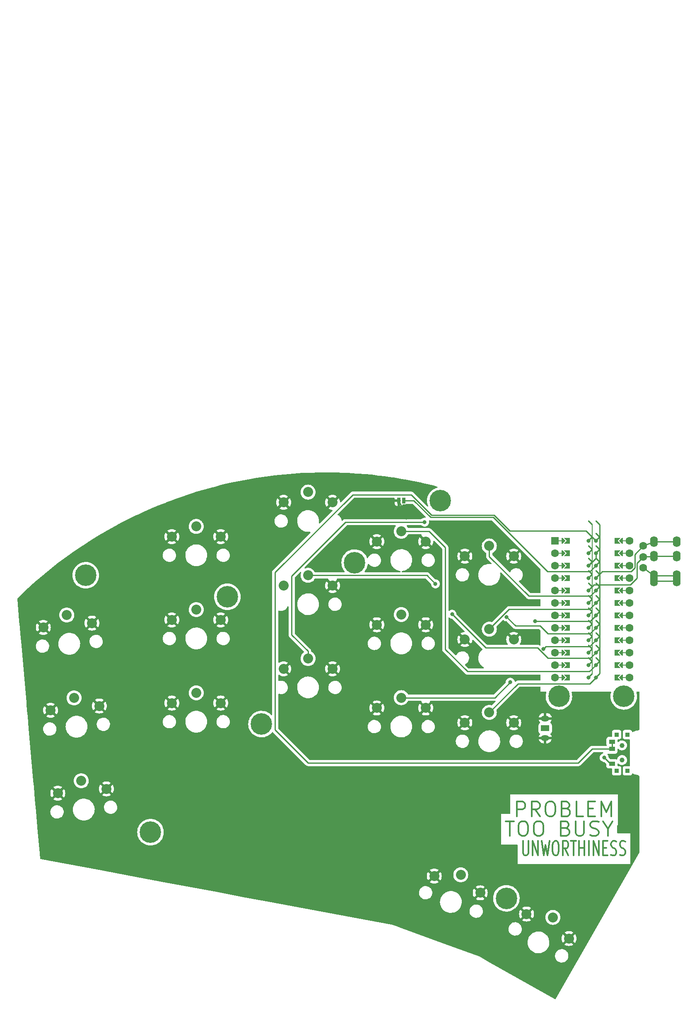
<source format=gtl>
G04 #@! TF.GenerationSoftware,KiCad,Pcbnew,(6.0.4)*
G04 #@! TF.CreationDate,2022-07-01T15:58:50-05:00*
G04 #@! TF.ProjectId,om,6f6d2e6b-6963-4616-945f-706362585858,v1.0.0*
G04 #@! TF.SameCoordinates,Original*
G04 #@! TF.FileFunction,Copper,L1,Top*
G04 #@! TF.FilePolarity,Positive*
%FSLAX46Y46*%
G04 Gerber Fmt 4.6, Leading zero omitted, Abs format (unit mm)*
G04 Created by KiCad (PCBNEW (6.0.4)) date 2022-07-01 15:58:50*
%MOMM*%
%LPD*%
G01*
G04 APERTURE LIST*
G04 Aperture macros list*
%AMFreePoly0*
4,1,6,0.600000,0.200000,0.000000,-0.400000,-0.600000,0.200000,-0.600000,0.400000,0.600000,0.400000,0.600000,0.200000,0.600000,0.200000,$1*%
%AMFreePoly1*
4,1,5,0.125000,-0.500000,-0.125000,-0.500000,-0.125000,0.500000,0.125000,0.500000,0.125000,-0.500000,0.125000,-0.500000,$1*%
%AMFreePoly2*
4,1,49,0.088388,4.152388,0.854389,3.386388,0.867708,3.368551,0.871189,3.365530,0.871982,3.362827,0.875852,3.357644,0.882333,3.327543,0.891000,3.298000,0.891000,0.766000,0.887805,0.743969,0.888131,0.739371,0.886780,0.736898,0.885852,0.730498,0.869154,0.704638,0.854389,0.677612,0.088388,-0.088388,0.064607,-0.106146,0.062500,-0.108253,0.061385,-0.108552,0.059644,-0.109852,
0.043810,-0.113261,0.000000,-0.125000,-0.004774,-0.123721,-0.009154,-0.124664,-0.028953,-0.117242,-0.062500,-0.108253,-0.068237,-0.102516,-0.075052,-0.099961,-0.087614,-0.083139,-0.108253,-0.062500,-0.111178,-0.051584,-0.117161,-0.043572,-0.118539,-0.024114,-0.125000,0.000000,-0.121239,0.014035,-0.122131,0.026629,-0.113759,0.041953,-0.108253,0.062500,-0.095642,0.075111,-0.088388,0.088388,
0.641000,0.817777,0.641000,3.246223,-0.088388,3.975612,-0.109852,4.004356,-0.124664,4.073154,-0.099961,4.139052,-0.043572,4.181161,0.026629,4.186131,0.088388,4.152388,0.088388,4.152388,$1*%
%AMFreePoly3*
4,1,6,0.600000,-0.250000,-0.600000,-0.250000,-0.600000,1.000000,0.000000,0.400000,0.600000,1.000000,0.600000,-0.250000,0.600000,-0.250000,$1*%
%AMFreePoly4*
4,1,49,0.088388,4.152388,0.850389,3.390388,0.863708,3.372551,0.867189,3.369530,0.867982,3.366827,0.871852,3.361644,0.878333,3.331543,0.887000,3.302000,0.887000,0.762000,0.883805,0.739969,0.884131,0.735371,0.882780,0.732898,0.881852,0.726498,0.865154,0.700638,0.850389,0.673612,0.088388,-0.088388,0.064607,-0.106146,0.062500,-0.108253,0.061385,-0.108552,0.059644,-0.109852,
0.043810,-0.113261,0.000000,-0.125000,-0.004774,-0.123721,-0.009154,-0.124664,-0.028953,-0.117242,-0.062500,-0.108253,-0.068237,-0.102516,-0.075052,-0.099961,-0.087614,-0.083139,-0.108253,-0.062500,-0.111178,-0.051584,-0.117161,-0.043572,-0.118539,-0.024114,-0.125000,0.000000,-0.121239,0.014035,-0.122131,0.026629,-0.113759,0.041953,-0.108253,0.062500,-0.095642,0.075111,-0.088388,0.088388,
0.637000,0.813777,0.637000,3.250223,-0.088388,3.975612,-0.109852,4.004356,-0.124664,4.073154,-0.099961,4.139052,-0.043572,4.181161,0.026629,4.186131,0.088388,4.152388,0.088388,4.152388,$1*%
G04 Aperture macros list end*
%ADD10C,0.300000*%
G04 #@! TA.AperFunction,NonConductor*
%ADD11C,0.300000*%
G04 #@! TD*
G04 #@! TA.AperFunction,WasherPad*
%ADD12C,1.000000*%
G04 #@! TD*
G04 #@! TA.AperFunction,SMDPad,CuDef*
%ADD13R,0.900000X0.900000*%
G04 #@! TD*
G04 #@! TA.AperFunction,SMDPad,CuDef*
%ADD14R,1.250000X0.900000*%
G04 #@! TD*
G04 #@! TA.AperFunction,ComponentPad*
%ADD15C,2.032000*%
G04 #@! TD*
G04 #@! TA.AperFunction,ComponentPad*
%ADD16R,1.700000X1.200000*%
G04 #@! TD*
G04 #@! TA.AperFunction,ComponentPad*
%ADD17O,1.700000X1.200000*%
G04 #@! TD*
G04 #@! TA.AperFunction,ComponentPad*
%ADD18C,4.400000*%
G04 #@! TD*
G04 #@! TA.AperFunction,ComponentPad*
%ADD19O,1.600000X2.200000*%
G04 #@! TD*
G04 #@! TA.AperFunction,SMDPad,CuDef*
%ADD20FreePoly0,90.000000*%
G04 #@! TD*
G04 #@! TA.AperFunction,ComponentPad*
%ADD21C,1.600000*%
G04 #@! TD*
G04 #@! TA.AperFunction,SMDPad,CuDef*
%ADD22FreePoly1,270.000000*%
G04 #@! TD*
G04 #@! TA.AperFunction,SMDPad,CuDef*
%ADD23FreePoly0,270.000000*%
G04 #@! TD*
G04 #@! TA.AperFunction,SMDPad,CuDef*
%ADD24FreePoly1,90.000000*%
G04 #@! TD*
G04 #@! TA.AperFunction,ComponentPad*
%ADD25R,1.600000X1.600000*%
G04 #@! TD*
G04 #@! TA.AperFunction,SMDPad,CuDef*
%ADD26FreePoly2,270.000000*%
G04 #@! TD*
G04 #@! TA.AperFunction,ComponentPad*
%ADD27C,0.800000*%
G04 #@! TD*
G04 #@! TA.AperFunction,SMDPad,CuDef*
%ADD28FreePoly3,270.000000*%
G04 #@! TD*
G04 #@! TA.AperFunction,SMDPad,CuDef*
%ADD29FreePoly4,90.000000*%
G04 #@! TD*
G04 #@! TA.AperFunction,SMDPad,CuDef*
%ADD30FreePoly3,90.000000*%
G04 #@! TD*
G04 #@! TA.AperFunction,SMDPad,CuDef*
%ADD31R,0.635000X1.143000*%
G04 #@! TD*
G04 #@! TA.AperFunction,ViaPad*
%ADD32C,0.800000*%
G04 #@! TD*
G04 #@! TA.AperFunction,Conductor*
%ADD33C,0.250000*%
G04 #@! TD*
G04 APERTURE END LIST*
D10*
D11*
X238530447Y-170956449D02*
X240244733Y-170956449D01*
X239387590Y-173956449D02*
X239387590Y-170956449D01*
X241816161Y-170956449D02*
X242387590Y-170956449D01*
X242673304Y-171099307D01*
X242959019Y-171385021D01*
X243101876Y-171956449D01*
X243101876Y-172956449D01*
X242959019Y-173527878D01*
X242673304Y-173813592D01*
X242387590Y-173956449D01*
X241816161Y-173956449D01*
X241530447Y-173813592D01*
X241244733Y-173527878D01*
X241101876Y-172956449D01*
X241101876Y-171956449D01*
X241244733Y-171385021D01*
X241530447Y-171099307D01*
X241816161Y-170956449D01*
X244959019Y-170956449D02*
X245530447Y-170956449D01*
X245816161Y-171099307D01*
X246101876Y-171385021D01*
X246244733Y-171956449D01*
X246244733Y-172956449D01*
X246101876Y-173527878D01*
X245816161Y-173813592D01*
X245530447Y-173956449D01*
X244959019Y-173956449D01*
X244673304Y-173813592D01*
X244387590Y-173527878D01*
X244244733Y-172956449D01*
X244244733Y-171956449D01*
X244387590Y-171385021D01*
X244673304Y-171099307D01*
X244959019Y-170956449D01*
X250816161Y-172385021D02*
X251244733Y-172527878D01*
X251387590Y-172670735D01*
X251530447Y-172956449D01*
X251530447Y-173385021D01*
X251387590Y-173670735D01*
X251244733Y-173813592D01*
X250959019Y-173956449D01*
X249816161Y-173956449D01*
X249816161Y-170956449D01*
X250816161Y-170956449D01*
X251101876Y-171099307D01*
X251244733Y-171242164D01*
X251387590Y-171527878D01*
X251387590Y-171813592D01*
X251244733Y-172099307D01*
X251101876Y-172242164D01*
X250816161Y-172385021D01*
X249816161Y-172385021D01*
X252816161Y-170956449D02*
X252816161Y-173385021D01*
X252959019Y-173670735D01*
X253101876Y-173813592D01*
X253387590Y-173956449D01*
X253959019Y-173956449D01*
X254244733Y-173813592D01*
X254387590Y-173670735D01*
X254530447Y-173385021D01*
X254530447Y-170956449D01*
X255816161Y-173813592D02*
X256244733Y-173956449D01*
X256959019Y-173956449D01*
X257244733Y-173813592D01*
X257387590Y-173670735D01*
X257530447Y-173385021D01*
X257530447Y-173099307D01*
X257387590Y-172813592D01*
X257244733Y-172670735D01*
X256959019Y-172527878D01*
X256387590Y-172385021D01*
X256101876Y-172242164D01*
X255959019Y-172099307D01*
X255816161Y-171813592D01*
X255816161Y-171527878D01*
X255959019Y-171242164D01*
X256101876Y-171099307D01*
X256387590Y-170956449D01*
X257101876Y-170956449D01*
X257530447Y-171099307D01*
X259387590Y-172527878D02*
X259387590Y-173956449D01*
X258387590Y-170956449D02*
X259387590Y-172527878D01*
X260387590Y-170956449D01*
D10*
D11*
X240816161Y-169956449D02*
X240816161Y-166956449D01*
X241959019Y-166956449D01*
X242244733Y-167099307D01*
X242387590Y-167242164D01*
X242530447Y-167527878D01*
X242530447Y-167956449D01*
X242387590Y-168242164D01*
X242244733Y-168385021D01*
X241959019Y-168527878D01*
X240816161Y-168527878D01*
X245530447Y-169956449D02*
X244530447Y-168527878D01*
X243816161Y-169956449D02*
X243816161Y-166956449D01*
X244959019Y-166956449D01*
X245244733Y-167099307D01*
X245387590Y-167242164D01*
X245530447Y-167527878D01*
X245530447Y-167956449D01*
X245387590Y-168242164D01*
X245244733Y-168385021D01*
X244959019Y-168527878D01*
X243816161Y-168527878D01*
X247387590Y-166956449D02*
X247959019Y-166956449D01*
X248244733Y-167099307D01*
X248530447Y-167385021D01*
X248673304Y-167956449D01*
X248673304Y-168956449D01*
X248530447Y-169527878D01*
X248244733Y-169813592D01*
X247959019Y-169956449D01*
X247387590Y-169956449D01*
X247101876Y-169813592D01*
X246816161Y-169527878D01*
X246673304Y-168956449D01*
X246673304Y-167956449D01*
X246816161Y-167385021D01*
X247101876Y-167099307D01*
X247387590Y-166956449D01*
X250959019Y-168385021D02*
X251387590Y-168527878D01*
X251530447Y-168670735D01*
X251673304Y-168956449D01*
X251673304Y-169385021D01*
X251530447Y-169670735D01*
X251387590Y-169813592D01*
X251101876Y-169956449D01*
X249959019Y-169956449D01*
X249959019Y-166956449D01*
X250959019Y-166956449D01*
X251244733Y-167099307D01*
X251387590Y-167242164D01*
X251530447Y-167527878D01*
X251530447Y-167813592D01*
X251387590Y-168099307D01*
X251244733Y-168242164D01*
X250959019Y-168385021D01*
X249959019Y-168385021D01*
X254387590Y-169956449D02*
X252959019Y-169956449D01*
X252959019Y-166956449D01*
X255387590Y-168385021D02*
X256387590Y-168385021D01*
X256816161Y-169956449D02*
X255387590Y-169956449D01*
X255387590Y-166956449D01*
X256816161Y-166956449D01*
X258101876Y-169956449D02*
X258101876Y-166956449D01*
X259101876Y-169099307D01*
X260101876Y-166956449D01*
X260101876Y-169956449D01*
D10*
D11*
X242054257Y-174956449D02*
X242054257Y-177385021D01*
X242144733Y-177670735D01*
X242235209Y-177813592D01*
X242416161Y-177956449D01*
X242778066Y-177956449D01*
X242959019Y-177813592D01*
X243049495Y-177670735D01*
X243139971Y-177385021D01*
X243139971Y-174956449D01*
X244044733Y-177956449D02*
X244044733Y-174956449D01*
X245130447Y-177956449D01*
X245130447Y-174956449D01*
X245854257Y-174956449D02*
X246306638Y-177956449D01*
X246668542Y-175813592D01*
X247030447Y-177956449D01*
X247482828Y-174956449D01*
X248568542Y-174956449D02*
X248930447Y-174956449D01*
X249111399Y-175099307D01*
X249292352Y-175385021D01*
X249382828Y-175956449D01*
X249382828Y-176956449D01*
X249292352Y-177527878D01*
X249111399Y-177813592D01*
X248930447Y-177956449D01*
X248568542Y-177956449D01*
X248387590Y-177813592D01*
X248206638Y-177527878D01*
X248116161Y-176956449D01*
X248116161Y-175956449D01*
X248206638Y-175385021D01*
X248387590Y-175099307D01*
X248568542Y-174956449D01*
X251282828Y-177956449D02*
X250649495Y-176527878D01*
X250197114Y-177956449D02*
X250197114Y-174956449D01*
X250920923Y-174956449D01*
X251101876Y-175099307D01*
X251192352Y-175242164D01*
X251282828Y-175527878D01*
X251282828Y-175956449D01*
X251192352Y-176242164D01*
X251101876Y-176385021D01*
X250920923Y-176527878D01*
X250197114Y-176527878D01*
X251825685Y-174956449D02*
X252911399Y-174956449D01*
X252368542Y-177956449D02*
X252368542Y-174956449D01*
X253544733Y-177956449D02*
X253544733Y-174956449D01*
X253544733Y-176385021D02*
X254630447Y-176385021D01*
X254630447Y-177956449D02*
X254630447Y-174956449D01*
X255535209Y-177956449D02*
X255535209Y-174956449D01*
X256439971Y-177956449D02*
X256439971Y-174956449D01*
X257525685Y-177956449D01*
X257525685Y-174956449D01*
X258430447Y-176385021D02*
X259063780Y-176385021D01*
X259335209Y-177956449D02*
X258430447Y-177956449D01*
X258430447Y-174956449D01*
X259335209Y-174956449D01*
X260059019Y-177813592D02*
X260330447Y-177956449D01*
X260782828Y-177956449D01*
X260963780Y-177813592D01*
X261054257Y-177670735D01*
X261144733Y-177385021D01*
X261144733Y-177099307D01*
X261054257Y-176813592D01*
X260963780Y-176670735D01*
X260782828Y-176527878D01*
X260420923Y-176385021D01*
X260239971Y-176242164D01*
X260149495Y-176099307D01*
X260059019Y-175813592D01*
X260059019Y-175527878D01*
X260149495Y-175242164D01*
X260239971Y-175099307D01*
X260420923Y-174956449D01*
X260873304Y-174956449D01*
X261144733Y-175099307D01*
X261868542Y-177813592D02*
X262139971Y-177956449D01*
X262592352Y-177956449D01*
X262773304Y-177813592D01*
X262863780Y-177670735D01*
X262954257Y-177385021D01*
X262954257Y-177099307D01*
X262863780Y-176813592D01*
X262773304Y-176670735D01*
X262592352Y-176527878D01*
X262230447Y-176385021D01*
X262049495Y-176242164D01*
X261959019Y-176099307D01*
X261868542Y-175813592D01*
X261868542Y-175527878D01*
X261959019Y-175242164D01*
X262049495Y-175099307D01*
X262230447Y-174956449D01*
X262682828Y-174956449D01*
X262954257Y-175099307D01*
D12*
X262310000Y-158460000D03*
D13*
X263410000Y-153260000D03*
D12*
X262310000Y-155460000D03*
D13*
X261210000Y-153260000D03*
X261210000Y-160660000D03*
X263410000Y-160660000D03*
D14*
X260235000Y-159210000D03*
X260235000Y-156210000D03*
X260235000Y-154710000D03*
D15*
X230170000Y-116820000D03*
X240170000Y-116820000D03*
X235170000Y-114720000D03*
X235170000Y-114720000D03*
D16*
X246600000Y-151955000D03*
D17*
X246600000Y-153955000D03*
X246600000Y-149955000D03*
D18*
X207645000Y-118122216D03*
X181622216Y-125095000D03*
X188595000Y-151117784D03*
X238660000Y-186710000D03*
D15*
X143991554Y-131353741D03*
X153953501Y-130482183D03*
X148789500Y-128825953D03*
X148789500Y-128825953D03*
D19*
X273460000Y-121920000D03*
X268860000Y-121920000D03*
X268860000Y-120820000D03*
X273460000Y-120820000D03*
X268860000Y-116820000D03*
X273460000Y-116820000D03*
X268860000Y-113820000D03*
X273460000Y-113820000D03*
D15*
X240170000Y-133820000D03*
X230170000Y-133820000D03*
X235170000Y-131720000D03*
X235170000Y-131720000D03*
D18*
X262660000Y-145460000D03*
D15*
X223920680Y-182165430D03*
X233317607Y-185585632D03*
X229337386Y-181902177D03*
X229337386Y-181902177D03*
D18*
X249410000Y-145460000D03*
D15*
X146954849Y-165224361D03*
X156916796Y-164352803D03*
X151752795Y-162696573D03*
X151752795Y-162696573D03*
X170260000Y-112820000D03*
X180260000Y-112820000D03*
X175260000Y-110720000D03*
X175260000Y-110720000D03*
D20*
X250328000Y-113650000D03*
D21*
X248550000Y-113650000D03*
X263790000Y-113650000D03*
D22*
X262520000Y-141590000D03*
D21*
X263790000Y-121270000D03*
D23*
X262012000Y-139050000D03*
D22*
X262520000Y-139050000D03*
D21*
X263790000Y-131430000D03*
D22*
X262520000Y-133970000D03*
D21*
X263790000Y-139050000D03*
D23*
X262012000Y-116190000D03*
D24*
X249820000Y-136510000D03*
D21*
X248550000Y-118730000D03*
D24*
X249820000Y-133970000D03*
D21*
X263790000Y-123810000D03*
D23*
X262012000Y-121270000D03*
D24*
X249820000Y-128890000D03*
X249820000Y-126350000D03*
X249820000Y-116190000D03*
D20*
X250328000Y-136510000D03*
X250328000Y-131430000D03*
D23*
X262012000Y-123810000D03*
D21*
X248550000Y-126350000D03*
X248550000Y-131430000D03*
D24*
X249820000Y-123810000D03*
D21*
X248550000Y-116190000D03*
X263790000Y-133970000D03*
D23*
X262012000Y-113650000D03*
X262012000Y-136510000D03*
D21*
X263790000Y-128890000D03*
D23*
X262012000Y-141590000D03*
X262012000Y-128890000D03*
X262012000Y-131430000D03*
D22*
X262520000Y-128890000D03*
D21*
X263790000Y-126350000D03*
D24*
X249820000Y-121270000D03*
D25*
X248550000Y-113650000D03*
D23*
X262012000Y-133970000D03*
D20*
X250328000Y-123810000D03*
X250328000Y-118730000D03*
D24*
X249820000Y-131430000D03*
D22*
X262520000Y-118730000D03*
X262520000Y-121270000D03*
D21*
X263790000Y-141590000D03*
D20*
X250328000Y-133970000D03*
D24*
X249820000Y-113650000D03*
D21*
X248550000Y-139050000D03*
D20*
X250328000Y-116190000D03*
D22*
X262520000Y-123810000D03*
D24*
X249820000Y-139050000D03*
D21*
X248550000Y-136510000D03*
X263790000Y-116190000D03*
D22*
X262520000Y-113650000D03*
D21*
X248550000Y-121270000D03*
D23*
X262012000Y-118730000D03*
D20*
X250328000Y-126350000D03*
D21*
X263790000Y-118730000D03*
D24*
X249820000Y-118730000D03*
D22*
X262520000Y-116190000D03*
D20*
X250328000Y-139050000D03*
D22*
X262520000Y-126350000D03*
X262520000Y-131430000D03*
D20*
X250328000Y-141590000D03*
D23*
X262012000Y-126350000D03*
D21*
X248550000Y-133970000D03*
D20*
X250328000Y-128890000D03*
D21*
X248550000Y-128890000D03*
X248550000Y-141590000D03*
D22*
X262520000Y-136510000D03*
D24*
X249820000Y-141590000D03*
D21*
X248550000Y-123810000D03*
D20*
X250328000Y-121270000D03*
D21*
X263790000Y-136510000D03*
D26*
X256932000Y-113650000D03*
D27*
X256932000Y-113650000D03*
D28*
X260996000Y-113650000D03*
D27*
X256932000Y-116190000D03*
D28*
X260996000Y-116190000D03*
D26*
X256932000Y-116190000D03*
D27*
X256932000Y-118730000D03*
D28*
X260996000Y-118730000D03*
D26*
X256932000Y-118730000D03*
D28*
X260996000Y-121270000D03*
D26*
X256932000Y-121270000D03*
D27*
X256932000Y-121270000D03*
X256932000Y-123810000D03*
D26*
X256932000Y-123810000D03*
D28*
X260996000Y-123810000D03*
X260996000Y-126350000D03*
D27*
X256932000Y-126350000D03*
D26*
X256932000Y-126350000D03*
D28*
X260996000Y-128890000D03*
D26*
X256932000Y-128890000D03*
D27*
X256932000Y-128890000D03*
X256932000Y-131430000D03*
D28*
X260996000Y-131430000D03*
D26*
X256932000Y-131430000D03*
D28*
X260996000Y-133970000D03*
D26*
X256932000Y-133970000D03*
D27*
X256932000Y-133970000D03*
D26*
X256932000Y-136510000D03*
D27*
X256932000Y-136510000D03*
D28*
X260996000Y-136510000D03*
D26*
X256932000Y-139050000D03*
D27*
X256932000Y-139050000D03*
D28*
X260996000Y-139050000D03*
X260996000Y-141590000D03*
D26*
X256932000Y-141590000D03*
D27*
X256932000Y-141590000D03*
X255408000Y-141590000D03*
D29*
X255408000Y-141590000D03*
D30*
X251344000Y-141590000D03*
X251344000Y-139050000D03*
D27*
X255408000Y-139050000D03*
D29*
X255408000Y-139050000D03*
X255408000Y-136510000D03*
D27*
X255408000Y-136510000D03*
D30*
X251344000Y-136510000D03*
D29*
X255408000Y-133970000D03*
D27*
X255408000Y-133970000D03*
D30*
X251344000Y-133970000D03*
X251344000Y-131430000D03*
D29*
X255408000Y-131430000D03*
D27*
X255408000Y-131430000D03*
D29*
X255408000Y-128890000D03*
D30*
X251344000Y-128890000D03*
D27*
X255408000Y-128890000D03*
D30*
X251344000Y-126350000D03*
D27*
X255408000Y-126350000D03*
D29*
X255408000Y-126350000D03*
D27*
X255408000Y-123810000D03*
D29*
X255408000Y-123810000D03*
D30*
X251344000Y-123810000D03*
D29*
X255408000Y-121270000D03*
D27*
X255408000Y-121270000D03*
D30*
X251344000Y-121270000D03*
X251344000Y-118730000D03*
D29*
X255408000Y-118730000D03*
D27*
X255408000Y-118730000D03*
D30*
X251344000Y-116190000D03*
D27*
X255408000Y-116190000D03*
D29*
X255408000Y-116190000D03*
X255408000Y-113650000D03*
D30*
X251344000Y-113650000D03*
D27*
X255408000Y-113650000D03*
D15*
X170260000Y-129820000D03*
X180260000Y-129820000D03*
X175260000Y-127720000D03*
X175260000Y-127720000D03*
X230170000Y-150820000D03*
X240170000Y-150820000D03*
X235170000Y-148720000D03*
X235170000Y-148720000D03*
D18*
X225160000Y-105460000D03*
D15*
X251447090Y-194919173D03*
X242786836Y-189919173D03*
X248166963Y-190600520D03*
X248166963Y-190600520D03*
X222170000Y-130820000D03*
X212170000Y-130820000D03*
X217170000Y-128720000D03*
X217170000Y-128720000D03*
D18*
X165910000Y-173210000D03*
D21*
X266660000Y-116960000D03*
D15*
X212170000Y-113820000D03*
X222170000Y-113820000D03*
X217170000Y-111720000D03*
X217170000Y-111720000D03*
X203120000Y-122820000D03*
X193120000Y-122820000D03*
X198120000Y-120720000D03*
X198120000Y-120720000D03*
D21*
X266660000Y-114710000D03*
D15*
X203120000Y-105820000D03*
X193120000Y-105820000D03*
X198120000Y-103720000D03*
X198120000Y-103720000D03*
X212170000Y-147820000D03*
X222170000Y-147820000D03*
X217170000Y-145720000D03*
X217170000Y-145720000D03*
D21*
X266660000Y-119210000D03*
D15*
X155435148Y-147417493D03*
X145473201Y-148289051D03*
X150271147Y-145761263D03*
X150271147Y-145761263D03*
D18*
X152660000Y-120710000D03*
D15*
X180260000Y-146820000D03*
X170260000Y-146820000D03*
X175260000Y-144720000D03*
X175260000Y-144720000D03*
D31*
X216659620Y-105460000D03*
X217660380Y-105460000D03*
D15*
X203120000Y-139820000D03*
X193120000Y-139820000D03*
X198120000Y-137720000D03*
X198120000Y-137720000D03*
D12*
X262297500Y-158460000D03*
X262297500Y-155460000D03*
D32*
X243360000Y-120010000D03*
X216660000Y-105460000D03*
X218160000Y-108960000D03*
X221960000Y-109860000D03*
X244560000Y-130060000D03*
X224160000Y-122460000D03*
X238707300Y-129207300D03*
X246260000Y-135735402D03*
X239447701Y-142547701D03*
X227560000Y-128660000D03*
X260235000Y-156210000D03*
X258660000Y-157960000D03*
D33*
X273460000Y-121920000D02*
X268860000Y-121920000D01*
X216660000Y-105460000D02*
X218160000Y-108960000D01*
X268860000Y-120820000D02*
X266660000Y-119210000D01*
X268860000Y-120820000D02*
X273460000Y-120820000D01*
X256932000Y-116190000D02*
X256932000Y-117206000D01*
X256932000Y-117206000D02*
X255408000Y-118730000D01*
X221960000Y-109860000D02*
X205760000Y-109860000D01*
X194760000Y-120860000D02*
X194760000Y-132860000D01*
X194760000Y-132860000D02*
X198120000Y-136220000D01*
X198120000Y-136220000D02*
X198120000Y-137720000D01*
X205760000Y-109860000D02*
X194760000Y-120860000D01*
X255762000Y-130060000D02*
X256932000Y-128890000D01*
X244560000Y-130060000D02*
X255762000Y-130060000D01*
X222420000Y-120720000D02*
X224160000Y-122460000D01*
X198120000Y-120720000D02*
X222420000Y-120720000D01*
X256932000Y-131430000D02*
X255702000Y-132660000D01*
X247160000Y-132660000D02*
X245560000Y-131060000D01*
X245560000Y-131060000D02*
X240560000Y-131060000D01*
X240560000Y-131060000D02*
X238707300Y-129207300D01*
X255702000Y-132660000D02*
X247160000Y-132660000D01*
X246696922Y-135298480D02*
X246260000Y-135735402D01*
X239447701Y-142547701D02*
X236275402Y-145720000D01*
X247198480Y-135298480D02*
X246696922Y-135298480D01*
X253321520Y-135298480D02*
X247198480Y-135298480D01*
X236275402Y-145720000D02*
X217170000Y-145720000D01*
X255603520Y-135298480D02*
X253321520Y-135298480D01*
X256932000Y-133970000D02*
X255603520Y-135298480D01*
X234430979Y-135530979D02*
X227560000Y-128660000D01*
X247160000Y-137660000D02*
X245030979Y-135530979D01*
X256932000Y-136510000D02*
X255782000Y-137660000D01*
X255782000Y-137660000D02*
X251960000Y-137660000D01*
X251960000Y-137660000D02*
X247160000Y-137660000D01*
X245030979Y-135530979D02*
X234430979Y-135530979D01*
X222820000Y-111720000D02*
X217170000Y-111720000D01*
X255603520Y-140378480D02*
X230695472Y-140378480D01*
X230695472Y-140378480D02*
X226160000Y-135843008D01*
X256932000Y-139050000D02*
X255603520Y-140378480D01*
X226160000Y-135843008D02*
X226160000Y-115060000D01*
X226160000Y-115060000D02*
X222820000Y-111720000D01*
X255662000Y-142860000D02*
X256932000Y-141590000D01*
X235170000Y-148720000D02*
X241030000Y-142860000D01*
X241030000Y-142860000D02*
X255662000Y-142860000D01*
X235170000Y-131720000D02*
X239230000Y-127660000D01*
X239230000Y-127660000D02*
X247160000Y-127660000D01*
X247160000Y-127660000D02*
X247178480Y-127678480D01*
X255603520Y-127678480D02*
X256932000Y-126350000D01*
X247178480Y-127678480D02*
X255603520Y-127678480D01*
X255782000Y-124960000D02*
X256932000Y-123810000D01*
X235170000Y-116853008D02*
X243276992Y-124960000D01*
X243276992Y-124960000D02*
X255782000Y-124960000D01*
X235170000Y-114720000D02*
X235170000Y-116853008D01*
X260235000Y-156210000D02*
X260235000Y-154710000D01*
X256932000Y-113650000D02*
X254942000Y-111660000D01*
X207246992Y-104260000D02*
X191394579Y-120112413D01*
X239395718Y-111660000D02*
X236146198Y-108410480D01*
X191394579Y-152294579D02*
X198160000Y-159060000D01*
X236146198Y-108410480D02*
X223346198Y-108410480D01*
X254942000Y-111660000D02*
X239395718Y-111660000D01*
X198160000Y-159060000D02*
X253360000Y-159060000D01*
X219195718Y-104260000D02*
X207246992Y-104260000D01*
X223346198Y-108410480D02*
X219195718Y-104260000D01*
X253360000Y-159060000D02*
X256210000Y-156210000D01*
X256210000Y-156210000D02*
X260235000Y-156210000D01*
X191394579Y-120112413D02*
X191394579Y-152294579D01*
X219760000Y-105460000D02*
X217660380Y-105460000D01*
X255702000Y-119960000D02*
X247060000Y-119960000D01*
X256932000Y-118730000D02*
X255702000Y-119960000D01*
X235960000Y-108860000D02*
X223160000Y-108860000D01*
X247060000Y-119960000D02*
X235960000Y-108860000D01*
X223160000Y-108860000D02*
X219760000Y-105460000D01*
X264914511Y-116455489D02*
X266660000Y-114710000D01*
X264914511Y-119195789D02*
X264914511Y-116455489D01*
X258256480Y-119945520D02*
X264164780Y-119945520D01*
X273460000Y-113820000D02*
X268860000Y-113820000D01*
X256932000Y-121270000D02*
X258256480Y-119945520D01*
X268860000Y-113820000D02*
X266660000Y-114710000D01*
X264164780Y-119945520D02*
X264914511Y-119195789D01*
X268860000Y-116820000D02*
X266660000Y-116960000D01*
X268860000Y-116820000D02*
X273460000Y-116820000D01*
X263990300Y-122660000D02*
X256558000Y-122660000D01*
X266660000Y-116960000D02*
X265364031Y-118255969D01*
X256558000Y-122660000D02*
X255408000Y-123810000D01*
X265364031Y-121286269D02*
X263990300Y-122660000D01*
X265364031Y-118255969D02*
X265364031Y-121286269D01*
X259910000Y-159210000D02*
X258660000Y-157960000D01*
X260235000Y-159210000D02*
X259910000Y-159210000D01*
G04 #@! TA.AperFunction,Conductor*
G36*
X202535108Y-99694290D02*
G01*
X203362038Y-99709393D01*
X204397926Y-99728313D01*
X204400527Y-99728387D01*
X204741598Y-99741665D01*
X206262330Y-99800868D01*
X206264851Y-99800992D01*
X207211051Y-99857414D01*
X208124762Y-99911899D01*
X208127357Y-99912081D01*
X209984491Y-100061360D01*
X209987082Y-100061595D01*
X211840805Y-100249193D01*
X211843395Y-100249482D01*
X213692840Y-100475314D01*
X213695327Y-100475644D01*
X215345551Y-100711825D01*
X215539723Y-100739615D01*
X215542295Y-100740010D01*
X217380860Y-101042008D01*
X217383338Y-101042442D01*
X218474824Y-101244955D01*
X219215282Y-101382340D01*
X219217835Y-101382841D01*
X220244159Y-101595273D01*
X221042360Y-101760488D01*
X221044860Y-101761032D01*
X221674937Y-101905077D01*
X222861162Y-102176264D01*
X222863692Y-102176870D01*
X223595097Y-102360048D01*
X224496974Y-102585921D01*
X224558193Y-102621872D01*
X224590258Y-102685216D01*
X224582987Y-102755839D01*
X224538688Y-102811320D01*
X224503096Y-102828671D01*
X224217804Y-102915622D01*
X224217796Y-102915625D01*
X224214167Y-102916731D01*
X223915477Y-103048781D01*
X223806144Y-103113827D01*
X223638074Y-103213817D01*
X223638068Y-103213821D01*
X223634814Y-103215757D01*
X223631812Y-103218073D01*
X223423306Y-103378935D01*
X223376244Y-103415243D01*
X223308217Y-103482210D01*
X223146379Y-103641526D01*
X223143513Y-103644347D01*
X223141149Y-103647314D01*
X223141146Y-103647317D01*
X223015482Y-103805016D01*
X222939991Y-103899751D01*
X222768626Y-104177757D01*
X222722226Y-104278406D01*
X222657656Y-104418472D01*
X222631902Y-104474336D01*
X222630741Y-104477940D01*
X222630741Y-104477941D01*
X222622196Y-104504477D01*
X222531797Y-104785192D01*
X222531079Y-104788903D01*
X222531078Y-104788907D01*
X222470482Y-105102105D01*
X222470481Y-105102114D01*
X222469763Y-105105824D01*
X222469496Y-105109600D01*
X222469495Y-105109605D01*
X222447525Y-105419906D01*
X222446698Y-105431585D01*
X222446887Y-105435377D01*
X222462308Y-105745137D01*
X222462936Y-105757759D01*
X222463577Y-105761490D01*
X222463578Y-105761498D01*
X222515550Y-106063956D01*
X222518241Y-106079619D01*
X222519329Y-106083258D01*
X222519330Y-106083261D01*
X222580437Y-106287586D01*
X222611814Y-106392504D01*
X222613327Y-106395975D01*
X222613329Y-106395981D01*
X222645536Y-106469875D01*
X222654417Y-106540314D01*
X222623806Y-106604373D01*
X222563422Y-106641713D01*
X222492436Y-106640479D01*
X222440935Y-106609313D01*
X221650491Y-105818868D01*
X219699370Y-103867747D01*
X219691830Y-103859461D01*
X219687718Y-103852982D01*
X219638066Y-103806356D01*
X219635225Y-103803602D01*
X219615488Y-103783865D01*
X219612291Y-103781385D01*
X219603269Y-103773680D01*
X219589834Y-103761064D01*
X219571039Y-103743414D01*
X219564093Y-103739595D01*
X219564090Y-103739593D01*
X219553284Y-103733652D01*
X219536765Y-103722801D01*
X219533154Y-103720000D01*
X219520759Y-103710386D01*
X219513490Y-103707241D01*
X219513486Y-103707238D01*
X219480181Y-103692826D01*
X219469531Y-103687609D01*
X219430778Y-103666305D01*
X219411155Y-103661267D01*
X219392452Y-103654863D01*
X219381138Y-103649967D01*
X219381137Y-103649967D01*
X219373863Y-103646819D01*
X219366040Y-103645580D01*
X219366030Y-103645577D01*
X219330194Y-103639901D01*
X219318574Y-103637495D01*
X219283429Y-103628472D01*
X219283428Y-103628472D01*
X219275748Y-103626500D01*
X219255494Y-103626500D01*
X219235783Y-103624949D01*
X219233252Y-103624548D01*
X219215775Y-103621780D01*
X219207883Y-103622526D01*
X219171757Y-103625941D01*
X219159899Y-103626500D01*
X207325755Y-103626500D01*
X207314571Y-103625973D01*
X207307083Y-103624299D01*
X207299160Y-103624548D01*
X207239025Y-103626438D01*
X207235067Y-103626500D01*
X207207136Y-103626500D01*
X207203221Y-103626995D01*
X207203217Y-103626995D01*
X207203159Y-103627003D01*
X207203130Y-103627006D01*
X207191288Y-103627939D01*
X207147102Y-103629327D01*
X207129736Y-103634372D01*
X207127650Y-103634978D01*
X207108298Y-103638986D01*
X207096060Y-103640532D01*
X207096058Y-103640533D01*
X207088195Y-103641526D01*
X207047078Y-103657806D01*
X207035877Y-103661641D01*
X206993398Y-103673982D01*
X206986579Y-103678015D01*
X206986574Y-103678017D01*
X206975963Y-103684293D01*
X206958213Y-103692990D01*
X206939375Y-103700448D01*
X206932959Y-103705109D01*
X206932958Y-103705110D01*
X206903617Y-103726428D01*
X206893693Y-103732947D01*
X206862452Y-103751422D01*
X206862447Y-103751426D01*
X206855629Y-103755458D01*
X206841305Y-103769782D01*
X206826273Y-103782621D01*
X206809885Y-103794528D01*
X206781704Y-103828593D01*
X206773714Y-103837373D01*
X204852364Y-105758723D01*
X204790052Y-105792749D01*
X204719237Y-105787684D01*
X204662401Y-105745137D01*
X204637657Y-105679515D01*
X204630280Y-105585790D01*
X204628737Y-105576044D01*
X204575047Y-105352414D01*
X204571998Y-105343029D01*
X204483988Y-105130553D01*
X204479507Y-105121759D01*
X204374203Y-104949917D01*
X204363747Y-104940457D01*
X204354969Y-104944241D01*
X202247284Y-107051926D01*
X202240524Y-107064306D01*
X202246251Y-107071956D01*
X202421759Y-107179507D01*
X202430553Y-107183988D01*
X202643029Y-107271998D01*
X202652414Y-107275047D01*
X202876044Y-107328737D01*
X202885790Y-107330280D01*
X202979515Y-107337657D01*
X203045856Y-107362943D01*
X203087995Y-107420081D01*
X203092554Y-107490931D01*
X203058723Y-107552364D01*
X200528734Y-110082353D01*
X200466422Y-110116379D01*
X200395607Y-110111314D01*
X200338771Y-110068767D01*
X200313960Y-110002247D01*
X200315630Y-109970945D01*
X200318196Y-109956688D01*
X200334090Y-109868350D01*
X200334470Y-109860000D01*
X200347297Y-109577511D01*
X200347297Y-109577506D01*
X200347486Y-109573341D01*
X200345946Y-109555732D01*
X200322112Y-109283312D01*
X200321748Y-109279151D01*
X200320099Y-109271772D01*
X200258240Y-108995028D01*
X200258238Y-108995021D01*
X200257328Y-108990950D01*
X200155356Y-108713801D01*
X200119578Y-108645941D01*
X200065250Y-108542900D01*
X200017626Y-108452573D01*
X199950536Y-108358168D01*
X199848981Y-108215265D01*
X199848976Y-108215259D01*
X199846557Y-108211855D01*
X199843713Y-108208805D01*
X199843708Y-108208799D01*
X199648000Y-107998928D01*
X199645154Y-107995876D01*
X199416955Y-107808432D01*
X199165971Y-107652815D01*
X198896610Y-107531759D01*
X198686561Y-107469141D01*
X198617604Y-107448584D01*
X198617602Y-107448584D01*
X198613605Y-107447392D01*
X198609485Y-107446739D01*
X198609483Y-107446739D01*
X198325408Y-107401745D01*
X198325402Y-107401744D01*
X198321927Y-107401194D01*
X198297368Y-107400079D01*
X198230983Y-107397064D01*
X198230962Y-107397064D01*
X198229563Y-107397000D01*
X198045099Y-107397000D01*
X197825336Y-107411597D01*
X197821237Y-107412423D01*
X197821233Y-107412424D01*
X197712725Y-107434303D01*
X197535849Y-107469967D01*
X197256625Y-107566112D01*
X197232314Y-107578286D01*
X197083483Y-107652815D01*
X196992569Y-107698341D01*
X196748322Y-107864332D01*
X196528173Y-108061168D01*
X196525456Y-108064338D01*
X196525455Y-108064339D01*
X196340133Y-108280558D01*
X196335991Y-108285390D01*
X196333717Y-108288892D01*
X196333713Y-108288897D01*
X196197260Y-108499016D01*
X196175151Y-108533061D01*
X196173357Y-108536839D01*
X196173356Y-108536841D01*
X196163908Y-108556738D01*
X196048481Y-108799828D01*
X196047202Y-108803811D01*
X196047201Y-108803814D01*
X195962959Y-109066197D01*
X195958205Y-109081004D01*
X195952661Y-109111815D01*
X195906788Y-109366772D01*
X195905910Y-109371650D01*
X195905721Y-109375817D01*
X195905720Y-109375824D01*
X195892703Y-109662489D01*
X195892514Y-109666659D01*
X195892877Y-109670807D01*
X195892877Y-109670811D01*
X195894517Y-109689553D01*
X195918252Y-109960849D01*
X195919162Y-109964921D01*
X195919163Y-109964926D01*
X195981292Y-110242874D01*
X195982672Y-110249050D01*
X196084644Y-110526199D01*
X196086591Y-110529892D01*
X196086592Y-110529894D01*
X196122549Y-110598092D01*
X196222374Y-110787427D01*
X196224794Y-110790832D01*
X196391019Y-111024735D01*
X196391024Y-111024741D01*
X196393443Y-111028145D01*
X196396287Y-111031195D01*
X196396292Y-111031201D01*
X196538654Y-111183865D01*
X196594846Y-111244124D01*
X196823045Y-111431568D01*
X197074029Y-111587185D01*
X197077846Y-111588901D01*
X197077849Y-111588902D01*
X197135083Y-111614624D01*
X197343390Y-111708241D01*
X197626395Y-111792608D01*
X197630515Y-111793261D01*
X197630517Y-111793261D01*
X197914592Y-111838255D01*
X197914598Y-111838256D01*
X197918073Y-111838806D01*
X197942632Y-111839921D01*
X198009017Y-111842936D01*
X198009038Y-111842936D01*
X198010437Y-111843000D01*
X198194901Y-111843000D01*
X198414664Y-111828403D01*
X198466535Y-111817944D01*
X198537265Y-111824087D01*
X198593446Y-111867494D01*
X198617240Y-111934385D01*
X198601094Y-112003521D01*
X198580534Y-112030553D01*
X191002326Y-119608761D01*
X190994040Y-119616301D01*
X190987561Y-119620413D01*
X190982136Y-119626190D01*
X190940936Y-119670064D01*
X190938181Y-119672906D01*
X190918444Y-119692643D01*
X190915964Y-119695840D01*
X190908261Y-119704860D01*
X190877993Y-119737092D01*
X190874174Y-119744038D01*
X190874172Y-119744041D01*
X190868231Y-119754847D01*
X190857380Y-119771366D01*
X190844965Y-119787372D01*
X190841820Y-119794641D01*
X190841817Y-119794645D01*
X190827405Y-119827950D01*
X190822188Y-119838600D01*
X190800884Y-119877353D01*
X190795895Y-119896786D01*
X190795846Y-119896975D01*
X190789442Y-119915679D01*
X190781398Y-119934268D01*
X190780159Y-119942091D01*
X190780156Y-119942101D01*
X190774480Y-119977937D01*
X190772074Y-119989557D01*
X190769978Y-119997721D01*
X190761079Y-120032383D01*
X190761079Y-120052637D01*
X190759528Y-120072347D01*
X190756359Y-120092356D01*
X190757105Y-120100248D01*
X190760520Y-120136374D01*
X190761079Y-120148232D01*
X190761079Y-149149402D01*
X190741077Y-149217523D01*
X190687421Y-149264016D01*
X190617147Y-149274120D01*
X190552567Y-149244626D01*
X190545751Y-149238264D01*
X190525119Y-149217523D01*
X190400070Y-149091818D01*
X190143603Y-148889636D01*
X189864705Y-148719729D01*
X189861261Y-148718163D01*
X189861257Y-148718161D01*
X189750667Y-148667879D01*
X189567414Y-148584559D01*
X189256037Y-148486084D01*
X189038492Y-148445174D01*
X188938809Y-148426429D01*
X188938807Y-148426429D01*
X188935086Y-148425729D01*
X188609208Y-148404370D01*
X188605428Y-148404578D01*
X188605427Y-148404578D01*
X188507897Y-148409946D01*
X188283124Y-148422316D01*
X188279397Y-148422977D01*
X188279393Y-148422977D01*
X188145317Y-148446739D01*
X187961557Y-148479306D01*
X187957941Y-148480408D01*
X187957933Y-148480410D01*
X187681197Y-148564753D01*
X187649167Y-148574515D01*
X187350477Y-148706565D01*
X187327895Y-148720000D01*
X187073074Y-148871601D01*
X187073068Y-148871605D01*
X187069814Y-148873541D01*
X187066812Y-148875857D01*
X186823273Y-149063747D01*
X186811244Y-149073027D01*
X186733660Y-149149402D01*
X186589135Y-149291675D01*
X186578513Y-149302131D01*
X186576149Y-149305098D01*
X186576146Y-149305101D01*
X186386371Y-149543254D01*
X186374991Y-149557535D01*
X186203626Y-149835541D01*
X186202037Y-149838988D01*
X186084836Y-150093219D01*
X186066902Y-150132120D01*
X185966797Y-150442976D01*
X185966079Y-150446687D01*
X185966078Y-150446691D01*
X185905482Y-150759889D01*
X185905481Y-150759898D01*
X185904763Y-150763608D01*
X185904496Y-150767384D01*
X185904495Y-150767389D01*
X185881966Y-151085580D01*
X185881698Y-151089369D01*
X185886808Y-151192022D01*
X185897361Y-151403985D01*
X185897936Y-151415543D01*
X185898577Y-151419274D01*
X185898578Y-151419282D01*
X185952199Y-151731338D01*
X185953241Y-151737403D01*
X185954329Y-151741042D01*
X185954330Y-151741045D01*
X186041397Y-152032174D01*
X186046814Y-152050288D01*
X186048327Y-152053759D01*
X186048329Y-152053765D01*
X186104131Y-152181795D01*
X186177297Y-152349665D01*
X186179220Y-152352936D01*
X186179222Y-152352940D01*
X186235917Y-152449381D01*
X186342802Y-152631198D01*
X186345103Y-152634213D01*
X186538631Y-152887796D01*
X186538636Y-152887801D01*
X186540931Y-152890809D01*
X186567674Y-152918261D01*
X186704175Y-153058383D01*
X186768814Y-153124737D01*
X186859330Y-153197644D01*
X187020196Y-153327215D01*
X187020201Y-153327219D01*
X187023149Y-153329593D01*
X187300253Y-153502411D01*
X187596112Y-153640687D01*
X187599721Y-153641870D01*
X187899412Y-153740114D01*
X187906440Y-153742418D01*
X188226742Y-153806130D01*
X188230514Y-153806417D01*
X188230522Y-153806418D01*
X188548602Y-153830613D01*
X188548607Y-153830613D01*
X188552379Y-153830900D01*
X188878633Y-153816370D01*
X188888240Y-153814771D01*
X189197037Y-153763374D01*
X189197042Y-153763373D01*
X189200778Y-153762751D01*
X189514149Y-153670818D01*
X189517616Y-153669328D01*
X189517620Y-153669327D01*
X189810721Y-153543400D01*
X189810723Y-153543399D01*
X189814205Y-153541903D01*
X190096601Y-153377875D01*
X190357245Y-153181108D01*
X190518277Y-153025873D01*
X190589632Y-152957087D01*
X190589635Y-152957084D01*
X190592363Y-152954454D01*
X190594757Y-152951513D01*
X190594762Y-152951508D01*
X190756080Y-152753359D01*
X190814599Y-152713160D01*
X190885562Y-152710980D01*
X190934106Y-152735823D01*
X190963182Y-152759876D01*
X190971963Y-152767867D01*
X197656343Y-159452247D01*
X197663887Y-159460537D01*
X197668000Y-159467018D01*
X197673777Y-159472443D01*
X197717667Y-159513658D01*
X197720509Y-159516413D01*
X197740230Y-159536134D01*
X197743354Y-159538557D01*
X197743358Y-159538561D01*
X197743423Y-159538611D01*
X197752443Y-159546316D01*
X197784679Y-159576586D01*
X197802431Y-159586345D01*
X197818953Y-159597198D01*
X197834959Y-159609614D01*
X197842237Y-159612764D01*
X197842238Y-159612764D01*
X197875537Y-159627174D01*
X197886187Y-159632391D01*
X197924940Y-159653695D01*
X197932615Y-159655666D01*
X197932616Y-159655666D01*
X197944562Y-159658733D01*
X197963267Y-159665137D01*
X197981855Y-159673181D01*
X197989678Y-159674420D01*
X197989688Y-159674423D01*
X198025524Y-159680099D01*
X198037144Y-159682505D01*
X198068959Y-159690673D01*
X198079970Y-159693500D01*
X198100224Y-159693500D01*
X198119934Y-159695051D01*
X198139943Y-159698220D01*
X198147835Y-159697474D01*
X198166580Y-159695702D01*
X198183962Y-159694059D01*
X198195819Y-159693500D01*
X253281233Y-159693500D01*
X253292416Y-159694027D01*
X253299909Y-159695702D01*
X253307835Y-159695453D01*
X253307836Y-159695453D01*
X253367986Y-159693562D01*
X253371945Y-159693500D01*
X253399856Y-159693500D01*
X253403791Y-159693003D01*
X253403856Y-159692995D01*
X253415693Y-159692062D01*
X253447951Y-159691048D01*
X253451970Y-159690922D01*
X253459889Y-159690673D01*
X253479343Y-159685021D01*
X253498700Y-159681013D01*
X253510930Y-159679468D01*
X253510931Y-159679468D01*
X253518797Y-159678474D01*
X253526168Y-159675555D01*
X253526170Y-159675555D01*
X253559912Y-159662196D01*
X253571142Y-159658351D01*
X253605983Y-159648229D01*
X253605984Y-159648229D01*
X253613593Y-159646018D01*
X253620412Y-159641985D01*
X253620417Y-159641983D01*
X253631028Y-159635707D01*
X253648776Y-159627012D01*
X253667617Y-159619552D01*
X253703387Y-159593564D01*
X253713307Y-159587048D01*
X253744535Y-159568580D01*
X253744538Y-159568578D01*
X253751362Y-159564542D01*
X253765683Y-159550221D01*
X253780717Y-159537380D01*
X253790694Y-159530131D01*
X253797107Y-159525472D01*
X253825298Y-159491395D01*
X253833288Y-159482616D01*
X256435499Y-156880405D01*
X256497811Y-156846379D01*
X256524594Y-156843500D01*
X258346772Y-156843500D01*
X258414893Y-156863502D01*
X258461386Y-156917158D01*
X258471490Y-156987432D01*
X258441996Y-157052012D01*
X258385709Y-157089333D01*
X258384168Y-157089834D01*
X258377712Y-157091206D01*
X258371682Y-157093891D01*
X258371681Y-157093891D01*
X258209278Y-157166197D01*
X258209276Y-157166198D01*
X258203248Y-157168882D01*
X258048747Y-157281134D01*
X258044326Y-157286044D01*
X258044325Y-157286045D01*
X257982213Y-157355028D01*
X257920960Y-157423056D01*
X257825473Y-157588444D01*
X257766458Y-157770072D01*
X257765768Y-157776633D01*
X257765768Y-157776635D01*
X257754119Y-157887474D01*
X257746496Y-157960000D01*
X257766458Y-158149928D01*
X257825473Y-158331556D01*
X257920960Y-158496944D01*
X258048747Y-158638866D01*
X258203248Y-158751118D01*
X258209276Y-158753802D01*
X258209278Y-158753803D01*
X258371681Y-158826109D01*
X258377712Y-158828794D01*
X258471113Y-158848647D01*
X258558056Y-158867128D01*
X258558061Y-158867128D01*
X258564513Y-158868500D01*
X258620405Y-158868500D01*
X258688526Y-158888502D01*
X258709501Y-158905405D01*
X259064596Y-159260501D01*
X259098621Y-159322813D01*
X259101500Y-159349596D01*
X259101500Y-159708134D01*
X259108255Y-159770316D01*
X259159385Y-159906705D01*
X259246739Y-160023261D01*
X259363295Y-160110615D01*
X259499684Y-160161745D01*
X259561866Y-160168500D01*
X260125500Y-160168500D01*
X260193621Y-160188502D01*
X260240114Y-160242158D01*
X260251500Y-160294500D01*
X260251500Y-161158134D01*
X260258255Y-161220316D01*
X260309385Y-161356705D01*
X260396739Y-161473261D01*
X260513295Y-161560615D01*
X260649684Y-161611745D01*
X260711866Y-161618500D01*
X261708134Y-161618500D01*
X261770316Y-161611745D01*
X261906705Y-161560615D01*
X262023261Y-161473261D01*
X262110615Y-161356705D01*
X262161745Y-161220316D01*
X262168500Y-161158134D01*
X262168500Y-160161866D01*
X262161745Y-160099684D01*
X262110615Y-159963295D01*
X262023261Y-159846739D01*
X261906705Y-159759385D01*
X261770316Y-159708255D01*
X261708134Y-159701500D01*
X261494500Y-159701500D01*
X261426379Y-159681498D01*
X261379886Y-159627842D01*
X261368500Y-159575500D01*
X261368500Y-159266399D01*
X261388502Y-159198278D01*
X261442158Y-159151785D01*
X261512432Y-159141681D01*
X261576163Y-159170445D01*
X261719150Y-159292136D01*
X261891794Y-159388624D01*
X262079892Y-159449740D01*
X262276277Y-159473158D01*
X262282418Y-159472685D01*
X262285322Y-159472746D01*
X262288777Y-159473158D01*
X262294912Y-159472686D01*
X262294915Y-159472686D01*
X262479830Y-159458457D01*
X262479834Y-159458456D01*
X262485972Y-159457984D01*
X262676463Y-159404798D01*
X262681967Y-159402018D01*
X262681969Y-159402017D01*
X262847495Y-159318404D01*
X262847497Y-159318403D01*
X262852996Y-159315625D01*
X262984146Y-159213160D01*
X263003991Y-159197655D01*
X263008847Y-159193861D01*
X263138078Y-159044145D01*
X263235769Y-158872179D01*
X263298197Y-158684513D01*
X263322985Y-158488295D01*
X263323380Y-158460000D01*
X263304080Y-158263167D01*
X263246916Y-158073831D01*
X263154066Y-157899204D01*
X263054101Y-157776635D01*
X263032960Y-157750713D01*
X263032957Y-157750710D01*
X263029065Y-157745938D01*
X263022724Y-157740692D01*
X262881425Y-157623799D01*
X262881421Y-157623797D01*
X262876675Y-157619870D01*
X262702701Y-157525802D01*
X262513768Y-157467318D01*
X262507643Y-157466674D01*
X262507642Y-157466674D01*
X262323204Y-157447289D01*
X262323202Y-157447289D01*
X262317075Y-157446645D01*
X262310940Y-157447204D01*
X262309814Y-157447196D01*
X262304575Y-157446645D01*
X262297499Y-157447289D01*
X262113751Y-157464011D01*
X262113748Y-157464012D01*
X262107612Y-157464570D01*
X262101706Y-157466308D01*
X262101702Y-157466309D01*
X261996576Y-157497249D01*
X261917881Y-157520410D01*
X261912423Y-157523263D01*
X261912419Y-157523265D01*
X261821647Y-157570720D01*
X261742610Y-157612040D01*
X261588475Y-157735968D01*
X261461346Y-157887474D01*
X261458379Y-157892872D01*
X261458375Y-157892877D01*
X261379595Y-158036180D01*
X261366067Y-158060787D01*
X261364206Y-158066654D01*
X261364205Y-158066656D01*
X261337790Y-158149928D01*
X261306265Y-158249306D01*
X261303481Y-158248423D01*
X261275824Y-158299917D01*
X261213749Y-158334372D01*
X261142899Y-158329798D01*
X261122071Y-158318510D01*
X261121760Y-158319079D01*
X261113892Y-158314771D01*
X261106705Y-158309385D01*
X260970316Y-158258255D01*
X260908134Y-158251500D01*
X259899594Y-158251500D01*
X259831473Y-158231498D01*
X259810499Y-158214595D01*
X259607122Y-158011218D01*
X259573096Y-157948906D01*
X259570907Y-157935293D01*
X259554232Y-157776635D01*
X259554232Y-157776633D01*
X259553542Y-157770072D01*
X259494527Y-157588444D01*
X259399040Y-157423056D01*
X259337787Y-157355027D01*
X259307070Y-157291020D01*
X259315835Y-157220567D01*
X259361298Y-157166036D01*
X259429026Y-157144741D01*
X259475655Y-157152737D01*
X259499684Y-157161745D01*
X259561866Y-157168500D01*
X260908134Y-157168500D01*
X260970316Y-157161745D01*
X261106705Y-157110615D01*
X261223261Y-157023261D01*
X261310615Y-156906705D01*
X261361745Y-156770316D01*
X261368500Y-156708134D01*
X261368500Y-156266399D01*
X261388502Y-156198278D01*
X261442158Y-156151785D01*
X261512432Y-156141681D01*
X261576163Y-156170445D01*
X261719150Y-156292136D01*
X261891794Y-156388624D01*
X262079892Y-156449740D01*
X262276277Y-156473158D01*
X262282418Y-156472685D01*
X262285322Y-156472746D01*
X262288777Y-156473158D01*
X262294912Y-156472686D01*
X262294915Y-156472686D01*
X262479830Y-156458457D01*
X262479834Y-156458456D01*
X262485972Y-156457984D01*
X262676463Y-156404798D01*
X262681967Y-156402018D01*
X262681969Y-156402017D01*
X262847495Y-156318404D01*
X262847497Y-156318403D01*
X262852996Y-156315625D01*
X262984146Y-156213160D01*
X263003991Y-156197655D01*
X263008847Y-156193861D01*
X263138078Y-156044145D01*
X263235769Y-155872179D01*
X263298197Y-155684513D01*
X263322985Y-155488295D01*
X263323380Y-155460000D01*
X263304080Y-155263167D01*
X263294424Y-155231183D01*
X263248697Y-155079731D01*
X263246916Y-155073831D01*
X263154066Y-154899204D01*
X263066213Y-154791486D01*
X263032960Y-154750713D01*
X263032957Y-154750710D01*
X263029065Y-154745938D01*
X263024316Y-154742009D01*
X262881425Y-154623799D01*
X262881421Y-154623797D01*
X262876675Y-154619870D01*
X262702701Y-154525802D01*
X262513768Y-154467318D01*
X262507643Y-154466674D01*
X262507642Y-154466674D01*
X262323204Y-154447289D01*
X262323202Y-154447289D01*
X262317075Y-154446645D01*
X262310940Y-154447204D01*
X262309814Y-154447196D01*
X262304575Y-154446645D01*
X262297499Y-154447289D01*
X262113751Y-154464011D01*
X262113748Y-154464012D01*
X262107612Y-154464570D01*
X262101706Y-154466308D01*
X262101702Y-154466309D01*
X261996576Y-154497249D01*
X261917881Y-154520410D01*
X261912423Y-154523263D01*
X261912419Y-154523265D01*
X261840119Y-154561063D01*
X261742610Y-154612040D01*
X261588475Y-154735968D01*
X261584510Y-154740694D01*
X261582659Y-154742506D01*
X261519994Y-154775878D01*
X261449235Y-154770073D01*
X261392848Y-154726934D01*
X261368734Y-154660158D01*
X261368500Y-154652484D01*
X261368500Y-154344500D01*
X261388502Y-154276379D01*
X261442158Y-154229886D01*
X261494500Y-154218500D01*
X261708134Y-154218500D01*
X261770316Y-154211745D01*
X261906705Y-154160615D01*
X262023261Y-154073261D01*
X262110615Y-153956705D01*
X262161745Y-153820316D01*
X262168500Y-153758134D01*
X262168500Y-152761866D01*
X262161745Y-152699684D01*
X262110615Y-152563295D01*
X262023261Y-152446739D01*
X261906705Y-152359385D01*
X261770316Y-152308255D01*
X261708134Y-152301500D01*
X260711866Y-152301500D01*
X260649684Y-152308255D01*
X260513295Y-152359385D01*
X260396739Y-152446739D01*
X260309385Y-152563295D01*
X260258255Y-152699684D01*
X260251500Y-152761866D01*
X260251500Y-153625500D01*
X260231498Y-153693621D01*
X260177842Y-153740114D01*
X260125500Y-153751500D01*
X259561866Y-153751500D01*
X259499684Y-153758255D01*
X259363295Y-153809385D01*
X259246739Y-153896739D01*
X259159385Y-154013295D01*
X259108255Y-154149684D01*
X259101500Y-154211866D01*
X259101500Y-155208134D01*
X259108255Y-155270316D01*
X259111029Y-155277715D01*
X259159222Y-155406270D01*
X259164405Y-155477078D01*
X259130484Y-155539447D01*
X259068229Y-155573576D01*
X259041240Y-155576500D01*
X256288768Y-155576500D01*
X256277585Y-155575973D01*
X256270092Y-155574298D01*
X256262166Y-155574547D01*
X256262165Y-155574547D01*
X256202002Y-155576438D01*
X256198044Y-155576500D01*
X256170144Y-155576500D01*
X256166154Y-155577004D01*
X256154320Y-155577936D01*
X256110111Y-155579326D01*
X256102495Y-155581539D01*
X256102493Y-155581539D01*
X256090652Y-155584979D01*
X256071293Y-155588988D01*
X256069983Y-155589154D01*
X256051203Y-155591526D01*
X256043837Y-155594442D01*
X256043831Y-155594444D01*
X256010098Y-155607800D01*
X255998868Y-155611645D01*
X255964017Y-155621770D01*
X255956407Y-155623981D01*
X255949584Y-155628016D01*
X255938966Y-155634295D01*
X255921213Y-155642992D01*
X255913568Y-155646019D01*
X255902383Y-155650448D01*
X255895968Y-155655109D01*
X255866612Y-155676437D01*
X255856695Y-155682951D01*
X255818638Y-155705458D01*
X255804317Y-155719779D01*
X255789284Y-155732619D01*
X255772893Y-155744528D01*
X255767842Y-155750634D01*
X255744702Y-155778605D01*
X255736712Y-155787384D01*
X253134500Y-158389595D01*
X253072188Y-158423621D01*
X253045405Y-158426500D01*
X198474594Y-158426500D01*
X198406473Y-158406498D01*
X198385499Y-158389595D01*
X194551637Y-154555732D01*
X228307200Y-154555732D01*
X228307400Y-154561062D01*
X228307400Y-154561063D01*
X228311364Y-154666659D01*
X228315854Y-154786268D01*
X228363228Y-155012050D01*
X228365186Y-155017009D01*
X228365187Y-155017011D01*
X228376195Y-155044885D01*
X228447967Y-155226622D01*
X228567647Y-155423849D01*
X228571144Y-155427879D01*
X228712288Y-155590533D01*
X228718847Y-155598092D01*
X228722978Y-155601479D01*
X228893115Y-155740984D01*
X228893121Y-155740988D01*
X228897243Y-155744368D01*
X229097735Y-155858494D01*
X229102751Y-155860315D01*
X229102756Y-155860317D01*
X229309575Y-155935389D01*
X229309579Y-155935390D01*
X229314590Y-155937209D01*
X229319839Y-155938158D01*
X229319842Y-155938159D01*
X229537523Y-155977522D01*
X229537530Y-155977523D01*
X229541607Y-155978260D01*
X229559344Y-155979096D01*
X229564292Y-155979330D01*
X229564299Y-155979330D01*
X229565780Y-155979400D01*
X229727925Y-155979400D01*
X229794881Y-155973719D01*
X229894562Y-155965261D01*
X229894566Y-155965260D01*
X229899873Y-155964810D01*
X229905028Y-155963472D01*
X229905034Y-155963471D01*
X230118003Y-155908195D01*
X230118007Y-155908194D01*
X230123172Y-155906853D01*
X230128038Y-155904661D01*
X230128041Y-155904660D01*
X230328649Y-155814293D01*
X230333515Y-155812101D01*
X230337935Y-155809125D01*
X230337939Y-155809123D01*
X230451571Y-155732620D01*
X230524885Y-155683262D01*
X230691812Y-155524022D01*
X230829521Y-155338934D01*
X230884305Y-155231183D01*
X230931658Y-155138046D01*
X230931658Y-155138045D01*
X230934077Y-155133288D01*
X230987621Y-154960849D01*
X231000905Y-154918070D01*
X231000906Y-154918064D01*
X231002489Y-154912967D01*
X231022135Y-154764738D01*
X231032100Y-154689553D01*
X231032100Y-154689548D01*
X231032800Y-154684268D01*
X231032139Y-154666659D01*
X232942514Y-154666659D01*
X232942877Y-154670807D01*
X232942877Y-154670811D01*
X232949106Y-154742009D01*
X232968252Y-154960849D01*
X232969162Y-154964921D01*
X232969163Y-154964926D01*
X233027659Y-155226622D01*
X233032672Y-155249050D01*
X233134644Y-155526199D01*
X233136591Y-155529892D01*
X233136592Y-155529894D01*
X233172549Y-155598092D01*
X233272374Y-155787427D01*
X233274794Y-155790832D01*
X233441019Y-156024735D01*
X233441024Y-156024741D01*
X233443443Y-156028145D01*
X233446287Y-156031195D01*
X233446292Y-156031201D01*
X233576139Y-156170445D01*
X233644846Y-156244124D01*
X233873045Y-156431568D01*
X234124029Y-156587185D01*
X234393390Y-156708241D01*
X234566191Y-156759755D01*
X234601618Y-156770316D01*
X234676395Y-156792608D01*
X234680515Y-156793261D01*
X234680517Y-156793261D01*
X234964592Y-156838255D01*
X234964598Y-156838256D01*
X234968073Y-156838806D01*
X234992632Y-156839921D01*
X235059017Y-156842936D01*
X235059038Y-156842936D01*
X235060437Y-156843000D01*
X235244901Y-156843000D01*
X235464664Y-156828403D01*
X235468763Y-156827577D01*
X235468767Y-156827576D01*
X235642190Y-156792608D01*
X235754151Y-156770033D01*
X236033375Y-156673888D01*
X236203089Y-156588902D01*
X236293695Y-156543530D01*
X236293697Y-156543529D01*
X236297431Y-156541659D01*
X236541678Y-156375668D01*
X236761827Y-156178832D01*
X236785009Y-156151785D01*
X236951289Y-155957784D01*
X236951292Y-155957780D01*
X236954009Y-155954610D01*
X236956283Y-155951108D01*
X236956287Y-155951103D01*
X237112570Y-155710449D01*
X237112573Y-155710444D01*
X237114849Y-155706939D01*
X237124680Y-155686236D01*
X237175562Y-155579077D01*
X237241519Y-155440172D01*
X237293679Y-155277715D01*
X237330515Y-155162983D01*
X237330515Y-155162982D01*
X237331795Y-155158996D01*
X237352327Y-155044885D01*
X237383351Y-154872459D01*
X237383352Y-154872454D01*
X237384090Y-154868350D01*
X237386089Y-154824342D01*
X237397297Y-154577511D01*
X237397297Y-154577506D01*
X237397486Y-154573341D01*
X237395946Y-154555732D01*
X239307200Y-154555732D01*
X239307400Y-154561062D01*
X239307400Y-154561063D01*
X239311364Y-154666659D01*
X239315854Y-154786268D01*
X239363228Y-155012050D01*
X239365186Y-155017009D01*
X239365187Y-155017011D01*
X239376195Y-155044885D01*
X239447967Y-155226622D01*
X239567647Y-155423849D01*
X239571144Y-155427879D01*
X239712288Y-155590533D01*
X239718847Y-155598092D01*
X239722978Y-155601479D01*
X239893115Y-155740984D01*
X239893121Y-155740988D01*
X239897243Y-155744368D01*
X240097735Y-155858494D01*
X240102751Y-155860315D01*
X240102756Y-155860317D01*
X240309575Y-155935389D01*
X240309579Y-155935390D01*
X240314590Y-155937209D01*
X240319839Y-155938158D01*
X240319842Y-155938159D01*
X240537523Y-155977522D01*
X240537530Y-155977523D01*
X240541607Y-155978260D01*
X240559344Y-155979096D01*
X240564292Y-155979330D01*
X240564299Y-155979330D01*
X240565780Y-155979400D01*
X240727925Y-155979400D01*
X240794881Y-155973719D01*
X240894562Y-155965261D01*
X240894566Y-155965260D01*
X240899873Y-155964810D01*
X240905028Y-155963472D01*
X240905034Y-155963471D01*
X241118003Y-155908195D01*
X241118007Y-155908194D01*
X241123172Y-155906853D01*
X241128038Y-155904661D01*
X241128041Y-155904660D01*
X241328649Y-155814293D01*
X241333515Y-155812101D01*
X241337935Y-155809125D01*
X241337939Y-155809123D01*
X241451571Y-155732620D01*
X241524885Y-155683262D01*
X241691812Y-155524022D01*
X241829521Y-155338934D01*
X241884305Y-155231183D01*
X241931658Y-155138046D01*
X241931658Y-155138045D01*
X241934077Y-155133288D01*
X241987621Y-154960849D01*
X242000905Y-154918070D01*
X242000906Y-154918064D01*
X242002489Y-154912967D01*
X242022135Y-154764738D01*
X242032100Y-154689553D01*
X242032100Y-154689548D01*
X242032800Y-154684268D01*
X242031983Y-154662489D01*
X242026584Y-154518670D01*
X242024146Y-154453732D01*
X241976772Y-154227950D01*
X241974580Y-154222399D01*
X245274712Y-154222399D01*
X245296194Y-154311537D01*
X245300083Y-154322832D01*
X245382629Y-154504382D01*
X245388576Y-154514724D01*
X245503968Y-154677397D01*
X245511761Y-154686425D01*
X245655831Y-154824342D01*
X245665196Y-154831738D01*
X245832741Y-154939921D01*
X245843345Y-154945417D01*
X246028312Y-155019961D01*
X246039770Y-155023355D01*
X246236928Y-155061857D01*
X246245791Y-155062934D01*
X246248500Y-155063000D01*
X246327885Y-155063000D01*
X246343124Y-155058525D01*
X246344329Y-155057135D01*
X246346000Y-155049452D01*
X246346000Y-155044885D01*
X246854000Y-155044885D01*
X246858475Y-155060124D01*
X246859865Y-155061329D01*
X246867548Y-155063000D01*
X246899832Y-155063000D01*
X246905808Y-155062715D01*
X247054494Y-155048529D01*
X247066228Y-155046270D01*
X247257599Y-154990128D01*
X247268675Y-154985698D01*
X247445978Y-154894381D01*
X247456024Y-154887931D01*
X247612857Y-154764738D01*
X247621506Y-154756501D01*
X247752212Y-154605877D01*
X247759147Y-154596153D01*
X247859010Y-154423533D01*
X247863984Y-154412669D01*
X247929407Y-154224273D01*
X247929648Y-154223284D01*
X247928180Y-154212992D01*
X247914615Y-154209000D01*
X246872115Y-154209000D01*
X246856876Y-154213475D01*
X246855671Y-154214865D01*
X246854000Y-154222548D01*
X246854000Y-155044885D01*
X246346000Y-155044885D01*
X246346000Y-154227115D01*
X246341525Y-154211876D01*
X246340135Y-154210671D01*
X246332452Y-154209000D01*
X245289598Y-154209000D01*
X245276067Y-154212973D01*
X245274712Y-154222399D01*
X241974580Y-154222399D01*
X241971605Y-154214865D01*
X241928893Y-154106712D01*
X241892033Y-154013378D01*
X241788645Y-153843000D01*
X241775122Y-153820714D01*
X241775121Y-153820713D01*
X241772353Y-153816151D01*
X241752490Y-153793261D01*
X241624653Y-153645941D01*
X241624651Y-153645939D01*
X241621153Y-153641908D01*
X241521834Y-153560471D01*
X241446885Y-153499016D01*
X241446879Y-153499012D01*
X241442757Y-153495632D01*
X241242265Y-153381506D01*
X241237249Y-153379685D01*
X241237244Y-153379683D01*
X241030425Y-153304611D01*
X241030421Y-153304610D01*
X241025410Y-153302791D01*
X241020161Y-153301842D01*
X241020158Y-153301841D01*
X240802477Y-153262478D01*
X240802470Y-153262477D01*
X240798393Y-153261740D01*
X240780656Y-153260904D01*
X240775708Y-153260670D01*
X240775701Y-153260670D01*
X240774220Y-153260600D01*
X240612075Y-153260600D01*
X240553325Y-153265585D01*
X240445438Y-153274739D01*
X240445434Y-153274740D01*
X240440127Y-153275190D01*
X240434972Y-153276528D01*
X240434966Y-153276529D01*
X240221997Y-153331805D01*
X240221993Y-153331806D01*
X240216828Y-153333147D01*
X240211962Y-153335339D01*
X240211959Y-153335340D01*
X240057270Y-153405022D01*
X240006485Y-153427899D01*
X240002065Y-153430875D01*
X240002061Y-153430877D01*
X239934401Y-153476429D01*
X239815115Y-153556738D01*
X239648188Y-153715978D01*
X239645000Y-153720263D01*
X239539685Y-153861812D01*
X239510479Y-153901066D01*
X239508064Y-153905816D01*
X239420195Y-154078642D01*
X239405923Y-154106712D01*
X239373643Y-154210671D01*
X239339095Y-154321930D01*
X239339094Y-154321936D01*
X239337511Y-154327033D01*
X239326161Y-154412669D01*
X239311167Y-154525802D01*
X239307200Y-154555732D01*
X237395946Y-154555732D01*
X237372112Y-154283312D01*
X237371748Y-154279151D01*
X237360736Y-154229886D01*
X237308240Y-153995028D01*
X237308238Y-153995021D01*
X237307328Y-153990950D01*
X237298759Y-153967659D01*
X237247522Y-153828403D01*
X237205356Y-153713801D01*
X237169578Y-153645941D01*
X237113356Y-153539308D01*
X237067626Y-153452573D01*
X237000762Y-153358486D01*
X236898981Y-153215265D01*
X236898976Y-153215259D01*
X236896557Y-153211855D01*
X236893713Y-153208805D01*
X236893708Y-153208799D01*
X236698000Y-152998928D01*
X236695154Y-152995876D01*
X236466955Y-152808432D01*
X236215971Y-152652815D01*
X236193623Y-152642771D01*
X236105426Y-152603134D01*
X245241500Y-152603134D01*
X245248255Y-152665316D01*
X245299385Y-152801705D01*
X245386739Y-152918261D01*
X245393919Y-152923642D01*
X245496113Y-153000233D01*
X245496116Y-153000235D01*
X245503295Y-153005615D01*
X245506867Y-153006954D01*
X245555180Y-153055374D01*
X245570194Y-153124764D01*
X245545309Y-153191257D01*
X245539690Y-153198217D01*
X245447788Y-153304123D01*
X245440853Y-153313847D01*
X245340990Y-153486467D01*
X245336016Y-153497331D01*
X245270593Y-153685727D01*
X245270352Y-153686716D01*
X245271820Y-153697008D01*
X245285385Y-153701000D01*
X247910402Y-153701000D01*
X247923933Y-153697027D01*
X247925288Y-153687601D01*
X247903806Y-153598463D01*
X247899917Y-153587168D01*
X247817371Y-153405618D01*
X247811424Y-153395276D01*
X247696032Y-153232603D01*
X247688239Y-153223574D01*
X247669756Y-153205881D01*
X247634380Y-153144325D01*
X247637899Y-153073416D01*
X247679196Y-153015666D01*
X247691471Y-153007577D01*
X247696705Y-153005615D01*
X247703884Y-153000235D01*
X247703887Y-153000233D01*
X247806081Y-152923642D01*
X247813261Y-152918261D01*
X247900615Y-152801705D01*
X247951745Y-152665316D01*
X247958500Y-152603134D01*
X247958500Y-151306866D01*
X247951745Y-151244684D01*
X247900615Y-151108295D01*
X247813261Y-150991739D01*
X247766493Y-150956688D01*
X247703887Y-150909767D01*
X247703884Y-150909765D01*
X247696705Y-150904385D01*
X247693133Y-150903046D01*
X247644820Y-150854626D01*
X247629806Y-150785236D01*
X247654691Y-150718743D01*
X247660310Y-150711783D01*
X247752212Y-150605877D01*
X247759147Y-150596153D01*
X247859010Y-150423533D01*
X247863984Y-150412669D01*
X247929407Y-150224273D01*
X247929648Y-150223284D01*
X247928180Y-150212992D01*
X247914615Y-150209000D01*
X245289598Y-150209000D01*
X245276067Y-150212973D01*
X245274712Y-150222399D01*
X245296194Y-150311537D01*
X245300083Y-150322832D01*
X245382629Y-150504382D01*
X245388576Y-150514724D01*
X245503968Y-150677397D01*
X245511761Y-150686426D01*
X245530244Y-150704119D01*
X245565620Y-150765675D01*
X245562101Y-150836584D01*
X245520804Y-150894334D01*
X245508529Y-150902423D01*
X245503295Y-150904385D01*
X245496116Y-150909765D01*
X245496113Y-150909767D01*
X245433507Y-150956688D01*
X245386739Y-150991739D01*
X245299385Y-151108295D01*
X245248255Y-151244684D01*
X245241500Y-151306866D01*
X245241500Y-152603134D01*
X236105426Y-152603134D01*
X235946610Y-152531759D01*
X235716656Y-152463207D01*
X235667604Y-152448584D01*
X235667602Y-152448584D01*
X235663605Y-152447392D01*
X235659485Y-152446739D01*
X235659483Y-152446739D01*
X235375408Y-152401745D01*
X235375402Y-152401744D01*
X235371927Y-152401194D01*
X235347368Y-152400079D01*
X235280983Y-152397064D01*
X235280962Y-152397064D01*
X235279563Y-152397000D01*
X235095099Y-152397000D01*
X234875336Y-152411597D01*
X234871237Y-152412423D01*
X234871233Y-152412424D01*
X234762254Y-152434398D01*
X234585849Y-152469967D01*
X234306625Y-152566112D01*
X234250816Y-152594059D01*
X234054663Y-152692285D01*
X234042569Y-152698341D01*
X233798322Y-152864332D01*
X233578173Y-153061168D01*
X233575456Y-153064338D01*
X233575455Y-153064339D01*
X233393586Y-153276529D01*
X233385991Y-153285390D01*
X233383717Y-153288892D01*
X233383713Y-153288897D01*
X233227430Y-153529551D01*
X233225151Y-153533061D01*
X233223357Y-153536839D01*
X233223356Y-153536841D01*
X233189703Y-153607714D01*
X233098481Y-153799828D01*
X233097202Y-153803811D01*
X233097201Y-153803814D01*
X233012996Y-154066081D01*
X233008205Y-154081004D01*
X233002661Y-154111815D01*
X232962986Y-154332325D01*
X232955910Y-154371650D01*
X232955721Y-154375817D01*
X232955720Y-154375824D01*
X232942809Y-154660158D01*
X232942514Y-154666659D01*
X231032139Y-154666659D01*
X231031983Y-154662489D01*
X231026584Y-154518670D01*
X231024146Y-154453732D01*
X230976772Y-154227950D01*
X230971605Y-154214865D01*
X230928893Y-154106712D01*
X230892033Y-154013378D01*
X230788645Y-153843000D01*
X230775122Y-153820714D01*
X230775121Y-153820713D01*
X230772353Y-153816151D01*
X230752490Y-153793261D01*
X230624653Y-153645941D01*
X230624651Y-153645939D01*
X230621153Y-153641908D01*
X230521834Y-153560471D01*
X230446885Y-153499016D01*
X230446879Y-153499012D01*
X230442757Y-153495632D01*
X230242265Y-153381506D01*
X230237249Y-153379685D01*
X230237244Y-153379683D01*
X230030425Y-153304611D01*
X230030421Y-153304610D01*
X230025410Y-153302791D01*
X230020161Y-153301842D01*
X230020158Y-153301841D01*
X229802477Y-153262478D01*
X229802470Y-153262477D01*
X229798393Y-153261740D01*
X229780656Y-153260904D01*
X229775708Y-153260670D01*
X229775701Y-153260670D01*
X229774220Y-153260600D01*
X229612075Y-153260600D01*
X229553325Y-153265585D01*
X229445438Y-153274739D01*
X229445434Y-153274740D01*
X229440127Y-153275190D01*
X229434972Y-153276528D01*
X229434966Y-153276529D01*
X229221997Y-153331805D01*
X229221993Y-153331806D01*
X229216828Y-153333147D01*
X229211962Y-153335339D01*
X229211959Y-153335340D01*
X229057270Y-153405022D01*
X229006485Y-153427899D01*
X229002065Y-153430875D01*
X229002061Y-153430877D01*
X228934401Y-153476429D01*
X228815115Y-153556738D01*
X228648188Y-153715978D01*
X228645000Y-153720263D01*
X228539685Y-153861812D01*
X228510479Y-153901066D01*
X228508064Y-153905816D01*
X228420195Y-154078642D01*
X228405923Y-154106712D01*
X228373643Y-154210671D01*
X228339095Y-154321930D01*
X228339094Y-154321936D01*
X228337511Y-154327033D01*
X228326161Y-154412669D01*
X228311167Y-154525802D01*
X228307200Y-154555732D01*
X194551637Y-154555732D01*
X192064984Y-152069079D01*
X192030958Y-152006767D01*
X192028079Y-151979984D01*
X192028079Y-151555732D01*
X210307200Y-151555732D01*
X210307400Y-151561062D01*
X210307400Y-151561063D01*
X210311364Y-151666659D01*
X210315854Y-151786268D01*
X210363228Y-152012050D01*
X210365186Y-152017009D01*
X210365187Y-152017011D01*
X210392408Y-152085939D01*
X210447967Y-152226622D01*
X210525109Y-152353748D01*
X210559933Y-152411136D01*
X210567647Y-152423849D01*
X210571144Y-152427879D01*
X210710419Y-152588379D01*
X210718847Y-152598092D01*
X210753315Y-152626354D01*
X210893115Y-152740984D01*
X210893121Y-152740988D01*
X210897243Y-152744368D01*
X211097735Y-152858494D01*
X211102751Y-152860315D01*
X211102756Y-152860317D01*
X211309575Y-152935389D01*
X211309579Y-152935390D01*
X211314590Y-152937209D01*
X211319839Y-152938158D01*
X211319842Y-152938159D01*
X211537523Y-152977522D01*
X211537530Y-152977523D01*
X211541607Y-152978260D01*
X211559344Y-152979096D01*
X211564292Y-152979330D01*
X211564299Y-152979330D01*
X211565780Y-152979400D01*
X211727925Y-152979400D01*
X211798378Y-152973422D01*
X211894562Y-152965261D01*
X211894566Y-152965260D01*
X211899873Y-152964810D01*
X211905028Y-152963472D01*
X211905034Y-152963471D01*
X212118003Y-152908195D01*
X212118007Y-152908194D01*
X212123172Y-152906853D01*
X212128038Y-152904661D01*
X212128041Y-152904660D01*
X212328649Y-152814293D01*
X212333515Y-152812101D01*
X212337935Y-152809125D01*
X212337939Y-152809123D01*
X212452959Y-152731686D01*
X212524885Y-152683262D01*
X212691812Y-152524022D01*
X212760600Y-152431568D01*
X212826337Y-152343214D01*
X212826339Y-152343211D01*
X212829521Y-152338934D01*
X212884305Y-152231183D01*
X212931658Y-152138046D01*
X212931658Y-152138045D01*
X212934077Y-152133288D01*
X212973363Y-152006767D01*
X213000905Y-151918070D01*
X213000906Y-151918064D01*
X213002489Y-151912967D01*
X213026254Y-151733658D01*
X213032100Y-151689553D01*
X213032100Y-151689548D01*
X213032800Y-151684268D01*
X213032139Y-151666659D01*
X214942514Y-151666659D01*
X214942877Y-151670807D01*
X214942877Y-151670811D01*
X214959066Y-151855851D01*
X214968252Y-151960849D01*
X214969162Y-151964921D01*
X214969163Y-151964926D01*
X215031571Y-152244124D01*
X215032672Y-152249050D01*
X215034115Y-152252973D01*
X215034116Y-152252975D01*
X215044221Y-152280439D01*
X215134644Y-152526199D01*
X215136591Y-152529892D01*
X215136592Y-152529894D01*
X215172549Y-152598092D01*
X215272374Y-152787427D01*
X215308887Y-152838806D01*
X215441019Y-153024735D01*
X215441024Y-153024741D01*
X215443443Y-153028145D01*
X215446287Y-153031195D01*
X215446292Y-153031201D01*
X215583960Y-153178832D01*
X215644846Y-153244124D01*
X215873045Y-153431568D01*
X216124029Y-153587185D01*
X216127846Y-153588901D01*
X216127849Y-153588902D01*
X216165887Y-153605997D01*
X216393390Y-153708241D01*
X216558298Y-153757402D01*
X216659207Y-153787484D01*
X216676395Y-153792608D01*
X216680515Y-153793261D01*
X216680517Y-153793261D01*
X216964592Y-153838255D01*
X216964598Y-153838256D01*
X216968073Y-153838806D01*
X216992632Y-153839921D01*
X217059017Y-153842936D01*
X217059038Y-153842936D01*
X217060437Y-153843000D01*
X217244901Y-153843000D01*
X217464664Y-153828403D01*
X217468763Y-153827577D01*
X217468767Y-153827576D01*
X217642190Y-153792608D01*
X217754151Y-153770033D01*
X218033375Y-153673888D01*
X218203089Y-153588902D01*
X218293695Y-153543530D01*
X218293697Y-153543529D01*
X218297431Y-153541659D01*
X218541678Y-153375668D01*
X218761827Y-153178832D01*
X218808192Y-153124737D01*
X218951289Y-152957784D01*
X218951292Y-152957780D01*
X218954009Y-152954610D01*
X218956283Y-152951108D01*
X218956287Y-152951103D01*
X219112570Y-152710449D01*
X219112573Y-152710444D01*
X219114849Y-152706939D01*
X219124511Y-152686592D01*
X219192441Y-152543530D01*
X219241519Y-152440172D01*
X219244282Y-152431568D01*
X219330515Y-152162983D01*
X219330515Y-152162982D01*
X219331795Y-152158996D01*
X219351060Y-152051926D01*
X219383351Y-151872459D01*
X219383352Y-151872454D01*
X219384090Y-151868350D01*
X219386050Y-151825202D01*
X219397297Y-151577511D01*
X219397297Y-151577506D01*
X219397486Y-151573341D01*
X219395946Y-151555732D01*
X221307200Y-151555732D01*
X221307400Y-151561062D01*
X221307400Y-151561063D01*
X221311364Y-151666659D01*
X221315854Y-151786268D01*
X221363228Y-152012050D01*
X221365186Y-152017009D01*
X221365187Y-152017011D01*
X221392408Y-152085939D01*
X221447967Y-152226622D01*
X221525109Y-152353748D01*
X221559933Y-152411136D01*
X221567647Y-152423849D01*
X221571144Y-152427879D01*
X221710419Y-152588379D01*
X221718847Y-152598092D01*
X221753315Y-152626354D01*
X221893115Y-152740984D01*
X221893121Y-152740988D01*
X221897243Y-152744368D01*
X222097735Y-152858494D01*
X222102751Y-152860315D01*
X222102756Y-152860317D01*
X222309575Y-152935389D01*
X222309579Y-152935390D01*
X222314590Y-152937209D01*
X222319839Y-152938158D01*
X222319842Y-152938159D01*
X222537523Y-152977522D01*
X222537530Y-152977523D01*
X222541607Y-152978260D01*
X222559344Y-152979096D01*
X222564292Y-152979330D01*
X222564299Y-152979330D01*
X222565780Y-152979400D01*
X222727925Y-152979400D01*
X222798378Y-152973422D01*
X222894562Y-152965261D01*
X222894566Y-152965260D01*
X222899873Y-152964810D01*
X222905028Y-152963472D01*
X222905034Y-152963471D01*
X223118003Y-152908195D01*
X223118007Y-152908194D01*
X223123172Y-152906853D01*
X223128038Y-152904661D01*
X223128041Y-152904660D01*
X223328649Y-152814293D01*
X223333515Y-152812101D01*
X223337935Y-152809125D01*
X223337939Y-152809123D01*
X223452959Y-152731686D01*
X223524885Y-152683262D01*
X223691812Y-152524022D01*
X223760600Y-152431568D01*
X223826337Y-152343214D01*
X223826339Y-152343211D01*
X223829521Y-152338934D01*
X223884305Y-152231183D01*
X223931658Y-152138046D01*
X223931658Y-152138045D01*
X223934077Y-152133288D01*
X223955497Y-152064306D01*
X229290524Y-152064306D01*
X229296251Y-152071956D01*
X229471759Y-152179507D01*
X229480553Y-152183988D01*
X229693029Y-152271998D01*
X229702414Y-152275047D01*
X229926044Y-152328737D01*
X229935791Y-152330280D01*
X230165070Y-152348325D01*
X230174930Y-152348325D01*
X230404209Y-152330280D01*
X230413956Y-152328737D01*
X230637586Y-152275047D01*
X230646971Y-152271998D01*
X230859447Y-152183988D01*
X230868241Y-152179507D01*
X231040083Y-152074203D01*
X231049037Y-152064306D01*
X239290524Y-152064306D01*
X239296251Y-152071956D01*
X239471759Y-152179507D01*
X239480553Y-152183988D01*
X239693029Y-152271998D01*
X239702414Y-152275047D01*
X239926044Y-152328737D01*
X239935791Y-152330280D01*
X240165070Y-152348325D01*
X240174930Y-152348325D01*
X240404209Y-152330280D01*
X240413956Y-152328737D01*
X240637586Y-152275047D01*
X240646971Y-152271998D01*
X240859447Y-152183988D01*
X240868241Y-152179507D01*
X241040083Y-152074203D01*
X241049543Y-152063747D01*
X241045759Y-152054969D01*
X240182812Y-151192022D01*
X240168868Y-151184408D01*
X240167035Y-151184539D01*
X240160420Y-151188790D01*
X239297284Y-152051926D01*
X239290524Y-152064306D01*
X231049037Y-152064306D01*
X231049543Y-152063747D01*
X231045759Y-152054969D01*
X230182812Y-151192022D01*
X230168868Y-151184408D01*
X230167035Y-151184539D01*
X230160420Y-151188790D01*
X229297284Y-152051926D01*
X229290524Y-152064306D01*
X223955497Y-152064306D01*
X223973363Y-152006767D01*
X224000905Y-151918070D01*
X224000906Y-151918064D01*
X224002489Y-151912967D01*
X224026254Y-151733658D01*
X224032100Y-151689553D01*
X224032100Y-151689548D01*
X224032800Y-151684268D01*
X224031983Y-151662489D01*
X224026568Y-151518241D01*
X224024146Y-151453732D01*
X223976772Y-151227950D01*
X223974289Y-151221661D01*
X223927796Y-151103935D01*
X223892033Y-151013378D01*
X223777680Y-150824930D01*
X228641675Y-150824930D01*
X228659720Y-151054209D01*
X228661263Y-151063956D01*
X228714953Y-151287586D01*
X228718002Y-151296971D01*
X228806012Y-151509447D01*
X228810493Y-151518241D01*
X228915797Y-151690083D01*
X228926253Y-151699543D01*
X228935031Y-151695759D01*
X229797978Y-150832812D01*
X229804356Y-150821132D01*
X230534408Y-150821132D01*
X230534539Y-150822965D01*
X230538790Y-150829580D01*
X231401926Y-151692716D01*
X231414306Y-151699476D01*
X231421956Y-151693749D01*
X231529507Y-151518241D01*
X231533988Y-151509447D01*
X231621998Y-151296971D01*
X231625047Y-151287586D01*
X231678737Y-151063956D01*
X231680280Y-151054209D01*
X231698325Y-150824930D01*
X238641675Y-150824930D01*
X238659720Y-151054209D01*
X238661263Y-151063956D01*
X238714953Y-151287586D01*
X238718002Y-151296971D01*
X238806012Y-151509447D01*
X238810493Y-151518241D01*
X238915797Y-151690083D01*
X238926253Y-151699543D01*
X238935031Y-151695759D01*
X239797978Y-150832812D01*
X239804356Y-150821132D01*
X240534408Y-150821132D01*
X240534539Y-150822965D01*
X240538790Y-150829580D01*
X241401926Y-151692716D01*
X241414306Y-151699476D01*
X241421956Y-151693749D01*
X241529507Y-151518241D01*
X241533988Y-151509447D01*
X241621998Y-151296971D01*
X241625047Y-151287586D01*
X241678737Y-151063956D01*
X241680280Y-151054209D01*
X241698325Y-150824930D01*
X241698325Y-150815070D01*
X241680280Y-150585791D01*
X241678737Y-150576044D01*
X241625047Y-150352414D01*
X241621998Y-150343029D01*
X241533988Y-150130553D01*
X241529507Y-150121759D01*
X241424203Y-149949917D01*
X241413747Y-149940457D01*
X241404969Y-149944241D01*
X240542022Y-150807188D01*
X240534408Y-150821132D01*
X239804356Y-150821132D01*
X239805592Y-150818868D01*
X239805461Y-150817035D01*
X239801210Y-150810420D01*
X238938074Y-149947284D01*
X238925694Y-149940524D01*
X238918044Y-149946251D01*
X238810493Y-150121759D01*
X238806012Y-150130553D01*
X238718002Y-150343029D01*
X238714953Y-150352414D01*
X238661263Y-150576044D01*
X238659720Y-150585791D01*
X238641675Y-150815070D01*
X238641675Y-150824930D01*
X231698325Y-150824930D01*
X231698325Y-150815070D01*
X231680280Y-150585791D01*
X231678737Y-150576044D01*
X231625047Y-150352414D01*
X231621998Y-150343029D01*
X231533988Y-150130553D01*
X231529507Y-150121759D01*
X231424203Y-149949917D01*
X231413747Y-149940457D01*
X231404969Y-149944241D01*
X230542022Y-150807188D01*
X230534408Y-150821132D01*
X229804356Y-150821132D01*
X229805592Y-150818868D01*
X229805461Y-150817035D01*
X229801210Y-150810420D01*
X228938074Y-149947284D01*
X228925694Y-149940524D01*
X228918044Y-149946251D01*
X228810493Y-150121759D01*
X228806012Y-150130553D01*
X228718002Y-150343029D01*
X228714953Y-150352414D01*
X228661263Y-150576044D01*
X228659720Y-150585791D01*
X228641675Y-150815070D01*
X228641675Y-150824930D01*
X223777680Y-150824930D01*
X223772353Y-150816151D01*
X223734582Y-150772624D01*
X223624653Y-150645941D01*
X223624651Y-150645939D01*
X223621153Y-150641908D01*
X223552714Y-150585791D01*
X223446885Y-150499016D01*
X223446879Y-150499012D01*
X223442757Y-150495632D01*
X223242265Y-150381506D01*
X223237249Y-150379685D01*
X223237244Y-150379683D01*
X223030425Y-150304611D01*
X223030421Y-150304610D01*
X223025410Y-150302791D01*
X223020161Y-150301842D01*
X223020158Y-150301841D01*
X222802477Y-150262478D01*
X222802470Y-150262477D01*
X222798393Y-150261740D01*
X222780656Y-150260904D01*
X222775708Y-150260670D01*
X222775701Y-150260670D01*
X222774220Y-150260600D01*
X222612075Y-150260600D01*
X222545119Y-150266281D01*
X222445438Y-150274739D01*
X222445434Y-150274740D01*
X222440127Y-150275190D01*
X222434972Y-150276528D01*
X222434966Y-150276529D01*
X222221997Y-150331805D01*
X222221993Y-150331806D01*
X222216828Y-150333147D01*
X222211962Y-150335339D01*
X222211959Y-150335340D01*
X222016177Y-150423533D01*
X222006485Y-150427899D01*
X222002065Y-150430875D01*
X222002061Y-150430877D01*
X221946951Y-150467980D01*
X221815115Y-150556738D01*
X221648188Y-150715978D01*
X221614953Y-150760647D01*
X221515488Y-150894334D01*
X221510479Y-150901066D01*
X221508064Y-150905816D01*
X221453377Y-151013378D01*
X221405923Y-151106712D01*
X221381798Y-151184408D01*
X221339095Y-151321930D01*
X221339094Y-151321936D01*
X221337511Y-151327033D01*
X221325780Y-151415543D01*
X221310915Y-151527704D01*
X221307200Y-151555732D01*
X219395946Y-151555732D01*
X219372112Y-151283312D01*
X219371748Y-151279151D01*
X219360540Y-151229008D01*
X219308240Y-150995028D01*
X219308238Y-150995021D01*
X219307328Y-150990950D01*
X219305639Y-150986358D01*
X219263731Y-150872459D01*
X219205356Y-150713801D01*
X219192572Y-150689553D01*
X219118082Y-150548272D01*
X219067626Y-150452573D01*
X219015826Y-150379683D01*
X218898981Y-150215265D01*
X218898976Y-150215259D01*
X218896557Y-150211855D01*
X218893713Y-150208805D01*
X218893708Y-150208799D01*
X218698000Y-149998928D01*
X218695154Y-149995876D01*
X218466955Y-149808432D01*
X218215971Y-149652815D01*
X218045613Y-149576253D01*
X229290457Y-149576253D01*
X229294241Y-149585031D01*
X230157188Y-150447978D01*
X230171132Y-150455592D01*
X230172965Y-150455461D01*
X230179580Y-150451210D01*
X231042716Y-149588074D01*
X231049476Y-149575694D01*
X231043749Y-149568044D01*
X230868241Y-149460493D01*
X230859447Y-149456012D01*
X230646971Y-149368002D01*
X230637586Y-149364953D01*
X230413956Y-149311263D01*
X230404209Y-149309720D01*
X230174930Y-149291675D01*
X230165070Y-149291675D01*
X229935791Y-149309720D01*
X229926044Y-149311263D01*
X229702414Y-149364953D01*
X229693029Y-149368002D01*
X229480553Y-149456012D01*
X229471759Y-149460493D01*
X229299917Y-149565797D01*
X229290457Y-149576253D01*
X218045613Y-149576253D01*
X217946610Y-149531759D01*
X217736561Y-149469141D01*
X217667604Y-149448584D01*
X217667602Y-149448584D01*
X217663605Y-149447392D01*
X217659485Y-149446739D01*
X217659483Y-149446739D01*
X217375408Y-149401745D01*
X217375402Y-149401744D01*
X217371927Y-149401194D01*
X217347368Y-149400079D01*
X217280983Y-149397064D01*
X217280962Y-149397064D01*
X217279563Y-149397000D01*
X217095099Y-149397000D01*
X216875336Y-149411597D01*
X216871237Y-149412423D01*
X216871233Y-149412424D01*
X216777936Y-149431236D01*
X216585849Y-149469967D01*
X216306625Y-149566112D01*
X216201311Y-149618849D01*
X216065784Y-149686716D01*
X216042569Y-149698341D01*
X215798322Y-149864332D01*
X215795208Y-149867116D01*
X215795207Y-149867117D01*
X215786620Y-149874795D01*
X215578173Y-150061168D01*
X215575456Y-150064338D01*
X215575455Y-150064339D01*
X215393586Y-150276529D01*
X215385991Y-150285390D01*
X215383717Y-150288892D01*
X215383713Y-150288897D01*
X215247260Y-150499016D01*
X215225151Y-150533061D01*
X215223357Y-150536839D01*
X215223356Y-150536841D01*
X215214386Y-150555732D01*
X215098481Y-150799828D01*
X215097202Y-150803811D01*
X215097201Y-150803814D01*
X215009485Y-151077017D01*
X215008205Y-151081004D01*
X215003295Y-151108295D01*
X214962986Y-151332325D01*
X214955910Y-151371650D01*
X214955721Y-151375817D01*
X214955720Y-151375824D01*
X214942703Y-151662489D01*
X214942514Y-151666659D01*
X213032139Y-151666659D01*
X213031983Y-151662489D01*
X213026568Y-151518241D01*
X213024146Y-151453732D01*
X212976772Y-151227950D01*
X212974289Y-151221661D01*
X212927796Y-151103935D01*
X212892033Y-151013378D01*
X212772353Y-150816151D01*
X212734582Y-150772624D01*
X212624653Y-150645941D01*
X212624651Y-150645939D01*
X212621153Y-150641908D01*
X212552714Y-150585791D01*
X212446885Y-150499016D01*
X212446879Y-150499012D01*
X212442757Y-150495632D01*
X212242265Y-150381506D01*
X212237249Y-150379685D01*
X212237244Y-150379683D01*
X212030425Y-150304611D01*
X212030421Y-150304610D01*
X212025410Y-150302791D01*
X212020161Y-150301842D01*
X212020158Y-150301841D01*
X211802477Y-150262478D01*
X211802470Y-150262477D01*
X211798393Y-150261740D01*
X211780656Y-150260904D01*
X211775708Y-150260670D01*
X211775701Y-150260670D01*
X211774220Y-150260600D01*
X211612075Y-150260600D01*
X211545119Y-150266281D01*
X211445438Y-150274739D01*
X211445434Y-150274740D01*
X211440127Y-150275190D01*
X211434972Y-150276528D01*
X211434966Y-150276529D01*
X211221997Y-150331805D01*
X211221993Y-150331806D01*
X211216828Y-150333147D01*
X211211962Y-150335339D01*
X211211959Y-150335340D01*
X211016177Y-150423533D01*
X211006485Y-150427899D01*
X211002065Y-150430875D01*
X211002061Y-150430877D01*
X210946951Y-150467980D01*
X210815115Y-150556738D01*
X210648188Y-150715978D01*
X210614953Y-150760647D01*
X210515488Y-150894334D01*
X210510479Y-150901066D01*
X210508064Y-150905816D01*
X210453377Y-151013378D01*
X210405923Y-151106712D01*
X210381798Y-151184408D01*
X210339095Y-151321930D01*
X210339094Y-151321936D01*
X210337511Y-151327033D01*
X210325780Y-151415543D01*
X210310915Y-151527704D01*
X210307200Y-151555732D01*
X192028079Y-151555732D01*
X192028079Y-149064306D01*
X211290524Y-149064306D01*
X211296251Y-149071956D01*
X211471759Y-149179507D01*
X211480553Y-149183988D01*
X211693029Y-149271998D01*
X211702414Y-149275047D01*
X211926044Y-149328737D01*
X211935791Y-149330280D01*
X212165070Y-149348325D01*
X212174930Y-149348325D01*
X212404209Y-149330280D01*
X212413956Y-149328737D01*
X212637586Y-149275047D01*
X212646971Y-149271998D01*
X212859447Y-149183988D01*
X212868241Y-149179507D01*
X213040083Y-149074203D01*
X213049037Y-149064306D01*
X221290524Y-149064306D01*
X221296251Y-149071956D01*
X221471759Y-149179507D01*
X221480553Y-149183988D01*
X221693029Y-149271998D01*
X221702414Y-149275047D01*
X221926044Y-149328737D01*
X221935791Y-149330280D01*
X222165070Y-149348325D01*
X222174930Y-149348325D01*
X222404209Y-149330280D01*
X222413956Y-149328737D01*
X222637586Y-149275047D01*
X222646971Y-149271998D01*
X222859447Y-149183988D01*
X222868241Y-149179507D01*
X223040083Y-149074203D01*
X223049543Y-149063747D01*
X223045759Y-149054969D01*
X222182812Y-148192022D01*
X222168868Y-148184408D01*
X222167035Y-148184539D01*
X222160420Y-148188790D01*
X221297284Y-149051926D01*
X221290524Y-149064306D01*
X213049037Y-149064306D01*
X213049543Y-149063747D01*
X213045759Y-149054969D01*
X212182812Y-148192022D01*
X212168868Y-148184408D01*
X212167035Y-148184539D01*
X212160420Y-148188790D01*
X211297284Y-149051926D01*
X211290524Y-149064306D01*
X192028079Y-149064306D01*
X192028079Y-147824930D01*
X210641675Y-147824930D01*
X210659720Y-148054209D01*
X210661263Y-148063956D01*
X210714953Y-148287586D01*
X210718002Y-148296971D01*
X210806012Y-148509447D01*
X210810493Y-148518241D01*
X210915797Y-148690083D01*
X210926253Y-148699543D01*
X210935031Y-148695759D01*
X211797978Y-147832812D01*
X211804356Y-147821132D01*
X212534408Y-147821132D01*
X212534539Y-147822965D01*
X212538790Y-147829580D01*
X213401926Y-148692716D01*
X213414306Y-148699476D01*
X213421956Y-148693749D01*
X213529507Y-148518241D01*
X213533988Y-148509447D01*
X213621998Y-148296971D01*
X213625047Y-148287586D01*
X213678737Y-148063956D01*
X213680280Y-148054209D01*
X213698325Y-147824930D01*
X220641675Y-147824930D01*
X220659720Y-148054209D01*
X220661263Y-148063956D01*
X220714953Y-148287586D01*
X220718002Y-148296971D01*
X220806012Y-148509447D01*
X220810493Y-148518241D01*
X220915797Y-148690083D01*
X220926253Y-148699543D01*
X220935031Y-148695759D01*
X221797978Y-147832812D01*
X221804356Y-147821132D01*
X222534408Y-147821132D01*
X222534539Y-147822965D01*
X222538790Y-147829580D01*
X223401926Y-148692716D01*
X223414306Y-148699476D01*
X223421956Y-148693749D01*
X223529507Y-148518241D01*
X223533988Y-148509447D01*
X223621998Y-148296971D01*
X223625047Y-148287586D01*
X223678737Y-148063956D01*
X223680280Y-148054209D01*
X223698325Y-147824930D01*
X223698325Y-147815070D01*
X223680280Y-147585791D01*
X223678737Y-147576044D01*
X223625047Y-147352414D01*
X223621998Y-147343029D01*
X223533988Y-147130553D01*
X223529507Y-147121759D01*
X223424203Y-146949917D01*
X223413747Y-146940457D01*
X223404969Y-146944241D01*
X222542022Y-147807188D01*
X222534408Y-147821132D01*
X221804356Y-147821132D01*
X221805592Y-147818868D01*
X221805461Y-147817035D01*
X221801210Y-147810420D01*
X220938074Y-146947284D01*
X220925694Y-146940524D01*
X220918044Y-146946251D01*
X220810493Y-147121759D01*
X220806012Y-147130553D01*
X220718002Y-147343029D01*
X220714953Y-147352414D01*
X220661263Y-147576044D01*
X220659720Y-147585791D01*
X220641675Y-147815070D01*
X220641675Y-147824930D01*
X213698325Y-147824930D01*
X213698325Y-147815070D01*
X213680280Y-147585791D01*
X213678737Y-147576044D01*
X213625047Y-147352414D01*
X213621998Y-147343029D01*
X213533988Y-147130553D01*
X213529507Y-147121759D01*
X213424203Y-146949917D01*
X213413747Y-146940457D01*
X213404969Y-146944241D01*
X212542022Y-147807188D01*
X212534408Y-147821132D01*
X211804356Y-147821132D01*
X211805592Y-147818868D01*
X211805461Y-147817035D01*
X211801210Y-147810420D01*
X210938074Y-146947284D01*
X210925694Y-146940524D01*
X210918044Y-146946251D01*
X210810493Y-147121759D01*
X210806012Y-147130553D01*
X210718002Y-147343029D01*
X210714953Y-147352414D01*
X210661263Y-147576044D01*
X210659720Y-147585791D01*
X210641675Y-147815070D01*
X210641675Y-147824930D01*
X192028079Y-147824930D01*
X192028079Y-146576253D01*
X211290457Y-146576253D01*
X211294241Y-146585031D01*
X212157188Y-147447978D01*
X212171132Y-147455592D01*
X212172965Y-147455461D01*
X212179580Y-147451210D01*
X213042716Y-146588074D01*
X213049476Y-146575694D01*
X213043749Y-146568044D01*
X212868241Y-146460493D01*
X212859447Y-146456012D01*
X212646971Y-146368002D01*
X212637586Y-146364953D01*
X212413956Y-146311263D01*
X212404209Y-146309720D01*
X212174930Y-146291675D01*
X212165070Y-146291675D01*
X211935791Y-146309720D01*
X211926044Y-146311263D01*
X211702414Y-146364953D01*
X211693029Y-146368002D01*
X211480553Y-146456012D01*
X211471759Y-146460493D01*
X211299917Y-146565797D01*
X211290457Y-146576253D01*
X192028079Y-146576253D01*
X192028079Y-145031139D01*
X192048081Y-144963018D01*
X192101737Y-144916525D01*
X192172011Y-144906421D01*
X192197065Y-144912699D01*
X192264590Y-144937209D01*
X192269839Y-144938158D01*
X192269842Y-144938159D01*
X192487523Y-144977522D01*
X192487530Y-144977523D01*
X192491607Y-144978260D01*
X192509344Y-144979096D01*
X192514292Y-144979330D01*
X192514299Y-144979330D01*
X192515780Y-144979400D01*
X192677925Y-144979400D01*
X192744881Y-144973719D01*
X192844562Y-144965261D01*
X192844566Y-144965260D01*
X192849873Y-144964810D01*
X192855028Y-144963472D01*
X192855034Y-144963471D01*
X193068003Y-144908195D01*
X193068007Y-144908194D01*
X193073172Y-144906853D01*
X193078038Y-144904661D01*
X193078041Y-144904660D01*
X193278649Y-144814293D01*
X193283515Y-144812101D01*
X193287935Y-144809125D01*
X193287939Y-144809123D01*
X193434503Y-144710449D01*
X193474885Y-144683262D01*
X193641812Y-144524022D01*
X193719738Y-144419286D01*
X193776337Y-144343214D01*
X193776339Y-144343211D01*
X193779521Y-144338934D01*
X193834305Y-144231183D01*
X193881658Y-144138046D01*
X193881658Y-144138045D01*
X193884077Y-144133288D01*
X193937621Y-143960849D01*
X193950905Y-143918070D01*
X193950906Y-143918064D01*
X193952489Y-143912967D01*
X193982800Y-143684268D01*
X193982139Y-143666659D01*
X195892514Y-143666659D01*
X195892877Y-143670807D01*
X195892877Y-143670811D01*
X195894517Y-143689553D01*
X195918252Y-143960849D01*
X195919162Y-143964921D01*
X195919163Y-143964926D01*
X195981292Y-144242874D01*
X195982672Y-144249050D01*
X195984115Y-144252973D01*
X195984116Y-144252975D01*
X196013996Y-144334184D01*
X196084644Y-144526199D01*
X196086591Y-144529892D01*
X196086592Y-144529894D01*
X196122549Y-144598092D01*
X196222374Y-144787427D01*
X196224794Y-144790832D01*
X196391019Y-145024735D01*
X196391024Y-145024741D01*
X196393443Y-145028145D01*
X196396287Y-145031195D01*
X196396292Y-145031201D01*
X196492168Y-145134015D01*
X196594846Y-145244124D01*
X196823045Y-145431568D01*
X197074029Y-145587185D01*
X197343390Y-145708241D01*
X197626395Y-145792608D01*
X197630515Y-145793261D01*
X197630517Y-145793261D01*
X197914592Y-145838255D01*
X197914598Y-145838256D01*
X197918073Y-145838806D01*
X197942632Y-145839921D01*
X198009017Y-145842936D01*
X198009038Y-145842936D01*
X198010437Y-145843000D01*
X198194901Y-145843000D01*
X198414664Y-145828403D01*
X198418763Y-145827577D01*
X198418767Y-145827576D01*
X198592190Y-145792608D01*
X198704151Y-145770033D01*
X198983375Y-145673888D01*
X199154742Y-145588074D01*
X199243695Y-145543530D01*
X199243697Y-145543529D01*
X199247431Y-145541659D01*
X199491678Y-145375668D01*
X199711827Y-145178832D01*
X199750240Y-145134015D01*
X199901289Y-144957784D01*
X199901292Y-144957780D01*
X199904009Y-144954610D01*
X199906283Y-144951108D01*
X199906287Y-144951103D01*
X200062570Y-144710449D01*
X200062573Y-144710444D01*
X200064849Y-144706939D01*
X200074680Y-144686236D01*
X200189723Y-144443954D01*
X200191519Y-144440172D01*
X200251852Y-144252259D01*
X200280515Y-144162983D01*
X200280515Y-144162982D01*
X200281795Y-144158996D01*
X200309174Y-144006831D01*
X200333351Y-143872459D01*
X200333352Y-143872454D01*
X200334090Y-143868350D01*
X200336042Y-143825376D01*
X200347297Y-143577511D01*
X200347297Y-143577506D01*
X200347486Y-143573341D01*
X200345946Y-143555732D01*
X202257200Y-143555732D01*
X202257400Y-143561062D01*
X202257400Y-143561063D01*
X202261323Y-143665563D01*
X202265854Y-143786268D01*
X202313228Y-144012050D01*
X202397967Y-144226622D01*
X202517647Y-144423849D01*
X202521144Y-144427879D01*
X202607768Y-144527704D01*
X202668847Y-144598092D01*
X202699668Y-144623364D01*
X202843115Y-144740984D01*
X202843121Y-144740988D01*
X202847243Y-144744368D01*
X203047735Y-144858494D01*
X203052751Y-144860315D01*
X203052756Y-144860317D01*
X203259575Y-144935389D01*
X203259579Y-144935390D01*
X203264590Y-144937209D01*
X203269839Y-144938158D01*
X203269842Y-144938159D01*
X203487523Y-144977522D01*
X203487530Y-144977523D01*
X203491607Y-144978260D01*
X203509344Y-144979096D01*
X203514292Y-144979330D01*
X203514299Y-144979330D01*
X203515780Y-144979400D01*
X203677925Y-144979400D01*
X203744881Y-144973719D01*
X203844562Y-144965261D01*
X203844566Y-144965260D01*
X203849873Y-144964810D01*
X203855028Y-144963472D01*
X203855034Y-144963471D01*
X204068003Y-144908195D01*
X204068007Y-144908194D01*
X204073172Y-144906853D01*
X204078038Y-144904661D01*
X204078041Y-144904660D01*
X204278649Y-144814293D01*
X204283515Y-144812101D01*
X204287935Y-144809125D01*
X204287939Y-144809123D01*
X204434503Y-144710449D01*
X204474885Y-144683262D01*
X204641812Y-144524022D01*
X204719738Y-144419286D01*
X204776337Y-144343214D01*
X204776339Y-144343211D01*
X204779521Y-144338934D01*
X204834305Y-144231183D01*
X204881658Y-144138046D01*
X204881658Y-144138045D01*
X204884077Y-144133288D01*
X204937621Y-143960849D01*
X204950905Y-143918070D01*
X204950906Y-143918064D01*
X204952489Y-143912967D01*
X204982800Y-143684268D01*
X204981983Y-143662489D01*
X204974346Y-143459063D01*
X204974146Y-143453732D01*
X204926772Y-143227950D01*
X204919987Y-143210768D01*
X204878893Y-143106712D01*
X204842033Y-143013378D01*
X204722353Y-142816151D01*
X204680522Y-142767945D01*
X204574653Y-142645941D01*
X204574651Y-142645939D01*
X204571153Y-142641908D01*
X204515406Y-142596198D01*
X204396885Y-142499016D01*
X204396879Y-142499012D01*
X204392757Y-142495632D01*
X204192265Y-142381506D01*
X204187249Y-142379685D01*
X204187244Y-142379683D01*
X203980425Y-142304611D01*
X203980421Y-142304610D01*
X203975410Y-142302791D01*
X203970161Y-142301842D01*
X203970158Y-142301841D01*
X203752477Y-142262478D01*
X203752470Y-142262477D01*
X203748393Y-142261740D01*
X203730656Y-142260904D01*
X203725708Y-142260670D01*
X203725701Y-142260670D01*
X203724220Y-142260600D01*
X203562075Y-142260600D01*
X203495119Y-142266281D01*
X203395438Y-142274739D01*
X203395434Y-142274740D01*
X203390127Y-142275190D01*
X203384972Y-142276528D01*
X203384966Y-142276529D01*
X203171997Y-142331805D01*
X203171993Y-142331806D01*
X203166828Y-142333147D01*
X203161962Y-142335339D01*
X203161959Y-142335340D01*
X202961351Y-142425707D01*
X202956485Y-142427899D01*
X202952065Y-142430875D01*
X202952061Y-142430877D01*
X202859800Y-142492992D01*
X202765115Y-142556738D01*
X202598188Y-142715978D01*
X202595000Y-142720263D01*
X202470830Y-142887154D01*
X202460479Y-142901066D01*
X202451375Y-142918973D01*
X202403377Y-143013378D01*
X202355923Y-143106712D01*
X202329817Y-143190786D01*
X202289095Y-143321930D01*
X202289094Y-143321936D01*
X202287511Y-143327033D01*
X202279156Y-143390073D01*
X202260557Y-143530405D01*
X202257200Y-143555732D01*
X200345946Y-143555732D01*
X200322112Y-143283312D01*
X200321748Y-143279151D01*
X200320837Y-143275074D01*
X200258240Y-142995028D01*
X200258238Y-142995021D01*
X200257328Y-142990950D01*
X200155356Y-142713801D01*
X200119578Y-142645941D01*
X200067781Y-142547701D01*
X200017626Y-142452573D01*
X199932755Y-142333147D01*
X199848981Y-142215265D01*
X199848976Y-142215259D01*
X199846557Y-142211855D01*
X199843713Y-142208805D01*
X199843708Y-142208799D01*
X199648000Y-141998928D01*
X199645154Y-141995876D01*
X199416955Y-141808432D01*
X199165971Y-141652815D01*
X199138732Y-141640573D01*
X199046748Y-141599234D01*
X198896610Y-141531759D01*
X198613605Y-141447392D01*
X198609485Y-141446739D01*
X198609483Y-141446739D01*
X198325408Y-141401745D01*
X198325402Y-141401744D01*
X198321927Y-141401194D01*
X198297217Y-141400072D01*
X198230983Y-141397064D01*
X198230962Y-141397064D01*
X198229563Y-141397000D01*
X198045099Y-141397000D01*
X197825336Y-141411597D01*
X197821237Y-141412423D01*
X197821233Y-141412424D01*
X197678639Y-141441176D01*
X197535849Y-141469967D01*
X197256625Y-141566112D01*
X197252897Y-141567979D01*
X197083483Y-141652815D01*
X196992569Y-141698341D01*
X196748322Y-141864332D01*
X196528173Y-142061168D01*
X196525456Y-142064338D01*
X196525455Y-142064339D01*
X196343586Y-142276529D01*
X196335991Y-142285390D01*
X196333717Y-142288892D01*
X196333713Y-142288897D01*
X196197595Y-142498500D01*
X196175151Y-142533061D01*
X196173357Y-142536839D01*
X196173356Y-142536841D01*
X196163908Y-142556738D01*
X196048481Y-142799828D01*
X196047202Y-142803811D01*
X196047201Y-142803814D01*
X195968551Y-143048781D01*
X195958205Y-143081004D01*
X195952661Y-143111815D01*
X195907998Y-143360048D01*
X195905910Y-143371650D01*
X195905721Y-143375817D01*
X195905720Y-143375824D01*
X195893527Y-143644347D01*
X195892514Y-143666659D01*
X193982139Y-143666659D01*
X193981983Y-143662489D01*
X193974346Y-143459063D01*
X193974146Y-143453732D01*
X193926772Y-143227950D01*
X193919987Y-143210768D01*
X193878893Y-143106712D01*
X193842033Y-143013378D01*
X193722353Y-142816151D01*
X193680522Y-142767945D01*
X193574653Y-142645941D01*
X193574651Y-142645939D01*
X193571153Y-142641908D01*
X193515406Y-142596198D01*
X193396885Y-142499016D01*
X193396879Y-142499012D01*
X193392757Y-142495632D01*
X193192265Y-142381506D01*
X193187249Y-142379685D01*
X193187244Y-142379683D01*
X192980425Y-142304611D01*
X192980421Y-142304610D01*
X192975410Y-142302791D01*
X192970161Y-142301842D01*
X192970158Y-142301841D01*
X192752477Y-142262478D01*
X192752470Y-142262477D01*
X192748393Y-142261740D01*
X192730656Y-142260904D01*
X192725708Y-142260670D01*
X192725701Y-142260670D01*
X192724220Y-142260600D01*
X192562075Y-142260600D01*
X192495119Y-142266281D01*
X192395438Y-142274739D01*
X192395434Y-142274740D01*
X192390127Y-142275190D01*
X192384972Y-142276528D01*
X192384966Y-142276529D01*
X192185733Y-142328240D01*
X192114772Y-142325993D01*
X192056291Y-142285738D01*
X192028856Y-142220256D01*
X192028079Y-142206281D01*
X192028079Y-141163076D01*
X192048081Y-141094955D01*
X192101737Y-141048462D01*
X192172011Y-141038358D01*
X192220629Y-141058087D01*
X192221445Y-141056755D01*
X192421759Y-141179507D01*
X192430553Y-141183988D01*
X192643029Y-141271998D01*
X192652414Y-141275047D01*
X192876044Y-141328737D01*
X192885791Y-141330280D01*
X193115070Y-141348325D01*
X193124930Y-141348325D01*
X193354209Y-141330280D01*
X193363956Y-141328737D01*
X193587586Y-141275047D01*
X193596971Y-141271998D01*
X193809447Y-141183988D01*
X193818241Y-141179507D01*
X193990083Y-141074203D01*
X193999037Y-141064306D01*
X202240524Y-141064306D01*
X202246251Y-141071956D01*
X202421759Y-141179507D01*
X202430553Y-141183988D01*
X202643029Y-141271998D01*
X202652414Y-141275047D01*
X202876044Y-141328737D01*
X202885791Y-141330280D01*
X203115070Y-141348325D01*
X203124930Y-141348325D01*
X203354209Y-141330280D01*
X203363956Y-141328737D01*
X203587586Y-141275047D01*
X203596971Y-141271998D01*
X203809447Y-141183988D01*
X203818241Y-141179507D01*
X203990083Y-141074203D01*
X203999543Y-141063747D01*
X203995759Y-141054969D01*
X203132812Y-140192022D01*
X203118868Y-140184408D01*
X203117035Y-140184539D01*
X203110420Y-140188790D01*
X202247284Y-141051926D01*
X202240524Y-141064306D01*
X193999037Y-141064306D01*
X193999543Y-141063747D01*
X193995759Y-141054969D01*
X192849885Y-139909095D01*
X192815859Y-139846783D01*
X192817694Y-139821132D01*
X193484408Y-139821132D01*
X193484539Y-139822965D01*
X193488790Y-139829580D01*
X194351926Y-140692716D01*
X194364306Y-140699476D01*
X194371956Y-140693749D01*
X194479507Y-140518241D01*
X194483988Y-140509447D01*
X194571998Y-140296971D01*
X194575047Y-140287586D01*
X194628737Y-140063956D01*
X194630280Y-140054209D01*
X194648325Y-139824930D01*
X201591675Y-139824930D01*
X201609720Y-140054209D01*
X201611263Y-140063956D01*
X201664953Y-140287586D01*
X201668002Y-140296971D01*
X201756012Y-140509447D01*
X201760493Y-140518241D01*
X201865797Y-140690083D01*
X201876253Y-140699543D01*
X201885031Y-140695759D01*
X202747978Y-139832812D01*
X202754356Y-139821132D01*
X203484408Y-139821132D01*
X203484539Y-139822965D01*
X203488790Y-139829580D01*
X204351926Y-140692716D01*
X204364306Y-140699476D01*
X204371956Y-140693749D01*
X204479507Y-140518241D01*
X204483988Y-140509447D01*
X204571998Y-140296971D01*
X204575047Y-140287586D01*
X204628737Y-140063956D01*
X204630280Y-140054209D01*
X204648325Y-139824930D01*
X204648325Y-139815070D01*
X204630280Y-139585791D01*
X204628737Y-139576044D01*
X204575047Y-139352414D01*
X204571998Y-139343029D01*
X204483988Y-139130553D01*
X204479507Y-139121759D01*
X204374203Y-138949917D01*
X204363747Y-138940457D01*
X204354969Y-138944241D01*
X203492022Y-139807188D01*
X203484408Y-139821132D01*
X202754356Y-139821132D01*
X202755592Y-139818868D01*
X202755461Y-139817035D01*
X202751210Y-139810420D01*
X201888074Y-138947284D01*
X201875694Y-138940524D01*
X201868044Y-138946251D01*
X201760493Y-139121759D01*
X201756012Y-139130553D01*
X201668002Y-139343029D01*
X201664953Y-139352414D01*
X201611263Y-139576044D01*
X201609720Y-139585791D01*
X201591675Y-139815070D01*
X201591675Y-139824930D01*
X194648325Y-139824930D01*
X194648325Y-139815070D01*
X194630280Y-139585791D01*
X194628737Y-139576044D01*
X194575047Y-139352414D01*
X194571998Y-139343029D01*
X194483988Y-139130553D01*
X194479507Y-139121759D01*
X194374203Y-138949917D01*
X194363747Y-138940457D01*
X194354969Y-138944241D01*
X193492022Y-139807188D01*
X193484408Y-139821132D01*
X192817694Y-139821132D01*
X192820924Y-139775968D01*
X192849885Y-139730905D01*
X193992716Y-138588074D01*
X193999476Y-138575694D01*
X193993749Y-138568044D01*
X193818241Y-138460493D01*
X193809447Y-138456012D01*
X193596971Y-138368002D01*
X193587586Y-138364953D01*
X193363956Y-138311263D01*
X193354209Y-138309720D01*
X193124930Y-138291675D01*
X193115070Y-138291675D01*
X192885791Y-138309720D01*
X192876044Y-138311263D01*
X192652414Y-138364953D01*
X192643029Y-138368002D01*
X192430553Y-138456012D01*
X192421759Y-138460493D01*
X192221445Y-138583245D01*
X192220443Y-138581611D01*
X192161254Y-138602720D01*
X192092105Y-138586629D01*
X192042632Y-138535708D01*
X192028079Y-138476924D01*
X192028079Y-128031139D01*
X192048081Y-127963018D01*
X192101737Y-127916525D01*
X192172011Y-127906421D01*
X192197065Y-127912699D01*
X192264590Y-127937209D01*
X192269839Y-127938158D01*
X192269842Y-127938159D01*
X192487523Y-127977522D01*
X192487530Y-127977523D01*
X192491607Y-127978260D01*
X192509344Y-127979096D01*
X192514292Y-127979330D01*
X192514299Y-127979330D01*
X192515780Y-127979400D01*
X192677925Y-127979400D01*
X192744881Y-127973719D01*
X192844562Y-127965261D01*
X192844566Y-127965260D01*
X192849873Y-127964810D01*
X192855028Y-127963472D01*
X192855034Y-127963471D01*
X193068003Y-127908195D01*
X193068007Y-127908194D01*
X193073172Y-127906853D01*
X193078038Y-127904661D01*
X193078041Y-127904660D01*
X193278649Y-127814293D01*
X193283515Y-127812101D01*
X193287935Y-127809125D01*
X193287939Y-127809123D01*
X193427639Y-127715070D01*
X193474885Y-127683262D01*
X193641812Y-127524022D01*
X193763812Y-127360048D01*
X193776337Y-127343214D01*
X193776339Y-127343211D01*
X193779521Y-127338934D01*
X193884077Y-127133288D01*
X193884491Y-127131955D01*
X193927914Y-127077288D01*
X193995119Y-127054395D01*
X194064032Y-127071469D01*
X194112774Y-127123091D01*
X194126500Y-127180280D01*
X194126500Y-132781233D01*
X194125973Y-132792416D01*
X194124298Y-132799909D01*
X194124547Y-132807835D01*
X194124547Y-132807836D01*
X194126438Y-132867986D01*
X194126500Y-132871945D01*
X194126500Y-132899856D01*
X194126997Y-132903790D01*
X194126997Y-132903791D01*
X194127005Y-132903856D01*
X194127938Y-132915693D01*
X194129327Y-132959889D01*
X194134978Y-132979339D01*
X194138987Y-132998700D01*
X194141526Y-133018797D01*
X194144445Y-133026168D01*
X194144445Y-133026170D01*
X194157804Y-133059912D01*
X194161649Y-133071142D01*
X194170951Y-133103161D01*
X194173982Y-133113593D01*
X194178015Y-133120412D01*
X194178017Y-133120417D01*
X194184293Y-133131028D01*
X194192988Y-133148776D01*
X194200448Y-133167617D01*
X194205110Y-133174033D01*
X194205110Y-133174034D01*
X194226436Y-133203387D01*
X194232952Y-133213307D01*
X194244699Y-133233169D01*
X194255458Y-133251362D01*
X194269779Y-133265683D01*
X194282619Y-133280716D01*
X194294528Y-133297107D01*
X194324534Y-133321930D01*
X194328605Y-133325298D01*
X194337384Y-133333288D01*
X197272931Y-136268835D01*
X197306957Y-136331147D01*
X197301892Y-136401962D01*
X197259345Y-136458798D01*
X197249673Y-136465362D01*
X197221151Y-136482840D01*
X197038682Y-136638682D01*
X197035469Y-136642444D01*
X196904282Y-136796046D01*
X196882840Y-136821151D01*
X196757460Y-137025751D01*
X196755567Y-137030321D01*
X196755566Y-137030323D01*
X196683350Y-137204669D01*
X196665631Y-137247447D01*
X196658020Y-137279151D01*
X196610768Y-137475965D01*
X196610767Y-137475971D01*
X196609613Y-137480778D01*
X196590786Y-137720000D01*
X196609613Y-137959222D01*
X196610767Y-137964029D01*
X196610768Y-137964035D01*
X196640248Y-138086827D01*
X196665631Y-138192553D01*
X196667524Y-138197124D01*
X196667525Y-138197126D01*
X196729825Y-138347531D01*
X196757460Y-138414249D01*
X196882840Y-138618849D01*
X196886057Y-138622616D01*
X196886058Y-138622617D01*
X196934714Y-138679586D01*
X197038682Y-138801318D01*
X197042444Y-138804531D01*
X197209588Y-138947284D01*
X197221151Y-138957160D01*
X197425751Y-139082540D01*
X197430321Y-139084433D01*
X197430323Y-139084434D01*
X197541665Y-139130553D01*
X197647447Y-139174369D01*
X197729037Y-139193957D01*
X197875965Y-139229232D01*
X197875971Y-139229233D01*
X197880778Y-139230387D01*
X198120000Y-139249214D01*
X198359222Y-139230387D01*
X198364029Y-139229233D01*
X198364035Y-139229232D01*
X198510963Y-139193957D01*
X198592553Y-139174369D01*
X198698335Y-139130553D01*
X198809677Y-139084434D01*
X198809679Y-139084433D01*
X198814249Y-139082540D01*
X199018849Y-138957160D01*
X199030413Y-138947284D01*
X199197556Y-138804531D01*
X199201318Y-138801318D01*
X199305286Y-138679586D01*
X199353942Y-138622617D01*
X199353943Y-138622616D01*
X199357160Y-138618849D01*
X199383263Y-138576253D01*
X202240457Y-138576253D01*
X202244241Y-138585031D01*
X203107188Y-139447978D01*
X203121132Y-139455592D01*
X203122965Y-139455461D01*
X203129580Y-139451210D01*
X203992716Y-138588074D01*
X203999476Y-138575694D01*
X203993749Y-138568044D01*
X203818241Y-138460493D01*
X203809447Y-138456012D01*
X203596971Y-138368002D01*
X203587586Y-138364953D01*
X203363956Y-138311263D01*
X203354209Y-138309720D01*
X203124930Y-138291675D01*
X203115070Y-138291675D01*
X202885791Y-138309720D01*
X202876044Y-138311263D01*
X202652414Y-138364953D01*
X202643029Y-138368002D01*
X202430553Y-138456012D01*
X202421759Y-138460493D01*
X202249917Y-138565797D01*
X202240457Y-138576253D01*
X199383263Y-138576253D01*
X199482540Y-138414249D01*
X199510176Y-138347531D01*
X199572475Y-138197126D01*
X199572476Y-138197124D01*
X199574369Y-138192553D01*
X199599752Y-138086827D01*
X199629232Y-137964035D01*
X199629233Y-137964029D01*
X199630387Y-137959222D01*
X199649214Y-137720000D01*
X199630387Y-137480778D01*
X199629233Y-137475971D01*
X199629232Y-137475965D01*
X199581980Y-137279151D01*
X199574369Y-137247447D01*
X199556650Y-137204669D01*
X199484434Y-137030323D01*
X199484433Y-137030321D01*
X199482540Y-137025751D01*
X199357160Y-136821151D01*
X199335719Y-136796046D01*
X199204531Y-136642444D01*
X199201318Y-136638682D01*
X199101891Y-136553764D01*
X199022617Y-136486058D01*
X199022614Y-136486056D01*
X199018849Y-136482840D01*
X198814996Y-136357918D01*
X198767368Y-136305273D01*
X198754896Y-136254446D01*
X198753562Y-136212002D01*
X198753500Y-136208044D01*
X198753500Y-136180144D01*
X198752996Y-136176153D01*
X198752063Y-136164311D01*
X198751958Y-136160951D01*
X198750674Y-136120111D01*
X198748215Y-136111647D01*
X198745021Y-136100652D01*
X198741012Y-136081293D01*
X198740846Y-136079983D01*
X198738474Y-136061203D01*
X198735558Y-136053837D01*
X198735556Y-136053831D01*
X198722200Y-136020098D01*
X198718355Y-136008868D01*
X198708230Y-135974017D01*
X198708230Y-135974016D01*
X198706019Y-135966407D01*
X198695705Y-135948966D01*
X198687008Y-135931213D01*
X198682472Y-135919758D01*
X198679552Y-135912383D01*
X198653563Y-135876612D01*
X198647047Y-135866692D01*
X198640636Y-135855851D01*
X198624542Y-135828638D01*
X198610221Y-135814317D01*
X198597380Y-135799283D01*
X198591664Y-135791416D01*
X198585472Y-135782893D01*
X198551395Y-135754702D01*
X198542616Y-135746712D01*
X197351636Y-134555732D01*
X210307200Y-134555732D01*
X210307400Y-134561062D01*
X210307400Y-134561063D01*
X210311218Y-134662778D01*
X210315854Y-134786268D01*
X210363228Y-135012050D01*
X210365186Y-135017009D01*
X210365187Y-135017011D01*
X210388172Y-135075211D01*
X210447967Y-135226622D01*
X210518717Y-135343214D01*
X210564364Y-135418438D01*
X210567647Y-135423849D01*
X210571144Y-135427879D01*
X210706224Y-135583545D01*
X210718847Y-135598092D01*
X210760982Y-135632640D01*
X210893115Y-135740984D01*
X210893121Y-135740988D01*
X210897243Y-135744368D01*
X211097735Y-135858494D01*
X211102751Y-135860315D01*
X211102756Y-135860317D01*
X211309575Y-135935389D01*
X211309579Y-135935390D01*
X211314590Y-135937209D01*
X211319839Y-135938158D01*
X211319842Y-135938159D01*
X211537523Y-135977522D01*
X211537530Y-135977523D01*
X211541607Y-135978260D01*
X211559344Y-135979096D01*
X211564292Y-135979330D01*
X211564299Y-135979330D01*
X211565780Y-135979400D01*
X211727925Y-135979400D01*
X211802691Y-135973056D01*
X211894562Y-135965261D01*
X211894566Y-135965260D01*
X211899873Y-135964810D01*
X211905028Y-135963472D01*
X211905034Y-135963471D01*
X212118003Y-135908195D01*
X212118007Y-135908194D01*
X212123172Y-135906853D01*
X212128038Y-135904661D01*
X212128041Y-135904660D01*
X212328649Y-135814293D01*
X212333515Y-135812101D01*
X212337935Y-135809125D01*
X212337939Y-135809123D01*
X212439148Y-135740984D01*
X212524885Y-135683262D01*
X212691812Y-135524022D01*
X212760600Y-135431568D01*
X212826337Y-135343214D01*
X212826339Y-135343211D01*
X212829521Y-135338934D01*
X212884305Y-135231183D01*
X212931658Y-135138046D01*
X212931658Y-135138045D01*
X212934077Y-135133288D01*
X212974026Y-135004631D01*
X213000905Y-134918070D01*
X213000906Y-134918064D01*
X213002489Y-134912967D01*
X213020884Y-134774178D01*
X213032100Y-134689553D01*
X213032100Y-134689548D01*
X213032800Y-134684268D01*
X213032139Y-134666659D01*
X214942514Y-134666659D01*
X214942877Y-134670807D01*
X214942877Y-134670811D01*
X214953435Y-134791486D01*
X214968252Y-134960849D01*
X214969162Y-134964921D01*
X214969163Y-134964926D01*
X215031571Y-135244124D01*
X215032672Y-135249050D01*
X215034115Y-135252973D01*
X215034116Y-135252975D01*
X215042483Y-135275716D01*
X215134644Y-135526199D01*
X215136591Y-135529892D01*
X215136592Y-135529894D01*
X215172549Y-135598092D01*
X215272374Y-135787427D01*
X215308887Y-135838806D01*
X215441019Y-136024735D01*
X215441024Y-136024741D01*
X215443443Y-136028145D01*
X215446287Y-136031195D01*
X215446292Y-136031201D01*
X215604990Y-136201384D01*
X215644846Y-136244124D01*
X215873045Y-136431568D01*
X216124029Y-136587185D01*
X216393390Y-136708241D01*
X216676395Y-136792608D01*
X216680515Y-136793261D01*
X216680517Y-136793261D01*
X216964592Y-136838255D01*
X216964598Y-136838256D01*
X216968073Y-136838806D01*
X216992632Y-136839921D01*
X217059017Y-136842936D01*
X217059038Y-136842936D01*
X217060437Y-136843000D01*
X217244901Y-136843000D01*
X217464664Y-136828403D01*
X217468763Y-136827577D01*
X217468767Y-136827576D01*
X217646480Y-136791743D01*
X217754151Y-136770033D01*
X218033375Y-136673888D01*
X218203089Y-136588902D01*
X218293695Y-136543530D01*
X218293697Y-136543529D01*
X218297431Y-136541659D01*
X218541678Y-136375668D01*
X218571618Y-136348899D01*
X218670296Y-136260670D01*
X218761827Y-136178832D01*
X218780610Y-136156918D01*
X218951289Y-135957784D01*
X218951292Y-135957780D01*
X218954009Y-135954610D01*
X218956283Y-135951108D01*
X218956287Y-135951103D01*
X219112570Y-135710449D01*
X219112573Y-135710444D01*
X219114849Y-135706939D01*
X219119974Y-135696147D01*
X219193023Y-135542304D01*
X219241519Y-135440172D01*
X219244282Y-135431568D01*
X219330515Y-135162983D01*
X219330515Y-135162982D01*
X219331795Y-135158996D01*
X219356458Y-135021922D01*
X219383351Y-134872459D01*
X219383352Y-134872454D01*
X219384090Y-134868350D01*
X219384444Y-134860574D01*
X219397297Y-134577511D01*
X219397297Y-134577506D01*
X219397486Y-134573341D01*
X219395946Y-134555732D01*
X221307200Y-134555732D01*
X221307400Y-134561062D01*
X221307400Y-134561063D01*
X221311218Y-134662778D01*
X221315854Y-134786268D01*
X221363228Y-135012050D01*
X221365186Y-135017009D01*
X221365187Y-135017011D01*
X221388172Y-135075211D01*
X221447967Y-135226622D01*
X221518717Y-135343214D01*
X221564364Y-135418438D01*
X221567647Y-135423849D01*
X221571144Y-135427879D01*
X221706224Y-135583545D01*
X221718847Y-135598092D01*
X221760982Y-135632640D01*
X221893115Y-135740984D01*
X221893121Y-135740988D01*
X221897243Y-135744368D01*
X222097735Y-135858494D01*
X222102751Y-135860315D01*
X222102756Y-135860317D01*
X222309575Y-135935389D01*
X222309579Y-135935390D01*
X222314590Y-135937209D01*
X222319839Y-135938158D01*
X222319842Y-135938159D01*
X222537523Y-135977522D01*
X222537530Y-135977523D01*
X222541607Y-135978260D01*
X222559344Y-135979096D01*
X222564292Y-135979330D01*
X222564299Y-135979330D01*
X222565780Y-135979400D01*
X222727925Y-135979400D01*
X222802691Y-135973056D01*
X222894562Y-135965261D01*
X222894566Y-135965260D01*
X222899873Y-135964810D01*
X222905028Y-135963472D01*
X222905034Y-135963471D01*
X223118003Y-135908195D01*
X223118007Y-135908194D01*
X223123172Y-135906853D01*
X223128038Y-135904661D01*
X223128041Y-135904660D01*
X223328649Y-135814293D01*
X223333515Y-135812101D01*
X223337935Y-135809125D01*
X223337939Y-135809123D01*
X223439148Y-135740984D01*
X223524885Y-135683262D01*
X223691812Y-135524022D01*
X223760600Y-135431568D01*
X223826337Y-135343214D01*
X223826339Y-135343211D01*
X223829521Y-135338934D01*
X223884305Y-135231183D01*
X223931658Y-135138046D01*
X223931658Y-135138045D01*
X223934077Y-135133288D01*
X223974026Y-135004631D01*
X224000905Y-134918070D01*
X224000906Y-134918064D01*
X224002489Y-134912967D01*
X224020884Y-134774178D01*
X224032100Y-134689553D01*
X224032100Y-134689548D01*
X224032800Y-134684268D01*
X224031983Y-134662489D01*
X224026525Y-134517112D01*
X224024146Y-134453732D01*
X223976772Y-134227950D01*
X223974289Y-134221661D01*
X223928893Y-134106712D01*
X223892033Y-134013378D01*
X223772353Y-133816151D01*
X223685412Y-133715960D01*
X223624653Y-133645941D01*
X223624651Y-133645939D01*
X223621153Y-133641908D01*
X223552714Y-133585791D01*
X223446885Y-133499016D01*
X223446879Y-133499012D01*
X223442757Y-133495632D01*
X223242265Y-133381506D01*
X223237249Y-133379685D01*
X223237244Y-133379683D01*
X223030425Y-133304611D01*
X223030421Y-133304610D01*
X223025410Y-133302791D01*
X223020161Y-133301842D01*
X223020158Y-133301841D01*
X222802477Y-133262478D01*
X222802470Y-133262477D01*
X222798393Y-133261740D01*
X222780656Y-133260904D01*
X222775708Y-133260670D01*
X222775701Y-133260670D01*
X222774220Y-133260600D01*
X222612075Y-133260600D01*
X222552170Y-133265683D01*
X222445438Y-133274739D01*
X222445434Y-133274740D01*
X222440127Y-133275190D01*
X222434972Y-133276528D01*
X222434966Y-133276529D01*
X222221997Y-133331805D01*
X222221993Y-133331806D01*
X222216828Y-133333147D01*
X222211962Y-133335339D01*
X222211959Y-133335340D01*
X222011351Y-133425707D01*
X222006485Y-133427899D01*
X222002065Y-133430875D01*
X222002061Y-133430877D01*
X221939756Y-133472824D01*
X221815115Y-133556738D01*
X221648188Y-133715978D01*
X221645000Y-133720263D01*
X221514244Y-133896006D01*
X221510479Y-133901066D01*
X221508064Y-133905816D01*
X221453377Y-134013378D01*
X221405923Y-134106712D01*
X221381798Y-134184408D01*
X221339095Y-134321930D01*
X221339094Y-134321936D01*
X221337511Y-134327033D01*
X221329111Y-134390413D01*
X221310915Y-134527704D01*
X221307200Y-134555732D01*
X219395946Y-134555732D01*
X219372112Y-134283312D01*
X219371748Y-134279151D01*
X219361026Y-134231183D01*
X219308240Y-133995028D01*
X219308238Y-133995021D01*
X219307328Y-133990950D01*
X219205356Y-133713801D01*
X219192572Y-133689553D01*
X219113599Y-133539768D01*
X219067626Y-133452573D01*
X219015826Y-133379683D01*
X218898981Y-133215265D01*
X218898976Y-133215259D01*
X218896557Y-133211855D01*
X218893713Y-133208805D01*
X218893708Y-133208799D01*
X218698000Y-132998928D01*
X218695154Y-132995876D01*
X218466955Y-132808432D01*
X218215971Y-132652815D01*
X218208849Y-132649614D01*
X218111129Y-132605697D01*
X217946610Y-132531759D01*
X217707552Y-132460493D01*
X217667604Y-132448584D01*
X217667602Y-132448584D01*
X217663605Y-132447392D01*
X217659485Y-132446739D01*
X217659483Y-132446739D01*
X217375408Y-132401745D01*
X217375402Y-132401744D01*
X217371927Y-132401194D01*
X217347368Y-132400079D01*
X217280983Y-132397064D01*
X217280962Y-132397064D01*
X217279563Y-132397000D01*
X217095099Y-132397000D01*
X216875336Y-132411597D01*
X216871237Y-132412423D01*
X216871233Y-132412424D01*
X216753327Y-132436198D01*
X216585849Y-132469967D01*
X216306625Y-132566112D01*
X216205569Y-132616717D01*
X216098698Y-132670234D01*
X216042569Y-132698341D01*
X215798322Y-132864332D01*
X215795208Y-132867116D01*
X215795207Y-132867117D01*
X215740871Y-132915699D01*
X215578173Y-133061168D01*
X215575456Y-133064338D01*
X215575455Y-133064339D01*
X215389731Y-133281027D01*
X215385991Y-133285390D01*
X215383717Y-133288892D01*
X215383713Y-133288897D01*
X215243237Y-133505211D01*
X215225151Y-133533061D01*
X215223357Y-133536839D01*
X215223356Y-133536841D01*
X215214386Y-133555732D01*
X215098481Y-133799828D01*
X215097202Y-133803811D01*
X215097201Y-133803814D01*
X215011569Y-134070527D01*
X215008205Y-134081004D01*
X214999716Y-134128185D01*
X214957529Y-134362653D01*
X214955910Y-134371650D01*
X214955721Y-134375817D01*
X214955720Y-134375824D01*
X214942770Y-134661013D01*
X214942514Y-134666659D01*
X213032139Y-134666659D01*
X213031983Y-134662489D01*
X213026525Y-134517112D01*
X213024146Y-134453732D01*
X212976772Y-134227950D01*
X212974289Y-134221661D01*
X212928893Y-134106712D01*
X212892033Y-134013378D01*
X212772353Y-133816151D01*
X212685412Y-133715960D01*
X212624653Y-133645941D01*
X212624651Y-133645939D01*
X212621153Y-133641908D01*
X212552714Y-133585791D01*
X212446885Y-133499016D01*
X212446879Y-133499012D01*
X212442757Y-133495632D01*
X212242265Y-133381506D01*
X212237249Y-133379685D01*
X212237244Y-133379683D01*
X212030425Y-133304611D01*
X212030421Y-133304610D01*
X212025410Y-133302791D01*
X212020161Y-133301842D01*
X212020158Y-133301841D01*
X211802477Y-133262478D01*
X211802470Y-133262477D01*
X211798393Y-133261740D01*
X211780656Y-133260904D01*
X211775708Y-133260670D01*
X211775701Y-133260670D01*
X211774220Y-133260600D01*
X211612075Y-133260600D01*
X211552170Y-133265683D01*
X211445438Y-133274739D01*
X211445434Y-133274740D01*
X211440127Y-133275190D01*
X211434972Y-133276528D01*
X211434966Y-133276529D01*
X211221997Y-133331805D01*
X211221993Y-133331806D01*
X211216828Y-133333147D01*
X211211962Y-133335339D01*
X211211959Y-133335340D01*
X211011351Y-133425707D01*
X211006485Y-133427899D01*
X211002065Y-133430875D01*
X211002061Y-133430877D01*
X210939756Y-133472824D01*
X210815115Y-133556738D01*
X210648188Y-133715978D01*
X210645000Y-133720263D01*
X210514244Y-133896006D01*
X210510479Y-133901066D01*
X210508064Y-133905816D01*
X210453377Y-134013378D01*
X210405923Y-134106712D01*
X210381798Y-134184408D01*
X210339095Y-134321930D01*
X210339094Y-134321936D01*
X210337511Y-134327033D01*
X210329111Y-134390413D01*
X210310915Y-134527704D01*
X210307200Y-134555732D01*
X197351636Y-134555732D01*
X195430405Y-132634500D01*
X195396379Y-132572188D01*
X195393500Y-132545405D01*
X195393500Y-132064306D01*
X211290524Y-132064306D01*
X211296251Y-132071956D01*
X211471759Y-132179507D01*
X211480553Y-132183988D01*
X211693029Y-132271998D01*
X211702414Y-132275047D01*
X211926044Y-132328737D01*
X211935791Y-132330280D01*
X212165070Y-132348325D01*
X212174930Y-132348325D01*
X212404209Y-132330280D01*
X212413956Y-132328737D01*
X212637586Y-132275047D01*
X212646971Y-132271998D01*
X212859447Y-132183988D01*
X212868241Y-132179507D01*
X213040083Y-132074203D01*
X213049037Y-132064306D01*
X221290524Y-132064306D01*
X221296251Y-132071956D01*
X221471759Y-132179507D01*
X221480553Y-132183988D01*
X221693029Y-132271998D01*
X221702414Y-132275047D01*
X221926044Y-132328737D01*
X221935791Y-132330280D01*
X222165070Y-132348325D01*
X222174930Y-132348325D01*
X222404209Y-132330280D01*
X222413956Y-132328737D01*
X222637586Y-132275047D01*
X222646971Y-132271998D01*
X222859447Y-132183988D01*
X222868241Y-132179507D01*
X223040083Y-132074203D01*
X223049543Y-132063747D01*
X223045759Y-132054969D01*
X222182812Y-131192022D01*
X222168868Y-131184408D01*
X222167035Y-131184539D01*
X222160420Y-131188790D01*
X221297284Y-132051926D01*
X221290524Y-132064306D01*
X213049037Y-132064306D01*
X213049543Y-132063747D01*
X213045759Y-132054969D01*
X212182812Y-131192022D01*
X212168868Y-131184408D01*
X212167035Y-131184539D01*
X212160420Y-131188790D01*
X211297284Y-132051926D01*
X211290524Y-132064306D01*
X195393500Y-132064306D01*
X195393500Y-130824930D01*
X210641675Y-130824930D01*
X210659720Y-131054209D01*
X210661263Y-131063956D01*
X210714953Y-131287586D01*
X210718002Y-131296971D01*
X210806012Y-131509447D01*
X210810493Y-131518241D01*
X210915797Y-131690083D01*
X210926253Y-131699543D01*
X210935031Y-131695759D01*
X211797978Y-130832812D01*
X211804356Y-130821132D01*
X212534408Y-130821132D01*
X212534539Y-130822965D01*
X212538790Y-130829580D01*
X213401926Y-131692716D01*
X213414306Y-131699476D01*
X213421956Y-131693749D01*
X213529507Y-131518241D01*
X213533988Y-131509447D01*
X213621998Y-131296971D01*
X213625047Y-131287586D01*
X213678737Y-131063956D01*
X213680280Y-131054209D01*
X213698325Y-130824930D01*
X220641675Y-130824930D01*
X220659720Y-131054209D01*
X220661263Y-131063956D01*
X220714953Y-131287586D01*
X220718002Y-131296971D01*
X220806012Y-131509447D01*
X220810493Y-131518241D01*
X220915797Y-131690083D01*
X220926253Y-131699543D01*
X220935031Y-131695759D01*
X221797978Y-130832812D01*
X221804356Y-130821132D01*
X222534408Y-130821132D01*
X222534539Y-130822965D01*
X222538790Y-130829580D01*
X223401926Y-131692716D01*
X223414306Y-131699476D01*
X223421956Y-131693749D01*
X223529507Y-131518241D01*
X223533988Y-131509447D01*
X223621998Y-131296971D01*
X223625047Y-131287586D01*
X223678737Y-131063956D01*
X223680280Y-131054209D01*
X223698325Y-130824930D01*
X223698325Y-130815070D01*
X223680280Y-130585791D01*
X223678737Y-130576044D01*
X223625047Y-130352414D01*
X223621998Y-130343029D01*
X223533988Y-130130553D01*
X223529507Y-130121759D01*
X223424203Y-129949917D01*
X223413747Y-129940457D01*
X223404969Y-129944241D01*
X222542022Y-130807188D01*
X222534408Y-130821132D01*
X221804356Y-130821132D01*
X221805592Y-130818868D01*
X221805461Y-130817035D01*
X221801210Y-130810420D01*
X220938074Y-129947284D01*
X220925694Y-129940524D01*
X220918044Y-129946251D01*
X220810493Y-130121759D01*
X220806012Y-130130553D01*
X220718002Y-130343029D01*
X220714953Y-130352414D01*
X220661263Y-130576044D01*
X220659720Y-130585791D01*
X220641675Y-130815070D01*
X220641675Y-130824930D01*
X213698325Y-130824930D01*
X213698325Y-130815070D01*
X213680280Y-130585791D01*
X213678737Y-130576044D01*
X213625047Y-130352414D01*
X213621998Y-130343029D01*
X213533988Y-130130553D01*
X213529507Y-130121759D01*
X213424203Y-129949917D01*
X213413747Y-129940457D01*
X213404969Y-129944241D01*
X212542022Y-130807188D01*
X212534408Y-130821132D01*
X211804356Y-130821132D01*
X211805592Y-130818868D01*
X211805461Y-130817035D01*
X211801210Y-130810420D01*
X210938074Y-129947284D01*
X210925694Y-129940524D01*
X210918044Y-129946251D01*
X210810493Y-130121759D01*
X210806012Y-130130553D01*
X210718002Y-130343029D01*
X210714953Y-130352414D01*
X210661263Y-130576044D01*
X210659720Y-130585791D01*
X210641675Y-130815070D01*
X210641675Y-130824930D01*
X195393500Y-130824930D01*
X195393500Y-129576253D01*
X211290457Y-129576253D01*
X211294241Y-129585031D01*
X212157188Y-130447978D01*
X212171132Y-130455592D01*
X212172965Y-130455461D01*
X212179580Y-130451210D01*
X213042716Y-129588074D01*
X213049476Y-129575694D01*
X213043749Y-129568044D01*
X212868241Y-129460493D01*
X212859447Y-129456012D01*
X212646971Y-129368002D01*
X212637586Y-129364953D01*
X212413956Y-129311263D01*
X212404209Y-129309720D01*
X212174930Y-129291675D01*
X212165070Y-129291675D01*
X211935791Y-129309720D01*
X211926044Y-129311263D01*
X211702414Y-129364953D01*
X211693029Y-129368002D01*
X211480553Y-129456012D01*
X211471759Y-129460493D01*
X211299917Y-129565797D01*
X211290457Y-129576253D01*
X195393500Y-129576253D01*
X195393500Y-126666659D01*
X195892514Y-126666659D01*
X195892877Y-126670807D01*
X195892877Y-126670811D01*
X195894517Y-126689553D01*
X195918252Y-126960849D01*
X195919162Y-126964921D01*
X195919163Y-126964926D01*
X195981292Y-127242874D01*
X195982672Y-127249050D01*
X195984115Y-127252973D01*
X195984116Y-127252975D01*
X196000218Y-127296739D01*
X196084644Y-127526199D01*
X196086591Y-127529892D01*
X196086592Y-127529894D01*
X196122549Y-127598092D01*
X196222374Y-127787427D01*
X196224794Y-127790832D01*
X196391019Y-128024735D01*
X196391024Y-128024741D01*
X196393443Y-128028145D01*
X196396287Y-128031195D01*
X196396292Y-128031201D01*
X196542268Y-128187741D01*
X196594846Y-128244124D01*
X196823045Y-128431568D01*
X197074029Y-128587185D01*
X197343390Y-128708241D01*
X197626395Y-128792608D01*
X197630515Y-128793261D01*
X197630517Y-128793261D01*
X197914592Y-128838255D01*
X197914598Y-128838256D01*
X197918073Y-128838806D01*
X197942632Y-128839921D01*
X198009017Y-128842936D01*
X198009038Y-128842936D01*
X198010437Y-128843000D01*
X198194901Y-128843000D01*
X198414664Y-128828403D01*
X198418763Y-128827577D01*
X198418767Y-128827576D01*
X198592190Y-128792608D01*
X198704151Y-128770033D01*
X198849457Y-128720000D01*
X215640786Y-128720000D01*
X215659613Y-128959222D01*
X215660767Y-128964029D01*
X215660768Y-128964035D01*
X215685050Y-129065175D01*
X215715631Y-129192553D01*
X215717524Y-129197124D01*
X215717525Y-129197126D01*
X215795778Y-129386045D01*
X215807460Y-129414249D01*
X215932840Y-129618849D01*
X216088682Y-129801318D01*
X216092444Y-129804531D01*
X216259588Y-129947284D01*
X216271151Y-129957160D01*
X216475751Y-130082540D01*
X216480321Y-130084433D01*
X216480323Y-130084434D01*
X216645145Y-130152705D01*
X216697447Y-130174369D01*
X216756278Y-130188493D01*
X216925965Y-130229232D01*
X216925971Y-130229233D01*
X216930778Y-130230387D01*
X217170000Y-130249214D01*
X217409222Y-130230387D01*
X217414029Y-130229233D01*
X217414035Y-130229232D01*
X217583722Y-130188493D01*
X217642553Y-130174369D01*
X217694855Y-130152705D01*
X217859677Y-130084434D01*
X217859679Y-130084433D01*
X217864249Y-130082540D01*
X218068849Y-129957160D01*
X218080413Y-129947284D01*
X218247556Y-129804531D01*
X218251318Y-129801318D01*
X218407160Y-129618849D01*
X218433263Y-129576253D01*
X221290457Y-129576253D01*
X221294241Y-129585031D01*
X222157188Y-130447978D01*
X222171132Y-130455592D01*
X222172965Y-130455461D01*
X222179580Y-130451210D01*
X223042716Y-129588074D01*
X223049476Y-129575694D01*
X223043749Y-129568044D01*
X222868241Y-129460493D01*
X222859447Y-129456012D01*
X222646971Y-129368002D01*
X222637586Y-129364953D01*
X222413956Y-129311263D01*
X222404209Y-129309720D01*
X222174930Y-129291675D01*
X222165070Y-129291675D01*
X221935791Y-129309720D01*
X221926044Y-129311263D01*
X221702414Y-129364953D01*
X221693029Y-129368002D01*
X221480553Y-129456012D01*
X221471759Y-129460493D01*
X221299917Y-129565797D01*
X221290457Y-129576253D01*
X218433263Y-129576253D01*
X218532540Y-129414249D01*
X218544223Y-129386045D01*
X218622475Y-129197126D01*
X218622476Y-129197124D01*
X218624369Y-129192553D01*
X218654950Y-129065175D01*
X218679232Y-128964035D01*
X218679233Y-128964029D01*
X218680387Y-128959222D01*
X218699214Y-128720000D01*
X218680387Y-128480778D01*
X218679233Y-128475971D01*
X218679232Y-128475965D01*
X218639319Y-128309720D01*
X218624369Y-128247447D01*
X218622475Y-128242874D01*
X218534434Y-128030323D01*
X218534433Y-128030321D01*
X218532540Y-128025751D01*
X218407160Y-127821151D01*
X218383618Y-127793586D01*
X218254531Y-127642444D01*
X218251318Y-127638682D01*
X218123943Y-127529894D01*
X218072617Y-127486058D01*
X218072616Y-127486057D01*
X218068849Y-127482840D01*
X217864249Y-127357460D01*
X217859679Y-127355567D01*
X217859677Y-127355566D01*
X217647126Y-127267525D01*
X217647124Y-127267524D01*
X217642553Y-127265631D01*
X217547764Y-127242874D01*
X217414035Y-127210768D01*
X217414029Y-127210767D01*
X217409222Y-127209613D01*
X217170000Y-127190786D01*
X216930778Y-127209613D01*
X216925971Y-127210767D01*
X216925965Y-127210768D01*
X216792236Y-127242874D01*
X216697447Y-127265631D01*
X216692876Y-127267524D01*
X216692874Y-127267525D01*
X216480323Y-127355566D01*
X216480321Y-127355567D01*
X216475751Y-127357460D01*
X216271151Y-127482840D01*
X216267384Y-127486057D01*
X216267383Y-127486058D01*
X216216057Y-127529894D01*
X216088682Y-127638682D01*
X216085469Y-127642444D01*
X215956383Y-127793586D01*
X215932840Y-127821151D01*
X215807460Y-128025751D01*
X215805567Y-128030321D01*
X215805566Y-128030323D01*
X215717525Y-128242874D01*
X215715631Y-128247447D01*
X215700681Y-128309720D01*
X215660768Y-128475965D01*
X215660767Y-128475971D01*
X215659613Y-128480778D01*
X215640786Y-128720000D01*
X198849457Y-128720000D01*
X198983375Y-128673888D01*
X199154742Y-128588074D01*
X199243695Y-128543530D01*
X199243697Y-128543529D01*
X199247431Y-128541659D01*
X199491678Y-128375668D01*
X199511202Y-128358212D01*
X199708712Y-128181617D01*
X199711827Y-128178832D01*
X199780353Y-128098882D01*
X199901289Y-127957784D01*
X199901292Y-127957780D01*
X199904009Y-127954610D01*
X199906283Y-127951108D01*
X199906287Y-127951103D01*
X200062570Y-127710449D01*
X200062573Y-127710444D01*
X200064849Y-127706939D01*
X200074680Y-127686236D01*
X200174523Y-127475965D01*
X200191519Y-127440172D01*
X200237571Y-127296739D01*
X200280515Y-127162983D01*
X200280515Y-127162982D01*
X200281795Y-127158996D01*
X200302310Y-127044980D01*
X200333351Y-126872459D01*
X200333352Y-126872454D01*
X200334090Y-126868350D01*
X200335951Y-126827384D01*
X200347297Y-126577511D01*
X200347297Y-126577506D01*
X200347486Y-126573341D01*
X200345946Y-126555732D01*
X202257200Y-126555732D01*
X202257400Y-126561062D01*
X202257400Y-126561063D01*
X202261364Y-126666659D01*
X202265854Y-126786268D01*
X202313228Y-127012050D01*
X202315186Y-127017009D01*
X202315187Y-127017011D01*
X202332816Y-127061649D01*
X202397967Y-127226622D01*
X202517647Y-127423849D01*
X202521144Y-127427879D01*
X202664762Y-127593384D01*
X202668847Y-127598092D01*
X202672978Y-127601479D01*
X202843115Y-127740984D01*
X202843121Y-127740988D01*
X202847243Y-127744368D01*
X203047735Y-127858494D01*
X203052751Y-127860315D01*
X203052756Y-127860317D01*
X203259575Y-127935389D01*
X203259579Y-127935390D01*
X203264590Y-127937209D01*
X203269839Y-127938158D01*
X203269842Y-127938159D01*
X203487523Y-127977522D01*
X203487530Y-127977523D01*
X203491607Y-127978260D01*
X203509344Y-127979096D01*
X203514292Y-127979330D01*
X203514299Y-127979330D01*
X203515780Y-127979400D01*
X203677925Y-127979400D01*
X203744881Y-127973719D01*
X203844562Y-127965261D01*
X203844566Y-127965260D01*
X203849873Y-127964810D01*
X203855028Y-127963472D01*
X203855034Y-127963471D01*
X204068003Y-127908195D01*
X204068007Y-127908194D01*
X204073172Y-127906853D01*
X204078038Y-127904661D01*
X204078041Y-127904660D01*
X204278649Y-127814293D01*
X204283515Y-127812101D01*
X204287935Y-127809125D01*
X204287939Y-127809123D01*
X204427639Y-127715070D01*
X204474885Y-127683262D01*
X204641812Y-127524022D01*
X204763812Y-127360048D01*
X204776337Y-127343214D01*
X204776339Y-127343211D01*
X204779521Y-127338934D01*
X204835615Y-127228605D01*
X204881658Y-127138046D01*
X204881658Y-127138045D01*
X204884077Y-127133288D01*
X204937621Y-126960849D01*
X204950905Y-126918070D01*
X204950906Y-126918064D01*
X204952489Y-126912967D01*
X204982800Y-126684268D01*
X204981983Y-126662489D01*
X204974346Y-126459063D01*
X204974146Y-126453732D01*
X204926772Y-126227950D01*
X204919987Y-126210768D01*
X204877617Y-126103482D01*
X204842033Y-126013378D01*
X204722353Y-125816151D01*
X204634248Y-125714619D01*
X204574653Y-125645941D01*
X204574651Y-125645939D01*
X204571153Y-125641908D01*
X204516962Y-125597474D01*
X204396885Y-125499016D01*
X204396879Y-125499012D01*
X204392757Y-125495632D01*
X204192265Y-125381506D01*
X204187249Y-125379685D01*
X204187244Y-125379683D01*
X203980425Y-125304611D01*
X203980421Y-125304610D01*
X203975410Y-125302791D01*
X203970161Y-125301842D01*
X203970158Y-125301841D01*
X203752477Y-125262478D01*
X203752470Y-125262477D01*
X203748393Y-125261740D01*
X203730656Y-125260904D01*
X203725708Y-125260670D01*
X203725701Y-125260670D01*
X203724220Y-125260600D01*
X203562075Y-125260600D01*
X203495119Y-125266281D01*
X203395438Y-125274739D01*
X203395434Y-125274740D01*
X203390127Y-125275190D01*
X203384972Y-125276528D01*
X203384966Y-125276529D01*
X203171997Y-125331805D01*
X203171993Y-125331806D01*
X203166828Y-125333147D01*
X203161962Y-125335339D01*
X203161959Y-125335340D01*
X203063521Y-125379683D01*
X202956485Y-125427899D01*
X202952065Y-125430875D01*
X202952061Y-125430877D01*
X202878493Y-125480407D01*
X202765115Y-125556738D01*
X202598188Y-125715978D01*
X202460479Y-125901066D01*
X202458064Y-125905816D01*
X202403377Y-126013378D01*
X202355923Y-126106712D01*
X202329817Y-126190786D01*
X202289095Y-126321930D01*
X202289094Y-126321936D01*
X202287511Y-126327033D01*
X202278002Y-126398777D01*
X202259295Y-126539928D01*
X202257200Y-126555732D01*
X200345946Y-126555732D01*
X200322112Y-126283312D01*
X200321748Y-126279151D01*
X200320837Y-126275074D01*
X200258240Y-125995028D01*
X200258238Y-125995021D01*
X200257328Y-125990950D01*
X200155356Y-125713801D01*
X200119578Y-125645941D01*
X200066894Y-125546018D01*
X200017626Y-125452573D01*
X199976170Y-125394239D01*
X199848981Y-125215265D01*
X199848976Y-125215259D01*
X199846557Y-125211855D01*
X199843713Y-125208805D01*
X199843708Y-125208799D01*
X199648000Y-124998928D01*
X199645154Y-124995876D01*
X199416955Y-124808432D01*
X199165971Y-124652815D01*
X199121225Y-124632705D01*
X199089292Y-124618354D01*
X198896610Y-124531759D01*
X198627295Y-124451473D01*
X198617604Y-124448584D01*
X198617602Y-124448584D01*
X198613605Y-124447392D01*
X198609485Y-124446739D01*
X198609483Y-124446739D01*
X198325408Y-124401745D01*
X198325402Y-124401744D01*
X198321927Y-124401194D01*
X198297368Y-124400079D01*
X198230983Y-124397064D01*
X198230962Y-124397064D01*
X198229563Y-124397000D01*
X198045099Y-124397000D01*
X197825336Y-124411597D01*
X197821237Y-124412423D01*
X197821233Y-124412424D01*
X197678639Y-124441176D01*
X197535849Y-124469967D01*
X197256625Y-124566112D01*
X197252897Y-124567979D01*
X197013212Y-124688004D01*
X196992569Y-124698341D01*
X196748322Y-124864332D01*
X196528173Y-125061168D01*
X196525456Y-125064338D01*
X196525455Y-125064339D01*
X196343586Y-125276529D01*
X196335991Y-125285390D01*
X196333717Y-125288892D01*
X196333713Y-125288897D01*
X196178974Y-125527174D01*
X196175151Y-125533061D01*
X196173357Y-125536839D01*
X196173356Y-125536841D01*
X196144211Y-125598220D01*
X196048481Y-125799828D01*
X196047202Y-125803811D01*
X196047201Y-125803814D01*
X195978323Y-126018343D01*
X195958205Y-126081004D01*
X195953513Y-126107084D01*
X195907998Y-126360048D01*
X195905910Y-126371650D01*
X195905721Y-126375817D01*
X195905720Y-126375824D01*
X195892703Y-126662489D01*
X195892514Y-126666659D01*
X195393500Y-126666659D01*
X195393500Y-124064306D01*
X202240524Y-124064306D01*
X202246251Y-124071956D01*
X202421759Y-124179507D01*
X202430553Y-124183988D01*
X202643029Y-124271998D01*
X202652414Y-124275047D01*
X202876044Y-124328737D01*
X202885791Y-124330280D01*
X203115070Y-124348325D01*
X203124930Y-124348325D01*
X203354209Y-124330280D01*
X203363956Y-124328737D01*
X203587586Y-124275047D01*
X203596971Y-124271998D01*
X203809447Y-124183988D01*
X203818241Y-124179507D01*
X203990083Y-124074203D01*
X203999543Y-124063747D01*
X203995759Y-124054969D01*
X203132812Y-123192022D01*
X203118868Y-123184408D01*
X203117035Y-123184539D01*
X203110420Y-123188790D01*
X202247284Y-124051926D01*
X202240524Y-124064306D01*
X195393500Y-124064306D01*
X195393500Y-122824930D01*
X201591675Y-122824930D01*
X201609720Y-123054209D01*
X201611263Y-123063956D01*
X201664953Y-123287586D01*
X201668002Y-123296971D01*
X201756012Y-123509447D01*
X201760493Y-123518241D01*
X201865797Y-123690083D01*
X201876253Y-123699543D01*
X201885031Y-123695759D01*
X202747978Y-122832812D01*
X202754356Y-122821132D01*
X203484408Y-122821132D01*
X203484539Y-122822965D01*
X203488790Y-122829580D01*
X204351926Y-123692716D01*
X204364306Y-123699476D01*
X204371956Y-123693749D01*
X204479507Y-123518241D01*
X204483988Y-123509447D01*
X204571998Y-123296971D01*
X204575047Y-123287586D01*
X204628737Y-123063956D01*
X204630280Y-123054209D01*
X204648325Y-122824930D01*
X204648325Y-122815070D01*
X204630280Y-122585791D01*
X204628737Y-122576044D01*
X204575047Y-122352414D01*
X204571998Y-122343029D01*
X204483988Y-122130553D01*
X204479507Y-122121759D01*
X204374203Y-121949917D01*
X204363747Y-121940457D01*
X204354969Y-121944241D01*
X203492022Y-122807188D01*
X203484408Y-122821132D01*
X202754356Y-122821132D01*
X202755592Y-122818868D01*
X202755461Y-122817035D01*
X202751210Y-122810420D01*
X201888074Y-121947284D01*
X201875694Y-121940524D01*
X201868044Y-121946251D01*
X201760493Y-122121759D01*
X201756012Y-122130553D01*
X201668002Y-122343029D01*
X201664953Y-122352414D01*
X201611263Y-122576044D01*
X201609720Y-122585791D01*
X201591675Y-122815070D01*
X201591675Y-122824930D01*
X195393500Y-122824930D01*
X195393500Y-121174594D01*
X195413502Y-121106473D01*
X195430405Y-121085499D01*
X196498563Y-120017341D01*
X196560875Y-119983315D01*
X196631690Y-119988380D01*
X196688526Y-120030927D01*
X196713337Y-120097447D01*
X196704067Y-120154654D01*
X196697551Y-120170386D01*
X196674353Y-120226391D01*
X196665631Y-120247447D01*
X196651200Y-120307557D01*
X196610768Y-120475965D01*
X196610767Y-120475971D01*
X196609613Y-120480778D01*
X196590786Y-120720000D01*
X196609613Y-120959222D01*
X196610767Y-120964029D01*
X196610768Y-120964035D01*
X196640659Y-121088536D01*
X196665631Y-121192553D01*
X196667524Y-121197124D01*
X196667525Y-121197126D01*
X196754082Y-121406093D01*
X196757460Y-121414249D01*
X196882840Y-121618849D01*
X196886057Y-121622616D01*
X196886058Y-121622617D01*
X196934714Y-121679586D01*
X197038682Y-121801318D01*
X197042444Y-121804531D01*
X197209588Y-121947284D01*
X197221151Y-121957160D01*
X197425751Y-122082540D01*
X197430321Y-122084433D01*
X197430323Y-122084434D01*
X197642874Y-122172475D01*
X197647447Y-122174369D01*
X197729037Y-122193957D01*
X197875965Y-122229232D01*
X197875971Y-122229233D01*
X197880778Y-122230387D01*
X198120000Y-122249214D01*
X198359222Y-122230387D01*
X198364029Y-122229233D01*
X198364035Y-122229232D01*
X198510963Y-122193957D01*
X198592553Y-122174369D01*
X198597126Y-122172475D01*
X198809677Y-122084434D01*
X198809679Y-122084433D01*
X198814249Y-122082540D01*
X199018849Y-121957160D01*
X199030413Y-121947284D01*
X199197556Y-121804531D01*
X199201318Y-121801318D01*
X199305286Y-121679586D01*
X199353942Y-121622617D01*
X199353943Y-121622616D01*
X199357160Y-121618849D01*
X199482540Y-121414249D01*
X199484468Y-121415430D01*
X199526816Y-121370644D01*
X199590270Y-121353500D01*
X202158078Y-121353500D01*
X202226199Y-121373502D01*
X202272692Y-121427158D01*
X202282796Y-121497432D01*
X202251514Y-121564032D01*
X202240457Y-121576253D01*
X202244241Y-121585031D01*
X203107188Y-122447978D01*
X203121132Y-122455592D01*
X203122965Y-122455461D01*
X203129580Y-122451210D01*
X203992716Y-121588074D01*
X203999476Y-121575694D01*
X203983991Y-121555009D01*
X203959180Y-121488489D01*
X203974271Y-121419115D01*
X204024473Y-121368913D01*
X204084859Y-121353500D01*
X222105406Y-121353500D01*
X222173527Y-121373502D01*
X222194501Y-121390405D01*
X223212878Y-122408782D01*
X223246904Y-122471094D01*
X223249092Y-122484703D01*
X223253022Y-122522092D01*
X223259864Y-122587185D01*
X223266458Y-122649928D01*
X223325473Y-122831556D01*
X223328776Y-122837278D01*
X223328777Y-122837279D01*
X223344717Y-122864887D01*
X223420960Y-122996944D01*
X223425378Y-123001851D01*
X223425379Y-123001852D01*
X223507105Y-123092618D01*
X223548747Y-123138866D01*
X223611430Y-123184408D01*
X223679806Y-123234086D01*
X223703248Y-123251118D01*
X223709276Y-123253802D01*
X223709278Y-123253803D01*
X223871681Y-123326109D01*
X223877712Y-123328794D01*
X223971113Y-123348647D01*
X224058056Y-123367128D01*
X224058061Y-123367128D01*
X224064513Y-123368500D01*
X224255487Y-123368500D01*
X224261939Y-123367128D01*
X224261944Y-123367128D01*
X224348887Y-123348647D01*
X224442288Y-123328794D01*
X224448319Y-123326109D01*
X224610722Y-123253803D01*
X224610724Y-123253802D01*
X224616752Y-123251118D01*
X224640195Y-123234086D01*
X224708570Y-123184408D01*
X224771253Y-123138866D01*
X224812895Y-123092618D01*
X224894621Y-123001852D01*
X224894622Y-123001851D01*
X224899040Y-122996944D01*
X224975283Y-122864887D01*
X224991223Y-122837279D01*
X224991224Y-122837278D01*
X224994527Y-122831556D01*
X225053542Y-122649928D01*
X225060137Y-122587185D01*
X225072814Y-122466565D01*
X225073504Y-122460000D01*
X225070516Y-122431568D01*
X225054232Y-122276635D01*
X225054232Y-122276633D01*
X225053542Y-122270072D01*
X224994527Y-122088444D01*
X224899040Y-121923056D01*
X224889499Y-121912459D01*
X224775675Y-121786045D01*
X224775674Y-121786044D01*
X224771253Y-121781134D01*
X224616752Y-121668882D01*
X224610724Y-121666198D01*
X224610722Y-121666197D01*
X224448319Y-121593891D01*
X224448318Y-121593891D01*
X224442288Y-121591206D01*
X224348887Y-121571353D01*
X224261944Y-121552872D01*
X224261939Y-121552872D01*
X224255487Y-121551500D01*
X224199594Y-121551500D01*
X224131473Y-121531498D01*
X224110499Y-121514595D01*
X222923652Y-120327747D01*
X222916112Y-120319461D01*
X222912000Y-120312982D01*
X222862348Y-120266356D01*
X222859507Y-120263602D01*
X222839770Y-120243865D01*
X222836573Y-120241385D01*
X222827551Y-120233680D01*
X222801100Y-120208841D01*
X222795321Y-120203414D01*
X222788375Y-120199595D01*
X222788372Y-120199593D01*
X222777566Y-120193652D01*
X222761047Y-120182801D01*
X222760583Y-120182441D01*
X222745041Y-120170386D01*
X222737772Y-120167241D01*
X222737768Y-120167238D01*
X222704463Y-120152826D01*
X222693813Y-120147609D01*
X222655060Y-120126305D01*
X222635437Y-120121267D01*
X222616734Y-120114863D01*
X222605420Y-120109967D01*
X222605419Y-120109967D01*
X222598145Y-120106819D01*
X222590322Y-120105580D01*
X222590312Y-120105577D01*
X222554476Y-120099901D01*
X222542856Y-120097495D01*
X222507711Y-120088472D01*
X222507710Y-120088472D01*
X222500030Y-120086500D01*
X222479776Y-120086500D01*
X222460065Y-120084949D01*
X222447886Y-120083020D01*
X222440057Y-120081780D01*
X222401117Y-120085461D01*
X222396039Y-120085941D01*
X222384181Y-120086500D01*
X217377052Y-120086500D01*
X217308931Y-120066498D01*
X217262438Y-120012842D01*
X217252334Y-119942568D01*
X217281828Y-119877988D01*
X217341554Y-119839604D01*
X217368701Y-119834777D01*
X217464664Y-119828403D01*
X217468763Y-119827577D01*
X217468767Y-119827576D01*
X217642190Y-119792608D01*
X217754151Y-119770033D01*
X218033375Y-119673888D01*
X218203089Y-119588902D01*
X218293695Y-119543530D01*
X218293697Y-119543529D01*
X218297431Y-119541659D01*
X218541678Y-119375668D01*
X218613272Y-119311656D01*
X218670296Y-119260670D01*
X218761827Y-119178832D01*
X218783984Y-119152981D01*
X218951289Y-118957784D01*
X218951292Y-118957780D01*
X218954009Y-118954610D01*
X218956283Y-118951108D01*
X218956287Y-118951103D01*
X219112570Y-118710449D01*
X219112573Y-118710444D01*
X219114849Y-118706939D01*
X219124680Y-118686236D01*
X219192723Y-118542936D01*
X219241519Y-118440172D01*
X219244282Y-118431568D01*
X219330515Y-118162983D01*
X219330515Y-118162982D01*
X219331795Y-118158996D01*
X219357174Y-118017945D01*
X219383351Y-117872459D01*
X219383352Y-117872454D01*
X219384090Y-117868350D01*
X219384415Y-117861206D01*
X219397297Y-117577511D01*
X219397297Y-117577506D01*
X219397486Y-117573341D01*
X219396423Y-117561184D01*
X219395946Y-117555732D01*
X221307200Y-117555732D01*
X221307400Y-117561062D01*
X221307400Y-117561063D01*
X221311364Y-117666659D01*
X221315854Y-117786268D01*
X221363228Y-118012050D01*
X221365186Y-118017009D01*
X221365187Y-118017011D01*
X221389844Y-118079446D01*
X221447967Y-118226622D01*
X221518717Y-118343214D01*
X221554209Y-118401703D01*
X221567647Y-118423849D01*
X221571144Y-118427879D01*
X221671501Y-118543530D01*
X221718847Y-118598092D01*
X221722978Y-118601479D01*
X221893115Y-118740984D01*
X221893121Y-118740988D01*
X221897243Y-118744368D01*
X222097735Y-118858494D01*
X222102751Y-118860315D01*
X222102756Y-118860317D01*
X222309575Y-118935389D01*
X222309579Y-118935390D01*
X222314590Y-118937209D01*
X222319839Y-118938158D01*
X222319842Y-118938159D01*
X222537523Y-118977522D01*
X222537530Y-118977523D01*
X222541607Y-118978260D01*
X222559344Y-118979096D01*
X222564292Y-118979330D01*
X222564299Y-118979330D01*
X222565780Y-118979400D01*
X222727925Y-118979400D01*
X222794881Y-118973719D01*
X222894562Y-118965261D01*
X222894566Y-118965260D01*
X222899873Y-118964810D01*
X222905028Y-118963472D01*
X222905034Y-118963471D01*
X223118003Y-118908195D01*
X223118007Y-118908194D01*
X223123172Y-118906853D01*
X223128038Y-118904661D01*
X223128041Y-118904660D01*
X223328649Y-118814293D01*
X223333515Y-118812101D01*
X223337935Y-118809125D01*
X223337939Y-118809123D01*
X223486009Y-118709435D01*
X223524885Y-118683262D01*
X223691812Y-118524022D01*
X223760600Y-118431568D01*
X223826337Y-118343214D01*
X223826339Y-118343211D01*
X223829521Y-118338934D01*
X223884305Y-118231183D01*
X223931658Y-118138046D01*
X223931658Y-118138045D01*
X223934077Y-118133288D01*
X223973343Y-118006831D01*
X224000905Y-117918070D01*
X224000906Y-117918064D01*
X224002489Y-117912967D01*
X224024485Y-117747008D01*
X224032100Y-117689553D01*
X224032100Y-117689548D01*
X224032800Y-117684268D01*
X224031983Y-117662489D01*
X224025649Y-117493766D01*
X224024146Y-117453732D01*
X223976772Y-117227950D01*
X223974289Y-117221661D01*
X223928849Y-117106601D01*
X223892033Y-117013378D01*
X223780279Y-116829213D01*
X223775122Y-116820714D01*
X223775121Y-116820713D01*
X223772353Y-116816151D01*
X223741796Y-116780937D01*
X223624653Y-116645941D01*
X223624651Y-116645939D01*
X223621153Y-116641908D01*
X223548467Y-116582309D01*
X223446885Y-116499016D01*
X223446879Y-116499012D01*
X223442757Y-116495632D01*
X223242265Y-116381506D01*
X223237249Y-116379685D01*
X223237244Y-116379683D01*
X223030425Y-116304611D01*
X223030421Y-116304610D01*
X223025410Y-116302791D01*
X223020161Y-116301842D01*
X223020158Y-116301841D01*
X222802477Y-116262478D01*
X222802470Y-116262477D01*
X222798393Y-116261740D01*
X222780656Y-116260904D01*
X222775708Y-116260670D01*
X222775701Y-116260670D01*
X222774220Y-116260600D01*
X222612075Y-116260600D01*
X222545119Y-116266281D01*
X222445438Y-116274739D01*
X222445434Y-116274740D01*
X222440127Y-116275190D01*
X222434972Y-116276528D01*
X222434966Y-116276529D01*
X222221997Y-116331805D01*
X222221993Y-116331806D01*
X222216828Y-116333147D01*
X222211962Y-116335339D01*
X222211959Y-116335340D01*
X222131354Y-116371650D01*
X222006485Y-116427899D01*
X222002065Y-116430875D01*
X222002061Y-116430877D01*
X221909800Y-116492992D01*
X221815115Y-116556738D01*
X221648188Y-116715978D01*
X221645000Y-116720263D01*
X221519531Y-116888900D01*
X221510479Y-116901066D01*
X221508064Y-116905816D01*
X221409849Y-117098991D01*
X221405923Y-117106712D01*
X221376565Y-117201261D01*
X221339095Y-117321930D01*
X221339094Y-117321936D01*
X221337511Y-117327033D01*
X221331017Y-117376034D01*
X221308320Y-117547283D01*
X221307200Y-117555732D01*
X219395946Y-117555732D01*
X219372112Y-117283312D01*
X219371748Y-117279151D01*
X219370002Y-117271338D01*
X219308240Y-116995028D01*
X219308238Y-116995021D01*
X219307328Y-116990950D01*
X219303711Y-116981118D01*
X219262295Y-116868554D01*
X219205356Y-116713801D01*
X219192572Y-116689553D01*
X219112884Y-116538413D01*
X219067626Y-116452573D01*
X219015826Y-116379683D01*
X218898981Y-116215265D01*
X218898976Y-116215259D01*
X218896557Y-116211855D01*
X218893713Y-116208805D01*
X218893708Y-116208799D01*
X218704622Y-116006029D01*
X218695154Y-115995876D01*
X218466955Y-115808432D01*
X218215971Y-115652815D01*
X218185815Y-115639262D01*
X218077450Y-115590561D01*
X217946610Y-115531759D01*
X217707552Y-115460493D01*
X217667604Y-115448584D01*
X217667602Y-115448584D01*
X217663605Y-115447392D01*
X217659485Y-115446739D01*
X217659483Y-115446739D01*
X217375408Y-115401745D01*
X217375402Y-115401744D01*
X217371927Y-115401194D01*
X217347368Y-115400079D01*
X217280983Y-115397064D01*
X217280962Y-115397064D01*
X217279563Y-115397000D01*
X217095099Y-115397000D01*
X216875336Y-115411597D01*
X216871237Y-115412423D01*
X216871233Y-115412424D01*
X216728639Y-115441176D01*
X216585849Y-115469967D01*
X216306625Y-115566112D01*
X216201311Y-115618849D01*
X216133483Y-115652815D01*
X216042569Y-115698341D01*
X215798322Y-115864332D01*
X215578173Y-116061168D01*
X215575456Y-116064338D01*
X215575455Y-116064339D01*
X215393586Y-116276529D01*
X215385991Y-116285390D01*
X215383717Y-116288892D01*
X215383713Y-116288897D01*
X215247260Y-116499016D01*
X215225151Y-116533061D01*
X215223357Y-116536839D01*
X215223356Y-116536841D01*
X215197828Y-116590603D01*
X215098481Y-116799828D01*
X215097202Y-116803811D01*
X215097201Y-116803814D01*
X215013616Y-117064150D01*
X215008205Y-117081004D01*
X215002663Y-117111804D01*
X214958643Y-117356463D01*
X214955910Y-117371650D01*
X214955721Y-117375817D01*
X214955720Y-117375824D01*
X214943331Y-117648662D01*
X214942514Y-117666659D01*
X214942877Y-117670807D01*
X214942877Y-117670811D01*
X214953435Y-117791486D01*
X214968252Y-117960849D01*
X214969162Y-117964921D01*
X214969163Y-117964926D01*
X215031571Y-118244124D01*
X215032672Y-118249050D01*
X215034115Y-118252973D01*
X215034116Y-118252975D01*
X215041115Y-118271998D01*
X215134644Y-118526199D01*
X215136591Y-118529892D01*
X215136592Y-118529894D01*
X215172549Y-118598092D01*
X215272374Y-118787427D01*
X215308887Y-118838806D01*
X215441019Y-119024735D01*
X215441024Y-119024741D01*
X215443443Y-119028145D01*
X215446287Y-119031195D01*
X215446292Y-119031201D01*
X215586557Y-119181617D01*
X215644846Y-119244124D01*
X215873045Y-119431568D01*
X216124029Y-119587185D01*
X216127846Y-119588901D01*
X216127849Y-119588902D01*
X216185933Y-119615006D01*
X216393390Y-119708241D01*
X216676395Y-119792608D01*
X216680515Y-119793261D01*
X216680517Y-119793261D01*
X216950679Y-119836051D01*
X217014832Y-119866464D01*
X217052359Y-119926732D01*
X217051345Y-119997721D01*
X217012112Y-120056893D01*
X216947117Y-120085461D01*
X216930968Y-120086500D01*
X209803525Y-120086500D01*
X209735404Y-120066498D01*
X209688911Y-120012842D01*
X209678807Y-119942568D01*
X209705811Y-119880952D01*
X209848549Y-119705626D01*
X209850570Y-119702423D01*
X210020788Y-119432644D01*
X210020790Y-119432641D01*
X210022815Y-119429431D01*
X210027758Y-119418999D01*
X210140840Y-119180310D01*
X210162638Y-119134300D01*
X210189188Y-119054720D01*
X210264790Y-118828113D01*
X210264792Y-118828107D01*
X210265992Y-118824509D01*
X210331381Y-118504545D01*
X210333563Y-118477715D01*
X210359020Y-118411441D01*
X210416268Y-118369450D01*
X210487130Y-118365075D01*
X210549107Y-118399706D01*
X210561250Y-118415332D01*
X210561736Y-118414977D01*
X210564878Y-118419286D01*
X210567647Y-118423849D01*
X210571144Y-118427879D01*
X210671501Y-118543530D01*
X210718847Y-118598092D01*
X210722978Y-118601479D01*
X210893115Y-118740984D01*
X210893121Y-118740988D01*
X210897243Y-118744368D01*
X211097735Y-118858494D01*
X211102751Y-118860315D01*
X211102756Y-118860317D01*
X211309575Y-118935389D01*
X211309579Y-118935390D01*
X211314590Y-118937209D01*
X211319839Y-118938158D01*
X211319842Y-118938159D01*
X211537523Y-118977522D01*
X211537530Y-118977523D01*
X211541607Y-118978260D01*
X211559344Y-118979096D01*
X211564292Y-118979330D01*
X211564299Y-118979330D01*
X211565780Y-118979400D01*
X211727925Y-118979400D01*
X211794881Y-118973719D01*
X211894562Y-118965261D01*
X211894566Y-118965260D01*
X211899873Y-118964810D01*
X211905028Y-118963472D01*
X211905034Y-118963471D01*
X212118003Y-118908195D01*
X212118007Y-118908194D01*
X212123172Y-118906853D01*
X212128038Y-118904661D01*
X212128041Y-118904660D01*
X212328649Y-118814293D01*
X212333515Y-118812101D01*
X212337935Y-118809125D01*
X212337939Y-118809123D01*
X212486009Y-118709435D01*
X212524885Y-118683262D01*
X212691812Y-118524022D01*
X212760600Y-118431568D01*
X212826337Y-118343214D01*
X212826339Y-118343211D01*
X212829521Y-118338934D01*
X212884305Y-118231183D01*
X212931658Y-118138046D01*
X212931658Y-118138045D01*
X212934077Y-118133288D01*
X212973343Y-118006831D01*
X213000905Y-117918070D01*
X213000906Y-117918064D01*
X213002489Y-117912967D01*
X213024485Y-117747008D01*
X213032100Y-117689553D01*
X213032100Y-117689548D01*
X213032800Y-117684268D01*
X213031983Y-117662489D01*
X213025649Y-117493766D01*
X213024146Y-117453732D01*
X212976772Y-117227950D01*
X212974289Y-117221661D01*
X212928849Y-117106601D01*
X212892033Y-117013378D01*
X212780279Y-116829213D01*
X212775122Y-116820714D01*
X212775121Y-116820713D01*
X212772353Y-116816151D01*
X212741796Y-116780937D01*
X212624653Y-116645941D01*
X212624651Y-116645939D01*
X212621153Y-116641908D01*
X212548467Y-116582309D01*
X212446885Y-116499016D01*
X212446879Y-116499012D01*
X212442757Y-116495632D01*
X212242265Y-116381506D01*
X212237249Y-116379685D01*
X212237244Y-116379683D01*
X212030425Y-116304611D01*
X212030421Y-116304610D01*
X212025410Y-116302791D01*
X212020161Y-116301842D01*
X212020158Y-116301841D01*
X211802477Y-116262478D01*
X211802470Y-116262477D01*
X211798393Y-116261740D01*
X211780656Y-116260904D01*
X211775708Y-116260670D01*
X211775701Y-116260670D01*
X211774220Y-116260600D01*
X211612075Y-116260600D01*
X211545119Y-116266281D01*
X211445438Y-116274739D01*
X211445434Y-116274740D01*
X211440127Y-116275190D01*
X211434972Y-116276528D01*
X211434966Y-116276529D01*
X211221997Y-116331805D01*
X211221993Y-116331806D01*
X211216828Y-116333147D01*
X211211962Y-116335339D01*
X211211959Y-116335340D01*
X211131354Y-116371650D01*
X211006485Y-116427899D01*
X211002065Y-116430875D01*
X211002061Y-116430877D01*
X210909800Y-116492992D01*
X210815115Y-116556738D01*
X210648188Y-116715978D01*
X210645000Y-116720263D01*
X210519531Y-116888900D01*
X210510479Y-116901066D01*
X210508064Y-116905816D01*
X210409849Y-117098991D01*
X210405923Y-117106712D01*
X210403365Y-117114950D01*
X210402596Y-117116107D01*
X210402336Y-117116747D01*
X210402206Y-117116694D01*
X210364064Y-117174072D01*
X210299035Y-117202563D01*
X210228925Y-117191373D01*
X210175995Y-117144056D01*
X210168062Y-117129133D01*
X210092608Y-116960849D01*
X210049670Y-116865085D01*
X209881226Y-116585300D01*
X209878899Y-116582316D01*
X209878894Y-116582309D01*
X209682726Y-116330774D01*
X209682724Y-116330772D01*
X209680390Y-116327779D01*
X209450070Y-116096250D01*
X209193603Y-115894068D01*
X208914705Y-115724161D01*
X208911261Y-115722595D01*
X208911257Y-115722593D01*
X208765395Y-115656274D01*
X208617414Y-115588991D01*
X208306037Y-115490516D01*
X208065410Y-115445266D01*
X207988809Y-115430861D01*
X207988807Y-115430861D01*
X207985086Y-115430161D01*
X207659208Y-115408802D01*
X207655428Y-115409010D01*
X207655427Y-115409010D01*
X207593395Y-115412424D01*
X207333124Y-115426748D01*
X207329397Y-115427409D01*
X207329393Y-115427409D01*
X207220324Y-115446739D01*
X207011557Y-115483738D01*
X207007941Y-115484840D01*
X207007933Y-115484842D01*
X206709840Y-115575694D01*
X206699167Y-115578947D01*
X206400477Y-115710997D01*
X206375041Y-115726130D01*
X206123074Y-115876033D01*
X206123068Y-115876037D01*
X206119814Y-115877973D01*
X206116812Y-115880289D01*
X205874923Y-116066906D01*
X205861244Y-116077459D01*
X205756302Y-116180766D01*
X205646459Y-116288897D01*
X205628513Y-116306563D01*
X205626149Y-116309530D01*
X205626146Y-116309533D01*
X205477851Y-116495632D01*
X205424991Y-116561967D01*
X205253626Y-116839973D01*
X205217623Y-116918070D01*
X205126057Y-117116694D01*
X205116902Y-117136552D01*
X205115741Y-117140156D01*
X205115741Y-117140157D01*
X205107083Y-117167042D01*
X205016797Y-117447408D01*
X205016079Y-117451119D01*
X205016078Y-117451123D01*
X204955482Y-117764321D01*
X204955481Y-117764330D01*
X204954763Y-117768040D01*
X204954496Y-117771816D01*
X204954495Y-117771821D01*
X204932714Y-118079446D01*
X204931698Y-118093801D01*
X204933664Y-118133288D01*
X204947616Y-118413543D01*
X204947936Y-118419975D01*
X204948577Y-118423706D01*
X204948578Y-118423714D01*
X204997848Y-118710449D01*
X205003241Y-118741835D01*
X205004329Y-118745474D01*
X205004330Y-118745477D01*
X205087847Y-119024735D01*
X205096814Y-119054720D01*
X205098327Y-119058191D01*
X205098329Y-119058197D01*
X205150908Y-119178832D01*
X205227297Y-119354097D01*
X205229220Y-119357368D01*
X205229222Y-119357372D01*
X205270683Y-119427899D01*
X205392802Y-119635630D01*
X205395103Y-119638645D01*
X205582396Y-119884058D01*
X205607823Y-119950345D01*
X205593376Y-120019856D01*
X205543642Y-120070522D01*
X205482233Y-120086500D01*
X199590270Y-120086500D01*
X199522149Y-120066498D01*
X199484291Y-120024678D01*
X199482540Y-120025751D01*
X199403625Y-119896975D01*
X199357160Y-119821151D01*
X199335719Y-119796046D01*
X199204531Y-119642444D01*
X199201318Y-119638682D01*
X199101891Y-119553764D01*
X199022617Y-119486058D01*
X199022616Y-119486057D01*
X199018849Y-119482840D01*
X198814249Y-119357460D01*
X198809679Y-119355567D01*
X198809677Y-119355566D01*
X198597126Y-119267525D01*
X198597124Y-119267524D01*
X198592553Y-119265631D01*
X198490258Y-119241072D01*
X198364035Y-119210768D01*
X198364029Y-119210767D01*
X198359222Y-119209613D01*
X198120000Y-119190786D01*
X197880778Y-119209613D01*
X197875971Y-119210767D01*
X197875965Y-119210768D01*
X197749742Y-119241072D01*
X197647447Y-119265631D01*
X197642876Y-119267524D01*
X197642874Y-119267525D01*
X197613054Y-119279877D01*
X197557735Y-119302791D01*
X197554654Y-119304067D01*
X197484064Y-119311656D01*
X197420577Y-119279877D01*
X197384350Y-119218818D01*
X197386884Y-119147867D01*
X197417341Y-119098563D01*
X201451598Y-115064306D01*
X211290524Y-115064306D01*
X211296251Y-115071956D01*
X211471759Y-115179507D01*
X211480553Y-115183988D01*
X211693029Y-115271998D01*
X211702414Y-115275047D01*
X211926044Y-115328737D01*
X211935791Y-115330280D01*
X212165070Y-115348325D01*
X212174930Y-115348325D01*
X212404209Y-115330280D01*
X212413956Y-115328737D01*
X212637586Y-115275047D01*
X212646971Y-115271998D01*
X212859447Y-115183988D01*
X212868241Y-115179507D01*
X213040083Y-115074203D01*
X213049037Y-115064306D01*
X221290524Y-115064306D01*
X221296251Y-115071956D01*
X221471759Y-115179507D01*
X221480553Y-115183988D01*
X221693029Y-115271998D01*
X221702414Y-115275047D01*
X221926044Y-115328737D01*
X221935791Y-115330280D01*
X222165070Y-115348325D01*
X222174930Y-115348325D01*
X222404209Y-115330280D01*
X222413956Y-115328737D01*
X222637586Y-115275047D01*
X222646971Y-115271998D01*
X222859447Y-115183988D01*
X222868241Y-115179507D01*
X223040083Y-115074203D01*
X223049543Y-115063747D01*
X223045759Y-115054969D01*
X222182812Y-114192022D01*
X222168868Y-114184408D01*
X222167035Y-114184539D01*
X222160420Y-114188790D01*
X221297284Y-115051926D01*
X221290524Y-115064306D01*
X213049037Y-115064306D01*
X213049543Y-115063747D01*
X213045759Y-115054969D01*
X212182812Y-114192022D01*
X212168868Y-114184408D01*
X212167035Y-114184539D01*
X212160420Y-114188790D01*
X211297284Y-115051926D01*
X211290524Y-115064306D01*
X201451598Y-115064306D01*
X202690974Y-113824930D01*
X210641675Y-113824930D01*
X210659720Y-114054209D01*
X210661263Y-114063956D01*
X210714953Y-114287586D01*
X210718002Y-114296971D01*
X210806012Y-114509447D01*
X210810493Y-114518241D01*
X210915797Y-114690083D01*
X210926253Y-114699543D01*
X210935031Y-114695759D01*
X211797978Y-113832812D01*
X211804356Y-113821132D01*
X212534408Y-113821132D01*
X212534539Y-113822965D01*
X212538790Y-113829580D01*
X213401926Y-114692716D01*
X213414306Y-114699476D01*
X213421956Y-114693749D01*
X213529507Y-114518241D01*
X213533988Y-114509447D01*
X213621998Y-114296971D01*
X213625047Y-114287586D01*
X213678737Y-114063956D01*
X213680280Y-114054209D01*
X213698325Y-113824930D01*
X220641675Y-113824930D01*
X220659720Y-114054209D01*
X220661263Y-114063956D01*
X220714953Y-114287586D01*
X220718002Y-114296971D01*
X220806012Y-114509447D01*
X220810493Y-114518241D01*
X220915797Y-114690083D01*
X220926253Y-114699543D01*
X220935031Y-114695759D01*
X221797978Y-113832812D01*
X221805592Y-113818868D01*
X221805461Y-113817035D01*
X221801210Y-113810420D01*
X220938074Y-112947284D01*
X220925694Y-112940524D01*
X220918044Y-112946251D01*
X220810493Y-113121759D01*
X220806012Y-113130553D01*
X220718002Y-113343029D01*
X220714953Y-113352414D01*
X220661263Y-113576044D01*
X220659720Y-113585791D01*
X220641675Y-113815070D01*
X220641675Y-113824930D01*
X213698325Y-113824930D01*
X213698325Y-113815070D01*
X213680280Y-113585791D01*
X213678737Y-113576044D01*
X213625047Y-113352414D01*
X213621998Y-113343029D01*
X213533988Y-113130553D01*
X213529507Y-113121759D01*
X213424203Y-112949917D01*
X213413747Y-112940457D01*
X213404969Y-112944241D01*
X212542022Y-113807188D01*
X212534408Y-113821132D01*
X211804356Y-113821132D01*
X211805592Y-113818868D01*
X211805461Y-113817035D01*
X211801210Y-113810420D01*
X210938074Y-112947284D01*
X210925694Y-112940524D01*
X210918044Y-112946251D01*
X210810493Y-113121759D01*
X210806012Y-113130553D01*
X210718002Y-113343029D01*
X210714953Y-113352414D01*
X210661263Y-113576044D01*
X210659720Y-113585791D01*
X210641675Y-113815070D01*
X210641675Y-113824930D01*
X202690974Y-113824930D01*
X203939651Y-112576253D01*
X211290457Y-112576253D01*
X211294241Y-112585031D01*
X212157188Y-113447978D01*
X212171132Y-113455592D01*
X212172965Y-113455461D01*
X212179580Y-113451210D01*
X213042716Y-112588074D01*
X213049476Y-112575694D01*
X213043749Y-112568044D01*
X212868241Y-112460493D01*
X212859447Y-112456012D01*
X212646971Y-112368002D01*
X212637586Y-112364953D01*
X212413956Y-112311263D01*
X212404209Y-112309720D01*
X212174930Y-112291675D01*
X212165070Y-112291675D01*
X211935791Y-112309720D01*
X211926044Y-112311263D01*
X211702414Y-112364953D01*
X211693029Y-112368002D01*
X211480553Y-112456012D01*
X211471759Y-112460493D01*
X211299917Y-112565797D01*
X211290457Y-112576253D01*
X203939651Y-112576253D01*
X205985499Y-110530405D01*
X206047811Y-110496379D01*
X206074594Y-110493500D01*
X215939365Y-110493500D01*
X216007486Y-110513502D01*
X216053979Y-110567158D01*
X216064083Y-110637432D01*
X216035176Y-110701330D01*
X216001309Y-110740984D01*
X215932840Y-110821151D01*
X215807460Y-111025751D01*
X215805567Y-111030321D01*
X215805566Y-111030323D01*
X215718139Y-111241392D01*
X215715631Y-111247447D01*
X215712257Y-111261502D01*
X215660768Y-111475965D01*
X215660767Y-111475971D01*
X215659613Y-111480778D01*
X215640786Y-111720000D01*
X215659613Y-111959222D01*
X215660767Y-111964029D01*
X215660768Y-111964035D01*
X215670248Y-112003521D01*
X215715631Y-112192553D01*
X215717524Y-112197124D01*
X215717525Y-112197126D01*
X215803459Y-112404589D01*
X215807460Y-112414249D01*
X215932840Y-112618849D01*
X216088682Y-112801318D01*
X216092444Y-112804531D01*
X216259588Y-112947284D01*
X216271151Y-112957160D01*
X216475751Y-113082540D01*
X216480321Y-113084433D01*
X216480323Y-113084434D01*
X216585557Y-113128023D01*
X216697447Y-113174369D01*
X216757515Y-113188790D01*
X216925965Y-113229232D01*
X216925971Y-113229233D01*
X216930778Y-113230387D01*
X217170000Y-113249214D01*
X217409222Y-113230387D01*
X217414029Y-113229233D01*
X217414035Y-113229232D01*
X217582485Y-113188790D01*
X217642553Y-113174369D01*
X217754443Y-113128023D01*
X217859677Y-113084434D01*
X217859679Y-113084433D01*
X217864249Y-113082540D01*
X218068849Y-112957160D01*
X218080413Y-112947284D01*
X218247556Y-112804531D01*
X218251318Y-112801318D01*
X218407160Y-112618849D01*
X218532540Y-112414249D01*
X218534468Y-112415430D01*
X218576816Y-112370644D01*
X218640270Y-112353500D01*
X221208078Y-112353500D01*
X221276199Y-112373502D01*
X221322692Y-112427158D01*
X221332796Y-112497432D01*
X221301514Y-112564032D01*
X221290457Y-112576253D01*
X221294241Y-112585031D01*
X223401926Y-114692716D01*
X223414306Y-114699476D01*
X223421956Y-114693749D01*
X223529507Y-114518241D01*
X223533988Y-114509447D01*
X223621998Y-114296971D01*
X223625047Y-114287586D01*
X223678737Y-114063956D01*
X223680280Y-114054209D01*
X223698325Y-113824930D01*
X223698325Y-113815069D01*
X223697714Y-113807305D01*
X223712310Y-113737825D01*
X223762153Y-113687266D01*
X223831418Y-113671680D01*
X223898113Y-113696015D01*
X223912421Y-113708325D01*
X225489595Y-115285499D01*
X225523621Y-115347811D01*
X225526500Y-115374594D01*
X225526500Y-135764241D01*
X225525973Y-135775424D01*
X225524298Y-135782917D01*
X225524547Y-135790843D01*
X225524547Y-135790844D01*
X225526438Y-135850994D01*
X225526500Y-135854953D01*
X225526500Y-135882864D01*
X225526997Y-135886798D01*
X225526997Y-135886799D01*
X225527005Y-135886864D01*
X225527938Y-135898701D01*
X225529327Y-135942897D01*
X225532730Y-135954610D01*
X225534978Y-135962347D01*
X225538987Y-135981708D01*
X225541526Y-136001805D01*
X225544445Y-136009176D01*
X225544445Y-136009178D01*
X225557804Y-136042920D01*
X225561649Y-136054150D01*
X225563688Y-136061168D01*
X225573982Y-136096601D01*
X225578015Y-136103420D01*
X225578017Y-136103425D01*
X225584293Y-136114036D01*
X225592988Y-136131784D01*
X225600448Y-136150625D01*
X225605110Y-136157041D01*
X225605110Y-136157042D01*
X225626436Y-136186395D01*
X225632952Y-136196315D01*
X225642937Y-136213198D01*
X225655458Y-136234370D01*
X225669779Y-136248691D01*
X225682619Y-136263724D01*
X225694528Y-136280115D01*
X225705144Y-136288897D01*
X225728605Y-136308306D01*
X225737384Y-136316296D01*
X230191820Y-140770733D01*
X230199360Y-140779019D01*
X230203472Y-140785498D01*
X230209249Y-140790923D01*
X230253123Y-140832123D01*
X230255965Y-140834878D01*
X230275702Y-140854615D01*
X230278899Y-140857095D01*
X230287919Y-140864798D01*
X230320151Y-140895066D01*
X230327097Y-140898885D01*
X230327100Y-140898887D01*
X230337906Y-140904828D01*
X230354425Y-140915679D01*
X230370431Y-140928094D01*
X230377700Y-140931239D01*
X230377704Y-140931242D01*
X230411009Y-140945654D01*
X230421659Y-140950871D01*
X230460412Y-140972175D01*
X230468087Y-140974146D01*
X230468088Y-140974146D01*
X230480034Y-140977213D01*
X230498739Y-140983617D01*
X230517327Y-140991661D01*
X230525150Y-140992900D01*
X230525160Y-140992903D01*
X230560996Y-140998579D01*
X230572616Y-141000985D01*
X230607761Y-141010008D01*
X230615442Y-141011980D01*
X230635696Y-141011980D01*
X230655406Y-141013531D01*
X230675415Y-141016700D01*
X230683307Y-141015954D01*
X230719433Y-141012539D01*
X230731291Y-141011980D01*
X245534000Y-141011980D01*
X245602121Y-141031982D01*
X245648614Y-141085638D01*
X245660000Y-141137980D01*
X245660000Y-142100500D01*
X245639998Y-142168621D01*
X245586342Y-142215114D01*
X245534000Y-142226500D01*
X241108763Y-142226500D01*
X241097579Y-142225973D01*
X241090091Y-142224299D01*
X241082168Y-142224548D01*
X241022033Y-142226438D01*
X241018075Y-142226500D01*
X240990144Y-142226500D01*
X240986229Y-142226995D01*
X240986225Y-142226995D01*
X240986167Y-142227003D01*
X240986138Y-142227006D01*
X240974296Y-142227939D01*
X240930110Y-142229327D01*
X240912744Y-142234372D01*
X240910658Y-142234978D01*
X240891306Y-142238986D01*
X240879068Y-142240532D01*
X240879066Y-142240533D01*
X240871203Y-142241526D01*
X240830086Y-142257806D01*
X240818885Y-142261641D01*
X240776406Y-142273982D01*
X240769587Y-142278015D01*
X240769582Y-142278017D01*
X240758971Y-142284293D01*
X240741221Y-142292990D01*
X240722383Y-142300448D01*
X240715967Y-142305109D01*
X240715966Y-142305110D01*
X240686625Y-142326428D01*
X240676701Y-142332947D01*
X240645460Y-142351422D01*
X240645455Y-142351426D01*
X240638637Y-142355458D01*
X240624313Y-142369782D01*
X240609281Y-142382621D01*
X240592893Y-142394528D01*
X240565286Y-142427899D01*
X240564712Y-142428593D01*
X240556722Y-142437373D01*
X240556100Y-142437995D01*
X240493788Y-142472021D01*
X240422973Y-142466956D01*
X240366137Y-142424409D01*
X240344976Y-142370446D01*
X240343307Y-142370801D01*
X240341933Y-142364336D01*
X240341243Y-142357773D01*
X240282228Y-142176145D01*
X240186741Y-142010757D01*
X240058954Y-141868835D01*
X239904453Y-141756583D01*
X239898425Y-141753899D01*
X239898423Y-141753898D01*
X239736020Y-141681592D01*
X239736019Y-141681592D01*
X239729989Y-141678907D01*
X239617620Y-141655022D01*
X239549645Y-141640573D01*
X239549640Y-141640573D01*
X239543188Y-141639201D01*
X239352214Y-141639201D01*
X239345762Y-141640573D01*
X239345757Y-141640573D01*
X239277782Y-141655022D01*
X239165413Y-141678907D01*
X239159383Y-141681592D01*
X239159382Y-141681592D01*
X238996979Y-141753898D01*
X238996977Y-141753899D01*
X238990949Y-141756583D01*
X238836448Y-141868835D01*
X238708661Y-142010757D01*
X238613174Y-142176145D01*
X238554159Y-142357773D01*
X238553469Y-142364334D01*
X238553469Y-142364336D01*
X238536794Y-142522993D01*
X238509781Y-142588650D01*
X238500579Y-142598918D01*
X236049902Y-145049595D01*
X235987590Y-145083621D01*
X235960807Y-145086500D01*
X218640270Y-145086500D01*
X218572149Y-145066498D01*
X218534291Y-145024678D01*
X218532540Y-145025751D01*
X218409749Y-144825376D01*
X218407160Y-144821151D01*
X218373376Y-144781594D01*
X218254531Y-144642444D01*
X218251318Y-144638682D01*
X218123943Y-144529894D01*
X218072617Y-144486058D01*
X218072616Y-144486057D01*
X218068849Y-144482840D01*
X217864249Y-144357460D01*
X217859679Y-144355567D01*
X217859677Y-144355566D01*
X217647126Y-144267525D01*
X217647124Y-144267524D01*
X217642553Y-144265631D01*
X217547764Y-144242874D01*
X217414035Y-144210768D01*
X217414029Y-144210767D01*
X217409222Y-144209613D01*
X217170000Y-144190786D01*
X216930778Y-144209613D01*
X216925971Y-144210767D01*
X216925965Y-144210768D01*
X216792236Y-144242874D01*
X216697447Y-144265631D01*
X216692876Y-144267524D01*
X216692874Y-144267525D01*
X216480323Y-144355566D01*
X216480321Y-144355567D01*
X216475751Y-144357460D01*
X216271151Y-144482840D01*
X216267384Y-144486057D01*
X216267383Y-144486058D01*
X216216057Y-144529894D01*
X216088682Y-144638682D01*
X216085469Y-144642444D01*
X215966625Y-144781594D01*
X215932840Y-144821151D01*
X215807460Y-145025751D01*
X215805567Y-145030321D01*
X215805566Y-145030323D01*
X215717525Y-145242874D01*
X215715631Y-145247447D01*
X215705725Y-145288710D01*
X215660768Y-145475965D01*
X215660767Y-145475971D01*
X215659613Y-145480778D01*
X215640786Y-145720000D01*
X215659613Y-145959222D01*
X215660767Y-145964029D01*
X215660768Y-145964035D01*
X215669519Y-146000485D01*
X215715631Y-146192553D01*
X215717524Y-146197124D01*
X215717525Y-146197126D01*
X215782529Y-146354059D01*
X215807460Y-146414249D01*
X215932840Y-146618849D01*
X216088682Y-146801318D01*
X216092444Y-146804531D01*
X216259588Y-146947284D01*
X216271151Y-146957160D01*
X216475751Y-147082540D01*
X216480321Y-147084433D01*
X216480323Y-147084434D01*
X216591665Y-147130553D01*
X216697447Y-147174369D01*
X216757515Y-147188790D01*
X216925965Y-147229232D01*
X216925971Y-147229233D01*
X216930778Y-147230387D01*
X217170000Y-147249214D01*
X217409222Y-147230387D01*
X217414029Y-147229233D01*
X217414035Y-147229232D01*
X217582485Y-147188790D01*
X217642553Y-147174369D01*
X217748335Y-147130553D01*
X217859677Y-147084434D01*
X217859679Y-147084433D01*
X217864249Y-147082540D01*
X218068849Y-146957160D01*
X218080413Y-146947284D01*
X218247556Y-146804531D01*
X218251318Y-146801318D01*
X218407160Y-146618849D01*
X218532540Y-146414249D01*
X218534468Y-146415430D01*
X218576816Y-146370644D01*
X218640270Y-146353500D01*
X221208078Y-146353500D01*
X221276199Y-146373502D01*
X221322692Y-146427158D01*
X221332796Y-146497432D01*
X221301514Y-146564032D01*
X221290457Y-146576253D01*
X221294241Y-146585031D01*
X222157188Y-147447978D01*
X222171132Y-147455592D01*
X222172965Y-147455461D01*
X222179580Y-147451210D01*
X223042716Y-146588074D01*
X223049476Y-146575694D01*
X223033991Y-146555009D01*
X223009180Y-146488489D01*
X223024271Y-146419115D01*
X223074473Y-146368913D01*
X223134859Y-146353500D01*
X236196635Y-146353500D01*
X236207818Y-146354027D01*
X236215311Y-146355702D01*
X236223237Y-146355453D01*
X236223238Y-146355453D01*
X236283388Y-146353562D01*
X236287347Y-146353500D01*
X236315258Y-146353500D01*
X236319193Y-146353003D01*
X236319258Y-146352995D01*
X236331115Y-146352062D01*
X236334053Y-146351970D01*
X236402767Y-146369830D01*
X236450916Y-146422004D01*
X236463215Y-146491927D01*
X236435757Y-146557400D01*
X236427092Y-146567003D01*
X235761685Y-147232410D01*
X235699373Y-147266436D01*
X235643042Y-147263595D01*
X235642553Y-147265631D01*
X235414035Y-147210768D01*
X235414029Y-147210767D01*
X235409222Y-147209613D01*
X235170000Y-147190786D01*
X234930778Y-147209613D01*
X234925971Y-147210767D01*
X234925965Y-147210768D01*
X234779037Y-147246043D01*
X234697447Y-147265631D01*
X234692876Y-147267524D01*
X234692874Y-147267525D01*
X234480323Y-147355566D01*
X234480321Y-147355567D01*
X234475751Y-147357460D01*
X234271151Y-147482840D01*
X234088682Y-147638682D01*
X234085469Y-147642444D01*
X233938034Y-147815070D01*
X233932840Y-147821151D01*
X233807460Y-148025751D01*
X233805567Y-148030321D01*
X233805566Y-148030323D01*
X233717525Y-148242874D01*
X233715631Y-148247447D01*
X233705915Y-148287919D01*
X233660768Y-148475965D01*
X233660767Y-148475971D01*
X233659613Y-148480778D01*
X233640786Y-148720000D01*
X233659613Y-148959222D01*
X233660767Y-148964029D01*
X233660768Y-148964035D01*
X233687576Y-149075695D01*
X233715631Y-149192553D01*
X233717524Y-149197124D01*
X233717525Y-149197126D01*
X233802281Y-149401745D01*
X233807460Y-149414249D01*
X233932840Y-149618849D01*
X233936057Y-149622616D01*
X233936058Y-149622617D01*
X233999610Y-149697027D01*
X234088682Y-149801318D01*
X234100113Y-149811081D01*
X234259588Y-149947284D01*
X234271151Y-149957160D01*
X234475751Y-150082540D01*
X234480321Y-150084433D01*
X234480323Y-150084434D01*
X234692874Y-150172475D01*
X234697447Y-150174369D01*
X234743378Y-150185396D01*
X234925965Y-150229232D01*
X234925971Y-150229233D01*
X234930778Y-150230387D01*
X235170000Y-150249214D01*
X235409222Y-150230387D01*
X235414029Y-150229233D01*
X235414035Y-150229232D01*
X235596622Y-150185396D01*
X235642553Y-150174369D01*
X235647126Y-150172475D01*
X235859677Y-150084434D01*
X235859679Y-150084433D01*
X235864249Y-150082540D01*
X236068849Y-149957160D01*
X236080413Y-149947284D01*
X236239887Y-149811081D01*
X236251318Y-149801318D01*
X236340390Y-149697027D01*
X236403942Y-149622617D01*
X236403943Y-149622616D01*
X236407160Y-149618849D01*
X236433263Y-149576253D01*
X239290457Y-149576253D01*
X239294241Y-149585031D01*
X240157188Y-150447978D01*
X240171132Y-150455592D01*
X240172965Y-150455461D01*
X240179580Y-150451210D01*
X240944074Y-149686716D01*
X245270352Y-149686716D01*
X245271820Y-149697008D01*
X245285385Y-149701000D01*
X246327885Y-149701000D01*
X246343124Y-149696525D01*
X246344329Y-149695135D01*
X246346000Y-149687452D01*
X246346000Y-149682885D01*
X246854000Y-149682885D01*
X246858475Y-149698124D01*
X246859865Y-149699329D01*
X246867548Y-149701000D01*
X247910402Y-149701000D01*
X247923933Y-149697027D01*
X247925288Y-149687601D01*
X247903806Y-149598463D01*
X247899917Y-149587168D01*
X247817371Y-149405618D01*
X247811424Y-149395276D01*
X247696032Y-149232603D01*
X247688239Y-149223575D01*
X247544169Y-149085658D01*
X247534804Y-149078262D01*
X247367259Y-148970079D01*
X247356655Y-148964583D01*
X247171688Y-148890039D01*
X247160230Y-148886645D01*
X246963072Y-148848143D01*
X246954209Y-148847066D01*
X246951500Y-148847000D01*
X246872115Y-148847000D01*
X246856876Y-148851475D01*
X246855671Y-148852865D01*
X246854000Y-148860548D01*
X246854000Y-149682885D01*
X246346000Y-149682885D01*
X246346000Y-148865115D01*
X246341525Y-148849876D01*
X246340135Y-148848671D01*
X246332452Y-148847000D01*
X246300168Y-148847000D01*
X246294192Y-148847285D01*
X246145506Y-148861471D01*
X246133772Y-148863730D01*
X245942401Y-148919872D01*
X245931325Y-148924302D01*
X245754022Y-149015619D01*
X245743976Y-149022069D01*
X245587143Y-149145262D01*
X245578494Y-149153499D01*
X245447788Y-149304123D01*
X245440853Y-149313847D01*
X245340990Y-149486467D01*
X245336016Y-149497331D01*
X245270593Y-149685727D01*
X245270352Y-149686716D01*
X240944074Y-149686716D01*
X241042716Y-149588074D01*
X241049476Y-149575694D01*
X241043749Y-149568044D01*
X240868241Y-149460493D01*
X240859447Y-149456012D01*
X240646971Y-149368002D01*
X240637586Y-149364953D01*
X240413956Y-149311263D01*
X240404209Y-149309720D01*
X240174930Y-149291675D01*
X240165070Y-149291675D01*
X239935791Y-149309720D01*
X239926044Y-149311263D01*
X239702414Y-149364953D01*
X239693029Y-149368002D01*
X239480553Y-149456012D01*
X239471759Y-149460493D01*
X239299917Y-149565797D01*
X239290457Y-149576253D01*
X236433263Y-149576253D01*
X236532540Y-149414249D01*
X236537720Y-149401745D01*
X236622475Y-149197126D01*
X236622476Y-149197124D01*
X236624369Y-149192553D01*
X236652424Y-149075695D01*
X236679232Y-148964035D01*
X236679233Y-148964029D01*
X236680387Y-148959222D01*
X236699214Y-148720000D01*
X236680387Y-148480778D01*
X236679233Y-148475971D01*
X236679232Y-148475965D01*
X236624369Y-148247447D01*
X236626592Y-148246913D01*
X236624813Y-148185422D01*
X236657590Y-148128314D01*
X241255499Y-143530405D01*
X241317811Y-143496379D01*
X241344594Y-143493500D01*
X245534000Y-143493500D01*
X245602121Y-143513502D01*
X245648614Y-143567158D01*
X245660000Y-143619500D01*
X245660000Y-144460000D01*
X246713570Y-144460000D01*
X246781691Y-144480002D01*
X246828184Y-144533658D01*
X246838288Y-144603932D01*
X246833505Y-144624623D01*
X246781797Y-144785192D01*
X246781079Y-144788903D01*
X246781078Y-144788907D01*
X246720482Y-145102105D01*
X246720481Y-145102114D01*
X246719763Y-145105824D01*
X246719496Y-145109600D01*
X246719495Y-145109605D01*
X246701200Y-145368002D01*
X246696698Y-145431585D01*
X246699147Y-145480778D01*
X246711302Y-145724930D01*
X246712936Y-145757759D01*
X246713577Y-145761490D01*
X246713578Y-145761498D01*
X246764524Y-146057986D01*
X246768241Y-146079619D01*
X246769329Y-146083258D01*
X246769330Y-146083261D01*
X246854759Y-146368913D01*
X246861814Y-146392504D01*
X246863327Y-146395975D01*
X246863329Y-146395981D01*
X246933684Y-146557400D01*
X246992297Y-146691881D01*
X246994220Y-146695152D01*
X246994222Y-146695156D01*
X247036584Y-146767215D01*
X247157802Y-146973414D01*
X247160103Y-146976429D01*
X247353631Y-147230012D01*
X247353636Y-147230017D01*
X247355931Y-147233025D01*
X247417931Y-147296670D01*
X247572747Y-147455592D01*
X247583814Y-147466953D01*
X247656635Y-147525607D01*
X247835196Y-147669431D01*
X247835201Y-147669435D01*
X247838149Y-147671809D01*
X248115253Y-147844627D01*
X248411112Y-147982903D01*
X248414721Y-147984086D01*
X248657725Y-148063747D01*
X248721440Y-148084634D01*
X249041742Y-148148346D01*
X249045514Y-148148633D01*
X249045522Y-148148634D01*
X249363602Y-148172829D01*
X249363607Y-148172829D01*
X249367379Y-148173116D01*
X249693633Y-148158586D01*
X249753425Y-148148634D01*
X250012037Y-148105590D01*
X250012042Y-148105589D01*
X250015778Y-148104967D01*
X250329149Y-148013034D01*
X250332616Y-148011544D01*
X250332620Y-148011543D01*
X250625721Y-147885616D01*
X250625723Y-147885615D01*
X250629205Y-147884119D01*
X250911601Y-147720091D01*
X251172245Y-147523324D01*
X251346268Y-147355566D01*
X251404632Y-147299303D01*
X251404635Y-147299300D01*
X251407363Y-147296670D01*
X251508474Y-147172475D01*
X251611155Y-147046351D01*
X251611158Y-147046347D01*
X251613549Y-147043410D01*
X251615570Y-147040207D01*
X251785788Y-146770428D01*
X251785790Y-146770425D01*
X251787815Y-146767215D01*
X251927638Y-146472084D01*
X251934692Y-146450940D01*
X252029790Y-146165897D01*
X252029792Y-146165891D01*
X252030992Y-146162293D01*
X252096381Y-145842329D01*
X252096713Y-145838255D01*
X252117133Y-145587185D01*
X252122856Y-145516826D01*
X252123451Y-145460000D01*
X252121510Y-145427796D01*
X252104026Y-145137793D01*
X252104026Y-145137789D01*
X252103798Y-145134015D01*
X252098650Y-145105824D01*
X252045805Y-144816473D01*
X252045804Y-144816469D01*
X252045125Y-144812751D01*
X252043999Y-144809123D01*
X252003888Y-144679945D01*
X251986319Y-144623363D01*
X251985221Y-144552376D01*
X252022676Y-144492063D01*
X252086793Y-144461575D01*
X252106652Y-144460000D01*
X259963570Y-144460000D01*
X260031691Y-144480002D01*
X260078184Y-144533658D01*
X260088288Y-144603932D01*
X260083505Y-144624623D01*
X260031797Y-144785192D01*
X260031079Y-144788903D01*
X260031078Y-144788907D01*
X259970482Y-145102105D01*
X259970481Y-145102114D01*
X259969763Y-145105824D01*
X259969496Y-145109600D01*
X259969495Y-145109605D01*
X259951200Y-145368002D01*
X259946698Y-145431585D01*
X259949147Y-145480778D01*
X259961302Y-145724930D01*
X259962936Y-145757759D01*
X259963577Y-145761490D01*
X259963578Y-145761498D01*
X260014524Y-146057986D01*
X260018241Y-146079619D01*
X260019329Y-146083258D01*
X260019330Y-146083261D01*
X260104759Y-146368913D01*
X260111814Y-146392504D01*
X260113327Y-146395975D01*
X260113329Y-146395981D01*
X260183684Y-146557400D01*
X260242297Y-146691881D01*
X260244220Y-146695152D01*
X260244222Y-146695156D01*
X260286584Y-146767215D01*
X260407802Y-146973414D01*
X260410103Y-146976429D01*
X260603631Y-147230012D01*
X260603636Y-147230017D01*
X260605931Y-147233025D01*
X260667931Y-147296670D01*
X260822747Y-147455592D01*
X260833814Y-147466953D01*
X260906635Y-147525607D01*
X261085196Y-147669431D01*
X261085201Y-147669435D01*
X261088149Y-147671809D01*
X261365253Y-147844627D01*
X261661112Y-147982903D01*
X261664721Y-147984086D01*
X261907725Y-148063747D01*
X261971440Y-148084634D01*
X262291742Y-148148346D01*
X262295514Y-148148633D01*
X262295522Y-148148634D01*
X262613602Y-148172829D01*
X262613607Y-148172829D01*
X262617379Y-148173116D01*
X262943633Y-148158586D01*
X263003425Y-148148634D01*
X263262037Y-148105590D01*
X263262042Y-148105589D01*
X263265778Y-148104967D01*
X263579149Y-148013034D01*
X263582616Y-148011544D01*
X263582620Y-148011543D01*
X263875721Y-147885616D01*
X263875723Y-147885615D01*
X263879205Y-147884119D01*
X264161601Y-147720091D01*
X264422245Y-147523324D01*
X264596268Y-147355566D01*
X264654632Y-147299303D01*
X264654635Y-147299300D01*
X264657363Y-147296670D01*
X264758474Y-147172475D01*
X264861155Y-147046351D01*
X264861158Y-147046347D01*
X264863549Y-147043410D01*
X264865570Y-147040207D01*
X265035788Y-146770428D01*
X265035790Y-146770425D01*
X265037815Y-146767215D01*
X265177638Y-146472084D01*
X265184692Y-146450940D01*
X265279790Y-146165897D01*
X265279792Y-146165891D01*
X265280992Y-146162293D01*
X265346381Y-145842329D01*
X265346713Y-145838255D01*
X265367133Y-145587185D01*
X265372856Y-145516826D01*
X265373451Y-145460000D01*
X265371510Y-145427796D01*
X265354026Y-145137793D01*
X265354026Y-145137789D01*
X265353798Y-145134015D01*
X265348650Y-145105824D01*
X265295805Y-144816473D01*
X265295804Y-144816469D01*
X265295125Y-144812751D01*
X265293999Y-144809123D01*
X265253888Y-144679945D01*
X265236319Y-144623363D01*
X265235221Y-144552376D01*
X265272676Y-144492063D01*
X265336793Y-144461575D01*
X265356652Y-144460000D01*
X265775500Y-144460000D01*
X265843621Y-144480002D01*
X265890114Y-144533658D01*
X265901500Y-144586000D01*
X265901500Y-151909687D01*
X265899941Y-151929444D01*
X265896330Y-151952188D01*
X265897467Y-151961087D01*
X265897330Y-151970072D01*
X265897137Y-151970069D01*
X265897069Y-151991512D01*
X265891743Y-152031201D01*
X265886661Y-152069079D01*
X265886596Y-152069561D01*
X265878051Y-152101197D01*
X265841351Y-152189424D01*
X265824941Y-152217783D01*
X265766731Y-152293565D01*
X265743565Y-152316731D01*
X265681023Y-152364771D01*
X265667784Y-152374940D01*
X265639423Y-152391352D01*
X265551195Y-152428052D01*
X265519561Y-152436596D01*
X265476371Y-152442391D01*
X265448665Y-152446109D01*
X265423071Y-152446707D01*
X265421169Y-152446392D01*
X265415006Y-152446334D01*
X265414740Y-152446293D01*
X265414474Y-152446329D01*
X265408617Y-152446273D01*
X265394030Y-152448402D01*
X265385137Y-152449380D01*
X265193781Y-152463537D01*
X265189411Y-152464497D01*
X265189408Y-152464497D01*
X264987743Y-152508780D01*
X264983367Y-152509741D01*
X264979177Y-152511311D01*
X264979173Y-152511312D01*
X264785834Y-152583748D01*
X264785829Y-152583750D01*
X264781634Y-152585322D01*
X264758302Y-152598092D01*
X264596601Y-152686592D01*
X264596596Y-152686595D01*
X264592659Y-152688750D01*
X264567584Y-152707540D01*
X264543715Y-152725426D01*
X264477207Y-152750269D01*
X264407826Y-152735211D01*
X264357599Y-152685033D01*
X264350176Y-152668823D01*
X264313768Y-152571705D01*
X264313767Y-152571703D01*
X264310615Y-152563295D01*
X264223261Y-152446739D01*
X264106705Y-152359385D01*
X263970316Y-152308255D01*
X263908134Y-152301500D01*
X262911866Y-152301500D01*
X262849684Y-152308255D01*
X262713295Y-152359385D01*
X262596739Y-152446739D01*
X262509385Y-152563295D01*
X262458255Y-152699684D01*
X262451500Y-152761866D01*
X262451500Y-153758134D01*
X262458255Y-153820316D01*
X262509385Y-153956705D01*
X262596739Y-154073261D01*
X262713295Y-154160615D01*
X262849684Y-154211745D01*
X262911866Y-154218500D01*
X263775500Y-154218500D01*
X263843621Y-154238502D01*
X263890114Y-154292158D01*
X263901500Y-154344500D01*
X263901500Y-159575500D01*
X263881498Y-159643621D01*
X263827842Y-159690114D01*
X263775500Y-159701500D01*
X262911866Y-159701500D01*
X262849684Y-159708255D01*
X262713295Y-159759385D01*
X262596739Y-159846739D01*
X262509385Y-159963295D01*
X262458255Y-160099684D01*
X262451500Y-160161866D01*
X262451500Y-161158134D01*
X262458255Y-161220316D01*
X262509385Y-161356705D01*
X262596739Y-161473261D01*
X262713295Y-161560615D01*
X262849684Y-161611745D01*
X262911866Y-161618500D01*
X263908134Y-161618500D01*
X263970316Y-161611745D01*
X264106705Y-161560615D01*
X264223261Y-161473261D01*
X264310615Y-161356705D01*
X264319824Y-161332139D01*
X264348929Y-161254504D01*
X264391571Y-161197740D01*
X264458133Y-161173040D01*
X264527481Y-161188248D01*
X264542306Y-161197780D01*
X264591667Y-161234644D01*
X264609075Y-161244098D01*
X264778014Y-161335849D01*
X264778021Y-161335852D01*
X264782007Y-161338017D01*
X264898459Y-161381001D01*
X264980950Y-161411449D01*
X264980954Y-161411450D01*
X264985207Y-161413020D01*
X265197064Y-161458101D01*
X265345321Y-161467860D01*
X265372387Y-161469642D01*
X265384238Y-161470988D01*
X265395849Y-161472867D01*
X265395852Y-161472867D01*
X265400652Y-161473644D01*
X265404721Y-161473668D01*
X265404960Y-161473705D01*
X265405213Y-161473671D01*
X265413205Y-161473719D01*
X265418008Y-161473001D01*
X265422878Y-161472653D01*
X265422913Y-161473150D01*
X265448700Y-161472663D01*
X265506679Y-161479104D01*
X265534396Y-161485410D01*
X265611534Y-161512412D01*
X265637133Y-161524770D01*
X265706264Y-161568382D01*
X265728439Y-161586162D01*
X265786036Y-161644161D01*
X265803659Y-161666456D01*
X265846791Y-161735898D01*
X265858966Y-161761574D01*
X265885432Y-161838908D01*
X265891544Y-161866671D01*
X265897390Y-161922875D01*
X265898037Y-161938632D01*
X265897856Y-161947008D01*
X265896391Y-161955869D01*
X265897472Y-161964785D01*
X265900584Y-161990458D01*
X265901500Y-162005621D01*
X265901500Y-177290852D01*
X265884780Y-177353573D01*
X248742205Y-207221139D01*
X248690947Y-207270264D01*
X248621268Y-207283878D01*
X248571118Y-207268216D01*
X235339030Y-199819470D01*
X233212319Y-198622279D01*
X233210765Y-198621262D01*
X233209410Y-198619899D01*
X233188402Y-198608310D01*
X233143915Y-198583768D01*
X233142969Y-198583241D01*
X233121204Y-198570989D01*
X233117625Y-198568974D01*
X233116072Y-198568371D01*
X233115680Y-198568193D01*
X233111414Y-198565839D01*
X233082257Y-198555207D01*
X233079813Y-198554287D01*
X233024601Y-198532842D01*
X233024597Y-198532841D01*
X233016232Y-198529592D01*
X233011793Y-198529209D01*
X233007273Y-198527866D01*
X232645088Y-198395802D01*
X248617303Y-198395802D01*
X248625957Y-198626338D01*
X248673331Y-198852120D01*
X248758070Y-199066692D01*
X248877750Y-199263919D01*
X248881247Y-199267949D01*
X248967871Y-199367774D01*
X249028950Y-199438162D01*
X249033081Y-199441549D01*
X249203218Y-199581054D01*
X249203224Y-199581058D01*
X249207346Y-199584438D01*
X249407838Y-199698564D01*
X249412854Y-199700385D01*
X249412859Y-199700387D01*
X249619678Y-199775459D01*
X249619682Y-199775460D01*
X249624693Y-199777279D01*
X249629942Y-199778228D01*
X249629945Y-199778229D01*
X249847626Y-199817592D01*
X249847633Y-199817593D01*
X249851710Y-199818330D01*
X249869447Y-199819166D01*
X249874395Y-199819400D01*
X249874402Y-199819400D01*
X249875883Y-199819470D01*
X250038028Y-199819470D01*
X250104984Y-199813789D01*
X250204665Y-199805331D01*
X250204669Y-199805330D01*
X250209976Y-199804880D01*
X250215131Y-199803542D01*
X250215137Y-199803541D01*
X250428106Y-199748265D01*
X250428110Y-199748264D01*
X250433275Y-199746923D01*
X250438141Y-199744731D01*
X250438144Y-199744730D01*
X250638752Y-199654363D01*
X250643618Y-199652171D01*
X250648038Y-199649195D01*
X250648042Y-199649193D01*
X250749251Y-199581054D01*
X250834988Y-199523332D01*
X251001915Y-199364092D01*
X251139624Y-199179004D01*
X251194408Y-199071253D01*
X251241761Y-198978116D01*
X251241761Y-198978115D01*
X251244180Y-198973358D01*
X251283446Y-198846901D01*
X251311008Y-198758140D01*
X251311009Y-198758134D01*
X251312592Y-198753037D01*
X251330577Y-198617340D01*
X251342203Y-198529623D01*
X251342203Y-198529618D01*
X251342903Y-198524338D01*
X251334249Y-198293802D01*
X251286875Y-198068020D01*
X251202136Y-197853448D01*
X251095220Y-197677255D01*
X251085225Y-197660784D01*
X251085224Y-197660783D01*
X251082456Y-197656221D01*
X250995531Y-197556048D01*
X250934756Y-197486011D01*
X250934754Y-197486009D01*
X250931256Y-197481978D01*
X250889121Y-197447430D01*
X250756988Y-197339086D01*
X250756982Y-197339082D01*
X250752860Y-197335702D01*
X250552368Y-197221576D01*
X250547352Y-197219755D01*
X250547347Y-197219753D01*
X250340528Y-197144681D01*
X250340524Y-197144680D01*
X250335513Y-197142861D01*
X250330264Y-197141912D01*
X250330261Y-197141911D01*
X250112580Y-197102548D01*
X250112573Y-197102547D01*
X250108496Y-197101810D01*
X250090759Y-197100974D01*
X250085811Y-197100740D01*
X250085804Y-197100740D01*
X250084323Y-197100670D01*
X249922178Y-197100670D01*
X249855222Y-197106351D01*
X249755541Y-197114809D01*
X249755537Y-197114810D01*
X249750230Y-197115260D01*
X249745075Y-197116598D01*
X249745069Y-197116599D01*
X249532100Y-197171875D01*
X249532096Y-197171876D01*
X249526931Y-197173217D01*
X249522065Y-197175409D01*
X249522062Y-197175410D01*
X249423624Y-197219753D01*
X249316588Y-197267969D01*
X249312168Y-197270945D01*
X249312164Y-197270947D01*
X249311065Y-197271687D01*
X249125218Y-197396808D01*
X248958291Y-197556048D01*
X248955103Y-197560333D01*
X248868111Y-197677255D01*
X248820582Y-197741136D01*
X248818167Y-197745886D01*
X248722998Y-197933070D01*
X248716026Y-197946782D01*
X248681820Y-198056942D01*
X248649198Y-198162000D01*
X248649197Y-198162006D01*
X248647614Y-198167103D01*
X248617303Y-198395802D01*
X232645088Y-198395802D01*
X225407441Y-195756729D01*
X242989477Y-195756729D01*
X242989840Y-195760877D01*
X242989840Y-195760881D01*
X242992553Y-195791889D01*
X243015215Y-196050919D01*
X243016125Y-196054991D01*
X243016126Y-196054996D01*
X243067127Y-196283161D01*
X243079635Y-196339120D01*
X243181607Y-196616269D01*
X243319337Y-196877497D01*
X243321757Y-196880902D01*
X243487982Y-197114805D01*
X243487985Y-197114809D01*
X243490406Y-197118215D01*
X243493250Y-197121265D01*
X243493255Y-197121271D01*
X243585091Y-197219753D01*
X243691809Y-197334194D01*
X243920008Y-197521638D01*
X244170992Y-197677255D01*
X244440353Y-197798311D01*
X244723358Y-197882678D01*
X244727478Y-197883331D01*
X244727480Y-197883331D01*
X245011555Y-197928325D01*
X245011561Y-197928326D01*
X245015036Y-197928876D01*
X245039595Y-197929991D01*
X245105980Y-197933006D01*
X245106001Y-197933006D01*
X245107400Y-197933070D01*
X245291864Y-197933070D01*
X245511627Y-197918473D01*
X245515726Y-197917647D01*
X245515730Y-197917646D01*
X245689153Y-197882678D01*
X245801114Y-197860103D01*
X246080338Y-197763958D01*
X246250052Y-197678972D01*
X246340658Y-197633600D01*
X246340660Y-197633599D01*
X246344394Y-197631729D01*
X246588641Y-197465738D01*
X246808790Y-197268902D01*
X246847088Y-197224219D01*
X246998252Y-197047854D01*
X246998255Y-197047850D01*
X247000972Y-197044680D01*
X247003246Y-197041178D01*
X247003250Y-197041173D01*
X247159533Y-196800519D01*
X247159536Y-196800514D01*
X247161812Y-196797009D01*
X247288482Y-196530242D01*
X247378758Y-196249066D01*
X247394157Y-196163479D01*
X250567614Y-196163479D01*
X250573341Y-196171129D01*
X250748849Y-196278680D01*
X250757643Y-196283161D01*
X250970119Y-196371171D01*
X250979504Y-196374220D01*
X251203134Y-196427910D01*
X251212881Y-196429453D01*
X251442160Y-196447498D01*
X251452020Y-196447498D01*
X251681299Y-196429453D01*
X251691046Y-196427910D01*
X251914676Y-196374220D01*
X251924061Y-196371171D01*
X252136537Y-196283161D01*
X252145331Y-196278680D01*
X252317173Y-196173376D01*
X252326633Y-196162920D01*
X252322849Y-196154142D01*
X251459902Y-195291195D01*
X251445958Y-195283581D01*
X251444125Y-195283712D01*
X251437510Y-195287963D01*
X250574374Y-196151099D01*
X250567614Y-196163479D01*
X247394157Y-196163479D01*
X247396385Y-196151099D01*
X247430314Y-195962529D01*
X247430315Y-195962524D01*
X247431053Y-195958420D01*
X247444449Y-195663411D01*
X247439656Y-195608620D01*
X247419075Y-195373382D01*
X247418711Y-195369221D01*
X247417800Y-195365144D01*
X247355203Y-195085098D01*
X247355201Y-195085091D01*
X247354291Y-195081020D01*
X247296556Y-194924103D01*
X249918765Y-194924103D01*
X249936810Y-195153382D01*
X249938353Y-195163129D01*
X249992043Y-195386759D01*
X249995092Y-195396144D01*
X250083102Y-195608620D01*
X250087583Y-195617414D01*
X250192887Y-195789256D01*
X250203343Y-195798716D01*
X250212121Y-195794932D01*
X251075068Y-194931985D01*
X251081446Y-194920305D01*
X251811498Y-194920305D01*
X251811629Y-194922138D01*
X251815880Y-194928753D01*
X252679016Y-195791889D01*
X252691396Y-195798649D01*
X252699046Y-195792922D01*
X252806597Y-195617414D01*
X252811078Y-195608620D01*
X252899088Y-195396144D01*
X252902137Y-195386759D01*
X252955827Y-195163129D01*
X252957370Y-195153382D01*
X252975415Y-194924103D01*
X252975415Y-194914243D01*
X252957370Y-194684964D01*
X252955827Y-194675217D01*
X252902137Y-194451587D01*
X252899088Y-194442202D01*
X252811078Y-194229726D01*
X252806597Y-194220932D01*
X252701293Y-194049090D01*
X252690837Y-194039630D01*
X252682059Y-194043414D01*
X251819112Y-194906361D01*
X251811498Y-194920305D01*
X251081446Y-194920305D01*
X251082682Y-194918041D01*
X251082551Y-194916208D01*
X251078300Y-194909593D01*
X250215164Y-194046457D01*
X250202784Y-194039697D01*
X250195134Y-194045424D01*
X250087583Y-194220932D01*
X250083102Y-194229726D01*
X249995092Y-194442202D01*
X249992043Y-194451587D01*
X249938353Y-194675217D01*
X249936810Y-194684964D01*
X249918765Y-194914243D01*
X249918765Y-194924103D01*
X247296556Y-194924103D01*
X247252319Y-194803871D01*
X247114589Y-194542643D01*
X247049879Y-194451587D01*
X246945944Y-194305335D01*
X246945939Y-194305329D01*
X246943520Y-194301925D01*
X246940676Y-194298875D01*
X246940671Y-194298869D01*
X246744963Y-194088998D01*
X246742117Y-194085946D01*
X246513918Y-193898502D01*
X246262934Y-193742885D01*
X246112831Y-193675426D01*
X250567547Y-193675426D01*
X250571331Y-193684204D01*
X251434278Y-194547151D01*
X251448222Y-194554765D01*
X251450055Y-194554634D01*
X251456670Y-194550383D01*
X252319806Y-193687247D01*
X252326566Y-193674867D01*
X252320839Y-193667217D01*
X252145331Y-193559666D01*
X252136537Y-193555185D01*
X251924061Y-193467175D01*
X251914676Y-193464126D01*
X251691046Y-193410436D01*
X251681299Y-193408893D01*
X251452020Y-193390848D01*
X251442160Y-193390848D01*
X251212881Y-193408893D01*
X251203134Y-193410436D01*
X250979504Y-193464126D01*
X250970119Y-193467175D01*
X250757643Y-193555185D01*
X250748849Y-193559666D01*
X250577007Y-193664970D01*
X250567547Y-193675426D01*
X246112831Y-193675426D01*
X245993573Y-193621829D01*
X245710568Y-193537462D01*
X245706448Y-193536809D01*
X245706446Y-193536809D01*
X245422371Y-193491815D01*
X245422365Y-193491814D01*
X245418890Y-193491264D01*
X245394331Y-193490149D01*
X245327946Y-193487134D01*
X245327925Y-193487134D01*
X245326526Y-193487070D01*
X245142062Y-193487070D01*
X244922299Y-193501667D01*
X244918200Y-193502493D01*
X244918196Y-193502494D01*
X244775602Y-193531246D01*
X244632812Y-193560037D01*
X244353588Y-193656182D01*
X244219110Y-193723523D01*
X244138442Y-193763919D01*
X244089532Y-193788411D01*
X243845285Y-193954402D01*
X243625136Y-194151238D01*
X243622419Y-194154408D01*
X243622418Y-194154409D01*
X243493059Y-194305335D01*
X243432954Y-194375460D01*
X243430680Y-194378962D01*
X243430676Y-194378967D01*
X243274393Y-194619621D01*
X243272114Y-194623131D01*
X243145444Y-194889898D01*
X243144165Y-194893881D01*
X243144164Y-194893884D01*
X243136997Y-194916208D01*
X243055168Y-195171074D01*
X243054427Y-195175193D01*
X243020250Y-195365144D01*
X243002873Y-195461720D01*
X242989477Y-195756729D01*
X225407441Y-195756729D01*
X217561361Y-192895802D01*
X239091023Y-192895802D01*
X239099677Y-193126338D01*
X239147051Y-193352120D01*
X239149009Y-193357079D01*
X239149010Y-193357081D01*
X239169472Y-193408893D01*
X239231790Y-193566692D01*
X239302540Y-193683284D01*
X239340046Y-193745092D01*
X239351470Y-193763919D01*
X239354967Y-193767949D01*
X239470554Y-193901151D01*
X239502670Y-193938162D01*
X239522476Y-193954402D01*
X239676938Y-194081054D01*
X239676944Y-194081058D01*
X239681066Y-194084438D01*
X239881558Y-194198564D01*
X239886574Y-194200385D01*
X239886579Y-194200387D01*
X240093398Y-194275459D01*
X240093402Y-194275460D01*
X240098413Y-194277279D01*
X240103662Y-194278228D01*
X240103665Y-194278229D01*
X240321346Y-194317592D01*
X240321353Y-194317593D01*
X240325430Y-194318330D01*
X240343167Y-194319166D01*
X240348115Y-194319400D01*
X240348122Y-194319400D01*
X240349603Y-194319470D01*
X240511748Y-194319470D01*
X240578704Y-194313789D01*
X240678385Y-194305331D01*
X240678389Y-194305330D01*
X240683696Y-194304880D01*
X240688851Y-194303542D01*
X240688857Y-194303541D01*
X240901826Y-194248265D01*
X240901830Y-194248264D01*
X240906995Y-194246923D01*
X240911861Y-194244731D01*
X240911864Y-194244730D01*
X241112472Y-194154363D01*
X241117338Y-194152171D01*
X241121758Y-194149195D01*
X241121762Y-194149193D01*
X241222971Y-194081054D01*
X241308708Y-194023332D01*
X241475635Y-193864092D01*
X241564173Y-193745092D01*
X241610160Y-193683284D01*
X241610162Y-193683281D01*
X241613344Y-193679004D01*
X241668128Y-193571253D01*
X241715481Y-193478116D01*
X241715481Y-193478115D01*
X241717900Y-193473358D01*
X241757166Y-193346901D01*
X241784728Y-193258140D01*
X241784729Y-193258134D01*
X241786312Y-193253037D01*
X241816623Y-193024338D01*
X241807969Y-192793802D01*
X241760595Y-192568020D01*
X241675856Y-192353448D01*
X241556176Y-192156221D01*
X241466601Y-192052995D01*
X241408476Y-191986011D01*
X241408474Y-191986009D01*
X241404976Y-191981978D01*
X241362841Y-191947430D01*
X241230708Y-191839086D01*
X241230702Y-191839082D01*
X241226580Y-191835702D01*
X241026088Y-191721576D01*
X241021072Y-191719755D01*
X241021067Y-191719753D01*
X240814248Y-191644681D01*
X
... [222907 chars truncated]
</source>
